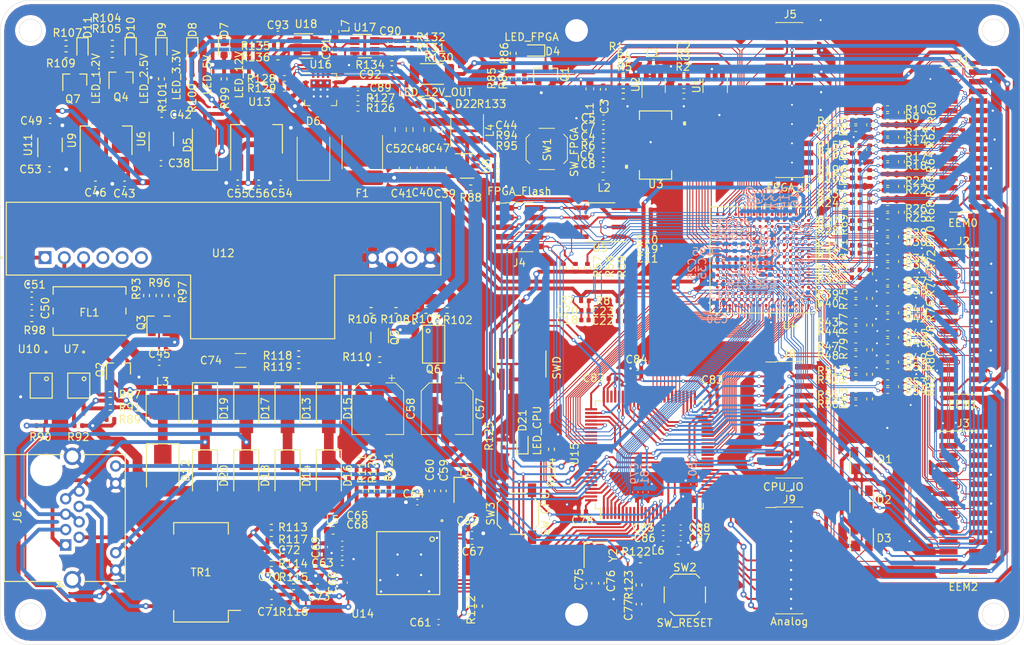
<source format=kicad_pcb>
(kicad_pcb (version 20171130) (host pcbnew 5.1.10-88a1d61d58~88~ubuntu20.04.1)

  (general
    (thickness 1.6)
    (drawings 26)
    (tracks 4298)
    (zones 0)
    (modules 303)
    (nets 308)
  )

  (page A4)
  (layers
    (0 F.Cu signal)
    (1 In1.Cu power)
    (2 In2.Cu power)
    (31 B.Cu signal)
    (32 B.Adhes user)
    (33 F.Adhes user)
    (34 B.Paste user)
    (35 F.Paste user)
    (36 B.SilkS user)
    (37 F.SilkS user)
    (38 B.Mask user)
    (39 F.Mask user)
    (40 Dwgs.User user)
    (41 Cmts.User user)
    (42 Eco1.User user)
    (43 Eco2.User user)
    (44 Edge.Cuts user)
    (45 Margin user)
    (46 B.CrtYd user)
    (47 F.CrtYd user)
    (48 B.Fab user)
    (49 F.Fab user)
  )

  (setup
    (last_trace_width 0.127)
    (user_trace_width 0.127)
    (user_trace_width 0.254)
    (user_trace_width 0.381)
    (user_trace_width 0.508)
    (user_trace_width 0.762)
    (user_trace_width 1.016)
    (user_trace_width 1.27)
    (trace_clearance 0.0889)
    (zone_clearance 0.508)
    (zone_45_only no)
    (trace_min 0.1143)
    (via_size 0.45)
    (via_drill 0.25)
    (via_min_size 0.45)
    (via_min_drill 0.2)
    (user_via 0.45 0.25)
    (user_via 0.5 0.3)
    (user_via 0.8 0.5)
    (user_via 4.199999 4)
    (uvia_size 0.3)
    (uvia_drill 0.1)
    (uvias_allowed no)
    (uvia_min_size 0.25)
    (uvia_min_drill 0.1)
    (edge_width 0.05)
    (segment_width 0.127)
    (pcb_text_width 0.3)
    (pcb_text_size 1.5 1.5)
    (mod_edge_width 0.1524)
    (mod_text_size 1.016 1.016)
    (mod_text_width 0.1524)
    (pad_size 1.524 1.524)
    (pad_drill 0.762)
    (pad_to_mask_clearance 0)
    (solder_mask_min_width 0.00254)
    (aux_axis_origin 0 0)
    (grid_origin 210 57)
    (visible_elements FFFFFF7F)
    (pcbplotparams
      (layerselection 0x010fc_ffffffff)
      (usegerberextensions false)
      (usegerberattributes true)
      (usegerberadvancedattributes true)
      (creategerberjobfile true)
      (excludeedgelayer true)
      (linewidth 0.100000)
      (plotframeref false)
      (viasonmask false)
      (mode 1)
      (useauxorigin false)
      (hpglpennumber 1)
      (hpglpenspeed 20)
      (hpglpendiameter 15.000000)
      (psnegative false)
      (psa4output false)
      (plotreference true)
      (plotvalue true)
      (plotinvisibletext false)
      (padsonsilk false)
      (subtractmaskfromsilk false)
      (outputformat 1)
      (mirror false)
      (drillshape 1)
      (scaleselection 1)
      (outputdirectory ""))
  )

  (net 0 "")
  (net 1 GND)
  (net 2 "Net-(C2-Pad1)")
  (net 3 /HighSpeedADC/+5VA)
  (net 4 /FPGA/GNDPLL0)
  (net 5 /FPGA/VCCPLL0)
  (net 6 /FPGA/GNDPLL1)
  (net 7 /FPGA/VCCPLL1)
  (net 8 +12V_OUT)
  (net 9 /CurrentSenser/12V_CURRENT)
  (net 10 +12V)
  (net 11 +3V3)
  (net 12 +2V5)
  (net 13 +1V2)
  (net 14 +5V)
  (net 15 /Ethernet/+3V3A)
  (net 16 "Net-(C44-Pad2)")
  (net 17 /MCU/+3V3A)
  (net 18 +3V3MP)
  (net 19 "Net-(D4-Pad2)")
  (net 20 "Net-(D4-Pad1)")
  (net 21 "Net-(D9-Pad2)")
  (net 22 "Net-(D10-Pad2)")
  (net 23 "Net-(D11-Pad2)")
  (net 24 "Net-(D13-Pad2)")
  (net 25 /Ethernet/POE_VC-)
  (net 26 /Ethernet/POE_VC+)
  (net 27 "Net-(D15-Pad2)")
  (net 28 "Net-(D17-Pad2)")
  (net 29 "Net-(D19-Pad2)")
  (net 30 "Net-(D21-Pad2)")
  (net 31 /FPGA_IO1)
  (net 32 /FPGA_IO3)
  (net 33 /FPGA_IO5)
  (net 34 /FPGA_IO7)
  (net 35 /FPGA_IO9)
  (net 36 /FPGA_IO11)
  (net 37 /FPGA_IO13)
  (net 38 /FPGA_IO15)
  (net 39 /FPGA_IO14)
  (net 40 /FPGA_IO12)
  (net 41 /FPGA_IO10)
  (net 42 /FPGA_IO8)
  (net 43 /FPGA_IO6)
  (net 44 /FPGA_IO4)
  (net 45 /FPGA_IO2)
  (net 46 /FPGA_IO0)
  (net 47 /MCU/CPU_SWCLK)
  (net 48 /MCU/CPU_SWDIO)
  (net 49 /MCU/CPU_UART4_TX)
  (net 50 /MCU/CPU_UART4_RX)
  (net 51 /MCU/CPU_PWM_CH1)
  (net 52 /MCU/CPU_PWM_CH2)
  (net 53 /MCU/CPU_PWM_CH3)
  (net 54 /MCU/CPU_PWM_CH4)
  (net 55 /MCU/CPU_IIC2_SDA)
  (net 56 /MCU/CPU_IIC2_SCL)
  (net 57 /MCU/CPU_UART1_RX)
  (net 58 /MCU/CPU_UART1_TX)
  (net 59 /MCU/CPU_SPI2_MOSI)
  (net 60 /MCU/CPU_SPI2_MISO)
  (net 61 /MCU/CPU_SPI2_SCK)
  (net 62 /MCU/CPU_SPI2_CS)
  (net 63 /MCU/CPU_DAC1)
  (net 64 /MCU/CPU_DAC0)
  (net 65 /MCU/CPU_ADC5)
  (net 66 /MCU/CPU_ADC4)
  (net 67 /MCU/CPU_ADC3)
  (net 68 /MCU/CPU_ADC2)
  (net 69 /MCU/CPU_ADC1)
  (net 70 /MCU/CPU_ADC0)
  (net 71 /CurrentSenser/12V_SW)
  (net 72 "Net-(Q1-Pad1)")
  (net 73 "Net-(Q2-Pad3)")
  (net 74 /MCU/CPU_RESET)
  (net 75 "Net-(Q7-Pad1)")
  (net 76 /MCU/CPU_POE_AT_EVENT)
  (net 77 /MCU/CPU_POE_SRC_STATUS)
  (net 78 /Ethernet/RJ45_LED_G)
  (net 79 /Ethernet/RJ45_LED_Y)
  (net 80 /CurrentSenser/+3V3A)
  (net 81 /EEM0_IIC_SCL)
  (net 82 /EEM0_IIC_SDA)
  (net 83 /EEM1_IIC_SCL)
  (net 84 /EEM1_IIC_SDA)
  (net 85 /EEM2_IIC_SCL)
  (net 86 /EEM2_IIC_SDA)
  (net 87 /EEM0_7_N)
  (net 88 /EEM0_6_P)
  (net 89 /EEM0_5_N)
  (net 90 /EEM0_4_P)
  (net 91 /EEM0_3_N)
  (net 92 /EEM0_2_P)
  (net 93 /EEM0_1_N)
  (net 94 /EEM0_0_P)
  (net 95 /EEM0_7_P)
  (net 96 /EEM0_6_N)
  (net 97 /EEM0_5_P)
  (net 98 /EEM0_4_N)
  (net 99 /EEM0_3_P)
  (net 100 /EEM0_2_N)
  (net 101 /EEM0_1_P)
  (net 102 /EEM0_0_N)
  (net 103 /EEM1_7_N)
  (net 104 /EEM1_6_P)
  (net 105 /EEM1_5_N)
  (net 106 /EEM1_4_P)
  (net 107 /EEM1_3_N)
  (net 108 /EEM1_2_P)
  (net 109 /EEM1_1_N)
  (net 110 /EEM1_0_P)
  (net 111 /EEM1_7_P)
  (net 112 /EEM1_6_N)
  (net 113 /EEM1_5_P)
  (net 114 /EEM1_4_N)
  (net 115 /EEM1_3_P)
  (net 116 /EEM1_2_N)
  (net 117 /EEM1_1_P)
  (net 118 /EEM1_0_N)
  (net 119 /EEM2_7_N)
  (net 120 /EEM2_6_P)
  (net 121 /EEM2_5_N)
  (net 122 /EEM2_4_P)
  (net 123 /EEM2_3_N)
  (net 124 /EEM2_2_P)
  (net 125 /EEM2_1_N)
  (net 126 /EEM2_0_P)
  (net 127 /EEM2_7_P)
  (net 128 /EEM2_6_N)
  (net 129 /EEM2_5_P)
  (net 130 /EEM2_4_N)
  (net 131 /EEM2_3_P)
  (net 132 /EEM2_2_N)
  (net 133 /EEM2_1_P)
  (net 134 /EEM2_0_N)
  (net 135 /CDONE)
  (net 136 /CRESET)
  (net 137 /SPI_CS)
  (net 138 /ENC_INT)
  (net 139 /ADC_D0)
  (net 140 /ADC_D1)
  (net 141 /ADC_D2)
  (net 142 /ADC_D3)
  (net 143 /ADC_D4)
  (net 144 /ADC_D5)
  (net 145 /ADC_D6)
  (net 146 /ADC_D7)
  (net 147 /ADC_CLK)
  (net 148 /FSMC_CLK)
  (net 149 /FSMC_D15)
  (net 150 /FSMC_D9)
  (net 151 /FSMC_D10)
  (net 152 /FSMC_D0)
  (net 153 /FSMC_A7)
  (net 154 /FSMC_NL)
  (net 155 /FSMC_NBL0)
  (net 156 /FSMC_D6)
  (net 157 /FSMC_D7)
  (net 158 /FSMC_D5)
  (net 159 /FSMC_D1)
  (net 160 /FSMC_A3)
  (net 161 /FSMC_A1)
  (net 162 /FSMC_NWAIT)
  (net 163 /FSMC_NOE)
  (net 164 /FSMC_D12)
  (net 165 /FSMC_D8)
  (net 166 /FSMC_D3)
  (net 167 /FSMC_A4)
  (net 168 /FSMC_A6)
  (net 169 /FSMC_A0)
  (net 170 /FSMC_NBL1)
  (net 171 /FSMC_D14)
  (net 172 /FSMC_D11)
  (net 173 /FSMC_D4)
  (net 174 /FSMC_A2)
  (net 175 /FSMC_D13)
  (net 176 /FSMC_D2)
  (net 177 /FSMC_A5)
  (net 178 /FSMC_NE1)
  (net 179 /FSMC_NWE)
  (net 180 /CSBSEL0)
  (net 181 /SPI_MOSI)
  (net 182 /SPI_MISO)
  (net 183 /CSBSEL1)
  (net 184 /SPI_SCK)
  (net 185 /SPI_ENC_CS)
  (net 186 "Net-(C7-Pad2)")
  (net 187 "Net-(D8-Pad2)")
  (net 188 "Net-(D10-Pad1)")
  (net 189 "Net-(D11-Pad1)")
  (net 190 "Net-(D21-Pad1)")
  (net 191 "Net-(D22-Pad1)")
  (net 192 "Net-(Q3-Pad1)")
  (net 193 "Net-(Q4-Pad1)")
  (net 194 "Net-(Q5-Pad6)")
  (net 195 "Net-(Q5-Pad2)")
  (net 196 "Net-(Q5-Pad3)")
  (net 197 "Net-(D22-Pad2)")
  (net 198 HSADC_IN)
  (net 199 "Net-(J6-Pad12)")
  (net 200 "Net-(J6-Pad10)")
  (net 201 "Net-(J6-Pad6)")
  (net 202 "Net-(J6-Pad2)")
  (net 203 "Net-(J6-Pad3)")
  (net 204 "Net-(J6-Pad1)")
  (net 205 "Net-(R88-Pad1)")
  (net 206 "Net-(SW3-Pad2)")
  (net 207 /FPGA/LVDS0_0_P)
  (net 208 /FPGA/LVDS0_0_N)
  (net 209 /FPGA/LVDS0_1_P)
  (net 210 /FPGA/LVDS0_1_N)
  (net 211 /FPGA/LVDS0_2_P)
  (net 212 /FPGA/LVDS0_2_N)
  (net 213 /FPGA/LVDS0_3_P)
  (net 214 /FPGA/LVDS0_3_N)
  (net 215 /FPGA/LVDS0_4_P)
  (net 216 /FPGA/LVDS0_4_N)
  (net 217 /FPGA/LVDS0_5_P)
  (net 218 /FPGA/LVDS0_5_N)
  (net 219 /FPGA/LVDS0_6_P)
  (net 220 /FPGA/LVDS0_6_N)
  (net 221 /FPGA/LVDS0_7_P)
  (net 222 /FPGA/LVDS0_7_N)
  (net 223 /FPGA/LVDS1_0_P)
  (net 224 /FPGA/LVDS1_0_N)
  (net 225 /FPGA/LVDS1_1_P)
  (net 226 /FPGA/LVDS1_1_N)
  (net 227 /FPGA/LVDS1_2_P)
  (net 228 /FPGA/LVDS1_2_N)
  (net 229 /FPGA/LVDS1_3_P)
  (net 230 /FPGA/LVDS1_3_N)
  (net 231 /FPGA/LVDS1_4_P)
  (net 232 /FPGA/LVDS1_4_N)
  (net 233 /FPGA/LVDS1_5_P)
  (net 234 /FPGA/LVDS1_5_N)
  (net 235 /FPGA/LVDS1_6_P)
  (net 236 /FPGA/LVDS1_6_N)
  (net 237 /FPGA/LVDS1_7_P)
  (net 238 /FPGA/LVDS1_7_N)
  (net 239 /FPGA/LVDS2_0_P)
  (net 240 /FPGA/LVDS2_0_N)
  (net 241 /FPGA/LVDS2_1_P)
  (net 242 /FPGA/LVDS2_1_N)
  (net 243 /FPGA/LVDS2_2_P)
  (net 244 /FPGA/LVDS2_2_N)
  (net 245 /FPGA/LVDS2_3_P)
  (net 246 /FPGA/LVDS2_3_N)
  (net 247 /FPGA/LVDS2_4_P)
  (net 248 /FPGA/LVDS2_4_N)
  (net 249 /FPGA/LVDS2_5_P)
  (net 250 /FPGA/LVDS2_5_N)
  (net 251 /FPGA/LVDS2_6_P)
  (net 252 /FPGA/LVDS2_6_N)
  (net 253 /FPGA/LVDS2_7_P)
  (net 254 /FPGA/LVDS2_7_N)
  (net 255 /FPGA/FPGA_LED)
  (net 256 /FPGA/FPGA_KEY)
  (net 257 /IIC_SCL)
  (net 258 /IIC_SDA)
  (net 259 "Net-(R135-Pad2)")
  (net 260 +6V)
  (net 261 "Net-(R126-Pad1)")
  (net 262 /CurrentSenser/12V_OUT_FAULT)
  (net 263 "Net-(C4-Pad1)")
  (net 264 "Net-(C5-Pad1)")
  (net 265 "Net-(C8-Pad2)")
  (net 266 "Net-(C44-Pad1)")
  (net 267 "Net-(C45-Pad2)")
  (net 268 "Net-(C45-Pad1)")
  (net 269 "Net-(C47-Pad1)")
  (net 270 "Net-(C50-Pad2)")
  (net 271 "Net-(C51-Pad1)")
  (net 272 "Net-(C57-Pad1)")
  (net 273 "Net-(C59-Pad1)")
  (net 274 "Net-(C60-Pad1)")
  (net 275 "Net-(C67-Pad2)")
  (net 276 "Net-(C70-Pad2)")
  (net 277 "Net-(C70-Pad1)")
  (net 278 "Net-(C71-Pad2)")
  (net 279 "Net-(C71-Pad1)")
  (net 280 "Net-(C72-Pad1)")
  (net 281 "Net-(C73-Pad1)")
  (net 282 "Net-(C74-Pad1)")
  (net 283 "Net-(C75-Pad1)")
  (net 284 "Net-(C76-Pad1)")
  (net 285 "Net-(C77-Pad2)")
  (net 286 "Net-(C89-Pad1)")
  (net 287 "Net-(C90-Pad2)")
  (net 288 "Net-(C90-Pad1)")
  (net 289 "Net-(D7-Pad2)")
  (net 290 "Net-(R2-Pad1)")
  (net 291 "Net-(R3-Pad1)")
  (net 292 "Net-(R4-Pad2)")
  (net 293 "Net-(R5-Pad2)")
  (net 294 "Net-(R87-Pad2)")
  (net 295 "Net-(R89-Pad1)")
  (net 296 "Net-(R94-Pad1)")
  (net 297 "Net-(R98-Pad2)")
  (net 298 "Net-(R111-Pad1)")
  (net 299 "Net-(R113-Pad1)")
  (net 300 "Net-(R114-Pad2)")
  (net 301 "Net-(R124-Pad1)")
  (net 302 "Net-(R127-Pad1)")
  (net 303 "Net-(R134-Pad2)")
  (net 304 "Net-(U10-Pad2)")
  (net 305 "Net-(U17-Pad3)")
  (net 306 /MCU/CPU_ADC7)
  (net 307 /MCU/CPU_ADC6)

  (net_class Default "This is the default net class."
    (clearance 0.0889)
    (trace_width 0.254)
    (via_dia 0.45)
    (via_drill 0.25)
    (uvia_dia 0.3)
    (uvia_drill 0.1)
    (diff_pair_width 0.127)
    (diff_pair_gap 0.1016)
    (add_net +12V)
    (add_net +12V_OUT)
    (add_net +1V2)
    (add_net +2V5)
    (add_net +3V3)
    (add_net +3V3MP)
    (add_net +5V)
    (add_net +6V)
    (add_net /ADC_CLK)
    (add_net /ADC_D0)
    (add_net /ADC_D1)
    (add_net /ADC_D2)
    (add_net /ADC_D3)
    (add_net /ADC_D4)
    (add_net /ADC_D5)
    (add_net /ADC_D6)
    (add_net /ADC_D7)
    (add_net /CDONE)
    (add_net /CRESET)
    (add_net /CSBSEL0)
    (add_net /CSBSEL1)
    (add_net /CurrentSenser/+3V3A)
    (add_net /CurrentSenser/12V_CURRENT)
    (add_net /CurrentSenser/12V_OUT_FAULT)
    (add_net /CurrentSenser/12V_SW)
    (add_net /ENC_INT)
    (add_net /Ethernet/+3V3A)
    (add_net /Ethernet/POE_VC+)
    (add_net /Ethernet/POE_VC-)
    (add_net /Ethernet/RJ45_LED_G)
    (add_net /Ethernet/RJ45_LED_Y)
    (add_net /FPGA/FPGA_KEY)
    (add_net /FPGA/FPGA_LED)
    (add_net /FPGA/GNDPLL0)
    (add_net /FPGA/GNDPLL1)
    (add_net /FPGA/VCCPLL0)
    (add_net /FPGA/VCCPLL1)
    (add_net /FPGA_IO0)
    (add_net /FPGA_IO1)
    (add_net /FPGA_IO10)
    (add_net /FPGA_IO11)
    (add_net /FPGA_IO12)
    (add_net /FPGA_IO13)
    (add_net /FPGA_IO14)
    (add_net /FPGA_IO15)
    (add_net /FPGA_IO2)
    (add_net /FPGA_IO3)
    (add_net /FPGA_IO4)
    (add_net /FPGA_IO5)
    (add_net /FPGA_IO6)
    (add_net /FPGA_IO7)
    (add_net /FPGA_IO8)
    (add_net /FPGA_IO9)
    (add_net /FSMC_A0)
    (add_net /FSMC_A1)
    (add_net /FSMC_A2)
    (add_net /FSMC_A3)
    (add_net /FSMC_A4)
    (add_net /FSMC_A5)
    (add_net /FSMC_A6)
    (add_net /FSMC_A7)
    (add_net /FSMC_CLK)
    (add_net /FSMC_D0)
    (add_net /FSMC_D1)
    (add_net /FSMC_D10)
    (add_net /FSMC_D11)
    (add_net /FSMC_D12)
    (add_net /FSMC_D13)
    (add_net /FSMC_D14)
    (add_net /FSMC_D15)
    (add_net /FSMC_D2)
    (add_net /FSMC_D3)
    (add_net /FSMC_D4)
    (add_net /FSMC_D5)
    (add_net /FSMC_D6)
    (add_net /FSMC_D7)
    (add_net /FSMC_D8)
    (add_net /FSMC_D9)
    (add_net /FSMC_NBL0)
    (add_net /FSMC_NBL1)
    (add_net /FSMC_NE1)
    (add_net /FSMC_NL)
    (add_net /FSMC_NOE)
    (add_net /FSMC_NWAIT)
    (add_net /FSMC_NWE)
    (add_net /HighSpeedADC/+5VA)
    (add_net /IIC_SCL)
    (add_net /IIC_SDA)
    (add_net /MCU/+3V3A)
    (add_net /MCU/CPU_ADC0)
    (add_net /MCU/CPU_ADC1)
    (add_net /MCU/CPU_ADC2)
    (add_net /MCU/CPU_ADC3)
    (add_net /MCU/CPU_ADC4)
    (add_net /MCU/CPU_ADC5)
    (add_net /MCU/CPU_ADC6)
    (add_net /MCU/CPU_ADC7)
    (add_net /MCU/CPU_DAC0)
    (add_net /MCU/CPU_DAC1)
    (add_net /MCU/CPU_IIC2_SCL)
    (add_net /MCU/CPU_IIC2_SDA)
    (add_net /MCU/CPU_POE_AT_EVENT)
    (add_net /MCU/CPU_POE_SRC_STATUS)
    (add_net /MCU/CPU_PWM_CH1)
    (add_net /MCU/CPU_PWM_CH2)
    (add_net /MCU/CPU_PWM_CH3)
    (add_net /MCU/CPU_PWM_CH4)
    (add_net /MCU/CPU_RESET)
    (add_net /MCU/CPU_SPI2_CS)
    (add_net /MCU/CPU_SPI2_MISO)
    (add_net /MCU/CPU_SPI2_MOSI)
    (add_net /MCU/CPU_SPI2_SCK)
    (add_net /MCU/CPU_SWCLK)
    (add_net /MCU/CPU_SWDIO)
    (add_net /MCU/CPU_UART1_RX)
    (add_net /MCU/CPU_UART1_TX)
    (add_net /MCU/CPU_UART4_RX)
    (add_net /MCU/CPU_UART4_TX)
    (add_net /SPI_CS)
    (add_net /SPI_ENC_CS)
    (add_net /SPI_MISO)
    (add_net /SPI_MOSI)
    (add_net /SPI_SCK)
    (add_net GND)
    (add_net HSADC_IN)
    (add_net "Net-(C2-Pad1)")
    (add_net "Net-(C4-Pad1)")
    (add_net "Net-(C44-Pad1)")
    (add_net "Net-(C44-Pad2)")
    (add_net "Net-(C45-Pad1)")
    (add_net "Net-(C45-Pad2)")
    (add_net "Net-(C47-Pad1)")
    (add_net "Net-(C5-Pad1)")
    (add_net "Net-(C50-Pad2)")
    (add_net "Net-(C51-Pad1)")
    (add_net "Net-(C57-Pad1)")
    (add_net "Net-(C59-Pad1)")
    (add_net "Net-(C60-Pad1)")
    (add_net "Net-(C67-Pad2)")
    (add_net "Net-(C7-Pad2)")
    (add_net "Net-(C70-Pad1)")
    (add_net "Net-(C70-Pad2)")
    (add_net "Net-(C71-Pad1)")
    (add_net "Net-(C71-Pad2)")
    (add_net "Net-(C72-Pad1)")
    (add_net "Net-(C73-Pad1)")
    (add_net "Net-(C74-Pad1)")
    (add_net "Net-(C75-Pad1)")
    (add_net "Net-(C76-Pad1)")
    (add_net "Net-(C77-Pad2)")
    (add_net "Net-(C8-Pad2)")
    (add_net "Net-(C89-Pad1)")
    (add_net "Net-(C90-Pad1)")
    (add_net "Net-(C90-Pad2)")
    (add_net "Net-(D10-Pad1)")
    (add_net "Net-(D10-Pad2)")
    (add_net "Net-(D11-Pad1)")
    (add_net "Net-(D11-Pad2)")
    (add_net "Net-(D13-Pad2)")
    (add_net "Net-(D15-Pad2)")
    (add_net "Net-(D17-Pad2)")
    (add_net "Net-(D19-Pad2)")
    (add_net "Net-(D21-Pad1)")
    (add_net "Net-(D21-Pad2)")
    (add_net "Net-(D22-Pad1)")
    (add_net "Net-(D22-Pad2)")
    (add_net "Net-(D4-Pad1)")
    (add_net "Net-(D4-Pad2)")
    (add_net "Net-(D7-Pad2)")
    (add_net "Net-(D8-Pad2)")
    (add_net "Net-(D9-Pad2)")
    (add_net "Net-(J6-Pad1)")
    (add_net "Net-(J6-Pad10)")
    (add_net "Net-(J6-Pad12)")
    (add_net "Net-(J6-Pad2)")
    (add_net "Net-(J6-Pad3)")
    (add_net "Net-(J6-Pad6)")
    (add_net "Net-(Q1-Pad1)")
    (add_net "Net-(Q2-Pad3)")
    (add_net "Net-(Q3-Pad1)")
    (add_net "Net-(Q4-Pad1)")
    (add_net "Net-(Q5-Pad2)")
    (add_net "Net-(Q5-Pad3)")
    (add_net "Net-(Q5-Pad6)")
    (add_net "Net-(Q7-Pad1)")
    (add_net "Net-(R111-Pad1)")
    (add_net "Net-(R113-Pad1)")
    (add_net "Net-(R114-Pad2)")
    (add_net "Net-(R124-Pad1)")
    (add_net "Net-(R126-Pad1)")
    (add_net "Net-(R127-Pad1)")
    (add_net "Net-(R134-Pad2)")
    (add_net "Net-(R135-Pad2)")
    (add_net "Net-(R2-Pad1)")
    (add_net "Net-(R3-Pad1)")
    (add_net "Net-(R4-Pad2)")
    (add_net "Net-(R5-Pad2)")
    (add_net "Net-(R87-Pad2)")
    (add_net "Net-(R88-Pad1)")
    (add_net "Net-(R89-Pad1)")
    (add_net "Net-(R94-Pad1)")
    (add_net "Net-(R98-Pad2)")
    (add_net "Net-(SW3-Pad2)")
    (add_net "Net-(U10-Pad2)")
    (add_net "Net-(U17-Pad3)")
  )

  (net_class Diff_In ""
    (clearance 0.0889)
    (trace_width 0.1524)
    (via_dia 0.8)
    (via_drill 0.4)
    (uvia_dia 0.3)
    (uvia_drill 0.1)
    (diff_pair_width 0.1143)
    (diff_pair_gap 0.1524)
  )

  (net_class Diff_Out ""
    (clearance 0.0889)
    (trace_width 0.127)
    (via_dia 0.8)
    (via_drill 0.4)
    (uvia_dia 0.3)
    (uvia_drill 0.1)
    (diff_pair_width 0.127)
    (diff_pair_gap 0.127)
    (add_net /EEM0_0_N)
    (add_net /EEM0_0_P)
    (add_net /EEM0_1_N)
    (add_net /EEM0_1_P)
    (add_net /EEM0_2_N)
    (add_net /EEM0_2_P)
    (add_net /EEM0_3_N)
    (add_net /EEM0_3_P)
    (add_net /EEM0_4_N)
    (add_net /EEM0_4_P)
    (add_net /EEM0_5_N)
    (add_net /EEM0_5_P)
    (add_net /EEM0_6_N)
    (add_net /EEM0_6_P)
    (add_net /EEM0_7_N)
    (add_net /EEM0_7_P)
    (add_net /EEM0_IIC_SCL)
    (add_net /EEM0_IIC_SDA)
    (add_net /EEM1_0_N)
    (add_net /EEM1_0_P)
    (add_net /EEM1_1_N)
    (add_net /EEM1_1_P)
    (add_net /EEM1_2_N)
    (add_net /EEM1_2_P)
    (add_net /EEM1_3_N)
    (add_net /EEM1_3_P)
    (add_net /EEM1_4_N)
    (add_net /EEM1_4_P)
    (add_net /EEM1_5_N)
    (add_net /EEM1_5_P)
    (add_net /EEM1_6_N)
    (add_net /EEM1_6_P)
    (add_net /EEM1_7_N)
    (add_net /EEM1_7_P)
    (add_net /EEM1_IIC_SCL)
    (add_net /EEM1_IIC_SDA)
    (add_net /EEM2_0_N)
    (add_net /EEM2_0_P)
    (add_net /EEM2_1_N)
    (add_net /EEM2_1_P)
    (add_net /EEM2_2_N)
    (add_net /EEM2_2_P)
    (add_net /EEM2_3_N)
    (add_net /EEM2_3_P)
    (add_net /EEM2_4_N)
    (add_net /EEM2_4_P)
    (add_net /EEM2_5_N)
    (add_net /EEM2_5_P)
    (add_net /EEM2_6_N)
    (add_net /EEM2_6_P)
    (add_net /EEM2_7_N)
    (add_net /EEM2_7_P)
    (add_net /EEM2_IIC_SCL)
    (add_net /EEM2_IIC_SDA)
    (add_net /FPGA/LVDS0_0_N)
    (add_net /FPGA/LVDS0_0_P)
    (add_net /FPGA/LVDS0_1_N)
    (add_net /FPGA/LVDS0_1_P)
    (add_net /FPGA/LVDS0_2_N)
    (add_net /FPGA/LVDS0_2_P)
    (add_net /FPGA/LVDS0_3_N)
    (add_net /FPGA/LVDS0_3_P)
    (add_net /FPGA/LVDS0_4_N)
    (add_net /FPGA/LVDS0_4_P)
    (add_net /FPGA/LVDS0_5_N)
    (add_net /FPGA/LVDS0_5_P)
    (add_net /FPGA/LVDS0_6_N)
    (add_net /FPGA/LVDS0_6_P)
    (add_net /FPGA/LVDS0_7_N)
    (add_net /FPGA/LVDS0_7_P)
    (add_net /FPGA/LVDS1_0_N)
    (add_net /FPGA/LVDS1_0_P)
    (add_net /FPGA/LVDS1_1_N)
    (add_net /FPGA/LVDS1_1_P)
    (add_net /FPGA/LVDS1_2_N)
    (add_net /FPGA/LVDS1_2_P)
    (add_net /FPGA/LVDS1_3_N)
    (add_net /FPGA/LVDS1_3_P)
    (add_net /FPGA/LVDS1_4_N)
    (add_net /FPGA/LVDS1_4_P)
    (add_net /FPGA/LVDS1_5_N)
    (add_net /FPGA/LVDS1_5_P)
    (add_net /FPGA/LVDS1_6_N)
    (add_net /FPGA/LVDS1_6_P)
    (add_net /FPGA/LVDS1_7_N)
    (add_net /FPGA/LVDS1_7_P)
    (add_net /FPGA/LVDS2_0_N)
    (add_net /FPGA/LVDS2_0_P)
    (add_net /FPGA/LVDS2_1_N)
    (add_net /FPGA/LVDS2_1_P)
    (add_net /FPGA/LVDS2_2_N)
    (add_net /FPGA/LVDS2_2_P)
    (add_net /FPGA/LVDS2_3_N)
    (add_net /FPGA/LVDS2_3_P)
    (add_net /FPGA/LVDS2_4_N)
    (add_net /FPGA/LVDS2_4_P)
    (add_net /FPGA/LVDS2_5_N)
    (add_net /FPGA/LVDS2_5_P)
    (add_net /FPGA/LVDS2_6_N)
    (add_net /FPGA/LVDS2_6_P)
    (add_net /FPGA/LVDS2_7_N)
    (add_net /FPGA/LVDS2_7_P)
  )

  (module Capacitor_SMD:C_0402_1005Metric (layer B.Cu) (tedit 5F68FEEE) (tstamp 610CD898)
    (at 177.84 81.32 270)
    (descr "Capacitor SMD 0402 (1005 Metric), square (rectangular) end terminal, IPC_7351 nominal, (Body size source: IPC-SM-782 page 76, https://www.pcb-3d.com/wordpress/wp-content/uploads/ipc-sm-782a_amendment_1_and_2.pdf), generated with kicad-footprint-generator")
    (tags capacitor)
    (path /60C0E996/6310DFAE)
    (attr smd)
    (fp_text reference C96 (at -2.39 -0.02 90) (layer B.SilkS)
      (effects (font (size 1 1) (thickness 0.15)) (justify mirror))
    )
    (fp_text value 0.1nF (at 0 -1.16 90) (layer B.Fab) hide
      (effects (font (size 1 1) (thickness 0.15)) (justify mirror))
    )
    (fp_text user %R (at 0 0 90) (layer B.Fab) hide
      (effects (font (size 0.25 0.25) (thickness 0.04)) (justify mirror))
    )
    (fp_line (start -0.5 -0.25) (end -0.5 0.25) (layer B.Fab) (width 0.1))
    (fp_line (start -0.5 0.25) (end 0.5 0.25) (layer B.Fab) (width 0.1))
    (fp_line (start 0.5 0.25) (end 0.5 -0.25) (layer B.Fab) (width 0.1))
    (fp_line (start 0.5 -0.25) (end -0.5 -0.25) (layer B.Fab) (width 0.1))
    (fp_line (start -0.107836 0.36) (end 0.107836 0.36) (layer B.SilkS) (width 0.12))
    (fp_line (start -0.107836 -0.36) (end 0.107836 -0.36) (layer B.SilkS) (width 0.12))
    (fp_line (start -0.91 -0.46) (end -0.91 0.46) (layer B.CrtYd) (width 0.05))
    (fp_line (start -0.91 0.46) (end 0.91 0.46) (layer B.CrtYd) (width 0.05))
    (fp_line (start 0.91 0.46) (end 0.91 -0.46) (layer B.CrtYd) (width 0.05))
    (fp_line (start 0.91 -0.46) (end -0.91 -0.46) (layer B.CrtYd) (width 0.05))
    (pad 2 smd roundrect (at 0.48 0 270) (size 0.56 0.62) (layers B.Cu B.Paste B.Mask) (roundrect_rratio 0.25)
      (net 11 +3V3))
    (pad 1 smd roundrect (at -0.48 0 270) (size 0.56 0.62) (layers B.Cu B.Paste B.Mask) (roundrect_rratio 0.25)
      (net 1 GND))
    (model ${KISYS3DMOD}/Capacitor_SMD.3dshapes/C_0402_1005Metric.wrl
      (at (xyz 0 0 0))
      (scale (xyz 1 1 1))
      (rotate (xyz 0 0 0))
    )
  )

  (module Capacitor_SMD:C_0402_1005Metric (layer B.Cu) (tedit 5F68FEEE) (tstamp 610CD887)
    (at 173.09 87.25)
    (descr "Capacitor SMD 0402 (1005 Metric), square (rectangular) end terminal, IPC_7351 nominal, (Body size source: IPC-SM-782 page 76, https://www.pcb-3d.com/wordpress/wp-content/uploads/ipc-sm-782a_amendment_1_and_2.pdf), generated with kicad-footprint-generator")
    (tags capacitor)
    (path /60C0E996/630C2435)
    (attr smd)
    (fp_text reference C95 (at -1.45 -1.08) (layer B.SilkS)
      (effects (font (size 1 1) (thickness 0.15)) (justify mirror))
    )
    (fp_text value 0.1nF (at 0 -1.16) (layer B.Fab) hide
      (effects (font (size 1 1) (thickness 0.15)) (justify mirror))
    )
    (fp_text user %R (at 0 0) (layer B.Fab) hide
      (effects (font (size 0.25 0.25) (thickness 0.04)) (justify mirror))
    )
    (fp_line (start -0.5 -0.25) (end -0.5 0.25) (layer B.Fab) (width 0.1))
    (fp_line (start -0.5 0.25) (end 0.5 0.25) (layer B.Fab) (width 0.1))
    (fp_line (start 0.5 0.25) (end 0.5 -0.25) (layer B.Fab) (width 0.1))
    (fp_line (start 0.5 -0.25) (end -0.5 -0.25) (layer B.Fab) (width 0.1))
    (fp_line (start -0.107836 0.36) (end 0.107836 0.36) (layer B.SilkS) (width 0.12))
    (fp_line (start -0.107836 -0.36) (end 0.107836 -0.36) (layer B.SilkS) (width 0.12))
    (fp_line (start -0.91 -0.46) (end -0.91 0.46) (layer B.CrtYd) (width 0.05))
    (fp_line (start -0.91 0.46) (end 0.91 0.46) (layer B.CrtYd) (width 0.05))
    (fp_line (start 0.91 0.46) (end 0.91 -0.46) (layer B.CrtYd) (width 0.05))
    (fp_line (start 0.91 -0.46) (end -0.91 -0.46) (layer B.CrtYd) (width 0.05))
    (pad 2 smd roundrect (at 0.48 0) (size 0.56 0.62) (layers B.Cu B.Paste B.Mask) (roundrect_rratio 0.25)
      (net 11 +3V3))
    (pad 1 smd roundrect (at -0.48 0) (size 0.56 0.62) (layers B.Cu B.Paste B.Mask) (roundrect_rratio 0.25)
      (net 1 GND))
    (model ${KISYS3DMOD}/Capacitor_SMD.3dshapes/C_0402_1005Metric.wrl
      (at (xyz 0 0 0))
      (scale (xyz 1 1 1))
      (rotate (xyz 0 0 0))
    )
  )

  (module Capacitor_SMD:C_0402_1005Metric (layer B.Cu) (tedit 5F68FEEE) (tstamp 610CD876)
    (at 178.78 85.33 270)
    (descr "Capacitor SMD 0402 (1005 Metric), square (rectangular) end terminal, IPC_7351 nominal, (Body size source: IPC-SM-782 page 76, https://www.pcb-3d.com/wordpress/wp-content/uploads/ipc-sm-782a_amendment_1_and_2.pdf), generated with kicad-footprint-generator")
    (tags capacitor)
    (path /60C0E996/630C242B)
    (attr smd)
    (fp_text reference C94 (at 0.99 -1.59 180) (layer B.SilkS)
      (effects (font (size 1 1) (thickness 0.15)) (justify mirror))
    )
    (fp_text value 0.1uF (at 0 -1.16 90) (layer B.Fab) hide
      (effects (font (size 1 1) (thickness 0.15)) (justify mirror))
    )
    (fp_text user %R (at 0 0 90) (layer B.Fab) hide
      (effects (font (size 0.25 0.25) (thickness 0.04)) (justify mirror))
    )
    (fp_line (start -0.5 -0.25) (end -0.5 0.25) (layer B.Fab) (width 0.1))
    (fp_line (start -0.5 0.25) (end 0.5 0.25) (layer B.Fab) (width 0.1))
    (fp_line (start 0.5 0.25) (end 0.5 -0.25) (layer B.Fab) (width 0.1))
    (fp_line (start 0.5 -0.25) (end -0.5 -0.25) (layer B.Fab) (width 0.1))
    (fp_line (start -0.107836 0.36) (end 0.107836 0.36) (layer B.SilkS) (width 0.12))
    (fp_line (start -0.107836 -0.36) (end 0.107836 -0.36) (layer B.SilkS) (width 0.12))
    (fp_line (start -0.91 -0.46) (end -0.91 0.46) (layer B.CrtYd) (width 0.05))
    (fp_line (start -0.91 0.46) (end 0.91 0.46) (layer B.CrtYd) (width 0.05))
    (fp_line (start 0.91 0.46) (end 0.91 -0.46) (layer B.CrtYd) (width 0.05))
    (fp_line (start 0.91 -0.46) (end -0.91 -0.46) (layer B.CrtYd) (width 0.05))
    (pad 2 smd roundrect (at 0.48 0 270) (size 0.56 0.62) (layers B.Cu B.Paste B.Mask) (roundrect_rratio 0.25)
      (net 11 +3V3))
    (pad 1 smd roundrect (at -0.48 0 270) (size 0.56 0.62) (layers B.Cu B.Paste B.Mask) (roundrect_rratio 0.25)
      (net 1 GND))
    (model ${KISYS3DMOD}/Capacitor_SMD.3dshapes/C_0402_1005Metric.wrl
      (at (xyz 0 0 0))
      (scale (xyz 1 1 1))
      (rotate (xyz 0 0 0))
    )
  )

  (module Package_TO_SOT_SMD:TSOT-23-6 (layer F.Cu) (tedit 5A02FF57) (tstamp 61079B51)
    (at 165.14 64.31 90)
    (descr "6-pin TSOT23 package, http://cds.linear.com/docs/en/packaging/SOT_6_05-08-1636.pdf")
    (tags "TSOT-23-6 MK06A TSOT-6")
    (path /60FB17F2/6286F181)
    (attr smd)
    (fp_text reference U2 (at 0.19 -2.35 90) (layer F.SilkS)
      (effects (font (size 1 1) (thickness 0.15)))
    )
    (fp_text value LMH6611 (at 0 2.5 90) (layer F.Fab) hide
      (effects (font (size 1 1) (thickness 0.15)))
    )
    (fp_text user %R (at 0 0) (layer F.Fab) hide
      (effects (font (size 0.5 0.5) (thickness 0.075)))
    )
    (fp_line (start -0.88 1.56) (end 0.88 1.56) (layer F.SilkS) (width 0.12))
    (fp_line (start 0.88 -1.51) (end -1.55 -1.51) (layer F.SilkS) (width 0.12))
    (fp_line (start -0.88 -1) (end -0.43 -1.45) (layer F.Fab) (width 0.1))
    (fp_line (start 0.88 -1.45) (end -0.43 -1.45) (layer F.Fab) (width 0.1))
    (fp_line (start -0.88 -1) (end -0.88 1.45) (layer F.Fab) (width 0.1))
    (fp_line (start 0.88 1.45) (end -0.88 1.45) (layer F.Fab) (width 0.1))
    (fp_line (start 0.88 -1.45) (end 0.88 1.45) (layer F.Fab) (width 0.1))
    (fp_line (start -2.17 -1.7) (end 2.17 -1.7) (layer F.CrtYd) (width 0.05))
    (fp_line (start -2.17 -1.7) (end -2.17 1.7) (layer F.CrtYd) (width 0.05))
    (fp_line (start 2.17 1.7) (end 2.17 -1.7) (layer F.CrtYd) (width 0.05))
    (fp_line (start 2.17 1.7) (end -2.17 1.7) (layer F.CrtYd) (width 0.05))
    (pad 6 smd rect (at 1.31 -0.95 90) (size 1.22 0.65) (layers F.Cu F.Paste F.Mask)
      (net 3 /HighSpeedADC/+5VA))
    (pad 5 smd rect (at 1.31 0 90) (size 1.22 0.65) (layers F.Cu F.Paste F.Mask)
      (net 3 /HighSpeedADC/+5VA))
    (pad 4 smd rect (at 1.31 0.95 90) (size 1.22 0.65) (layers F.Cu F.Paste F.Mask)
      (net 292 "Net-(R4-Pad2)"))
    (pad 3 smd rect (at -1.31 0.95 90) (size 1.22 0.65) (layers F.Cu F.Paste F.Mask)
      (net 290 "Net-(R2-Pad1)"))
    (pad 2 smd rect (at -1.31 0 90) (size 1.22 0.65) (layers F.Cu F.Paste F.Mask)
      (net 1 GND))
    (pad 1 smd rect (at -1.31 -0.95 90) (size 1.22 0.65) (layers F.Cu F.Paste F.Mask)
      (net 293 "Net-(R5-Pad2)"))
    (model ${KISYS3DMOD}/Package_TO_SOT_SMD.3dshapes/TSOT-23-6.wrl
      (at (xyz 0 0 0))
      (scale (xyz 1 1 1))
      (rotate (xyz 0 0 0))
    )
  )

  (module Package_TO_SOT_SMD:SOT-23-5 (layer F.Cu) (tedit 5A02FF57) (tstamp 610793F9)
    (at 173.28 64.28 270)
    (descr "5-pin SOT23 package")
    (tags SOT-23-5)
    (path /60FB17F2/628C361F)
    (attr smd)
    (fp_text reference U1 (at 0 2.46 90) (layer F.SilkS)
      (effects (font (size 1 1) (thickness 0.15)))
    )
    (fp_text value LMV321 (at 0 2.9 90) (layer F.Fab) hide
      (effects (font (size 1 1) (thickness 0.15)))
    )
    (fp_text user %R (at 0 0) (layer F.Fab) hide
      (effects (font (size 0.5 0.5) (thickness 0.075)))
    )
    (fp_line (start -0.9 1.61) (end 0.9 1.61) (layer F.SilkS) (width 0.12))
    (fp_line (start 0.9 -1.61) (end -1.55 -1.61) (layer F.SilkS) (width 0.12))
    (fp_line (start -1.9 -1.8) (end 1.9 -1.8) (layer F.CrtYd) (width 0.05))
    (fp_line (start 1.9 -1.8) (end 1.9 1.8) (layer F.CrtYd) (width 0.05))
    (fp_line (start 1.9 1.8) (end -1.9 1.8) (layer F.CrtYd) (width 0.05))
    (fp_line (start -1.9 1.8) (end -1.9 -1.8) (layer F.CrtYd) (width 0.05))
    (fp_line (start -0.9 -0.9) (end -0.25 -1.55) (layer F.Fab) (width 0.1))
    (fp_line (start 0.9 -1.55) (end -0.25 -1.55) (layer F.Fab) (width 0.1))
    (fp_line (start -0.9 -0.9) (end -0.9 1.55) (layer F.Fab) (width 0.1))
    (fp_line (start 0.9 1.55) (end -0.9 1.55) (layer F.Fab) (width 0.1))
    (fp_line (start 0.9 -1.55) (end 0.9 1.55) (layer F.Fab) (width 0.1))
    (pad 5 smd rect (at 1.1 -0.95 270) (size 1.06 0.65) (layers F.Cu F.Paste F.Mask)
      (net 3 /HighSpeedADC/+5VA))
    (pad 4 smd rect (at 1.1 0.95 270) (size 1.06 0.65) (layers F.Cu F.Paste F.Mask)
      (net 291 "Net-(R3-Pad1)"))
    (pad 3 smd rect (at -1.1 0.95 270) (size 1.06 0.65) (layers F.Cu F.Paste F.Mask)
      (net 291 "Net-(R3-Pad1)"))
    (pad 2 smd rect (at -1.1 0 270) (size 1.06 0.65) (layers F.Cu F.Paste F.Mask)
      (net 1 GND))
    (pad 1 smd rect (at -1.1 -0.95 270) (size 1.06 0.65) (layers F.Cu F.Paste F.Mask)
      (net 2 "Net-(C2-Pad1)"))
    (model ${KISYS3DMOD}/Package_TO_SOT_SMD.3dshapes/SOT-23-5.wrl
      (at (xyz 0 0 0))
      (scale (xyz 1 1 1))
      (rotate (xyz 0 0 0))
    )
  )

  (module Capacitor_SMD:C_0402_1005Metric (layer F.Cu) (tedit 5F68FEEE) (tstamp 61077474)
    (at 165.14 61.16)
    (descr "Capacitor SMD 0402 (1005 Metric), square (rectangular) end terminal, IPC_7351 nominal, (Body size source: IPC-SM-782 page 76, https://www.pcb-3d.com/wordpress/wp-content/uploads/ipc-sm-782a_amendment_1_and_2.pdf), generated with kicad-footprint-generator")
    (tags capacitor)
    (path /60FB17F2/628EF120)
    (attr smd)
    (fp_text reference C1 (at -0.05 -1.19) (layer F.SilkS)
      (effects (font (size 1 1) (thickness 0.15)))
    )
    (fp_text value 0.1uF (at 0 1.16) (layer F.Fab) hide
      (effects (font (size 1 1) (thickness 0.15)))
    )
    (fp_text user %R (at 0 0) (layer F.Fab) hide
      (effects (font (size 0.25 0.25) (thickness 0.04)))
    )
    (fp_line (start -0.5 0.25) (end -0.5 -0.25) (layer F.Fab) (width 0.1))
    (fp_line (start -0.5 -0.25) (end 0.5 -0.25) (layer F.Fab) (width 0.1))
    (fp_line (start 0.5 -0.25) (end 0.5 0.25) (layer F.Fab) (width 0.1))
    (fp_line (start 0.5 0.25) (end -0.5 0.25) (layer F.Fab) (width 0.1))
    (fp_line (start -0.107836 -0.36) (end 0.107836 -0.36) (layer F.SilkS) (width 0.12))
    (fp_line (start -0.107836 0.36) (end 0.107836 0.36) (layer F.SilkS) (width 0.12))
    (fp_line (start -0.91 0.46) (end -0.91 -0.46) (layer F.CrtYd) (width 0.05))
    (fp_line (start -0.91 -0.46) (end 0.91 -0.46) (layer F.CrtYd) (width 0.05))
    (fp_line (start 0.91 -0.46) (end 0.91 0.46) (layer F.CrtYd) (width 0.05))
    (fp_line (start 0.91 0.46) (end -0.91 0.46) (layer F.CrtYd) (width 0.05))
    (pad 2 smd roundrect (at 0.48 0) (size 0.56 0.62) (layers F.Cu F.Paste F.Mask) (roundrect_rratio 0.25)
      (net 1 GND))
    (pad 1 smd roundrect (at -0.48 0) (size 0.56 0.62) (layers F.Cu F.Paste F.Mask) (roundrect_rratio 0.25)
      (net 3 /HighSpeedADC/+5VA))
    (model ${KISYS3DMOD}/Capacitor_SMD.3dshapes/C_0402_1005Metric.wrl
      (at (xyz 0 0 0))
      (scale (xyz 1 1 1))
      (rotate (xyz 0 0 0))
    )
  )

  (module Resistor_SMD:R_0402_1005Metric (layer F.Cu) (tedit 5F68FEEE) (tstamp 610526EC)
    (at 116.48 64.61 180)
    (descr "Resistor SMD 0402 (1005 Metric), square (rectangular) end terminal, IPC_7351 nominal, (Body size source: IPC-SM-782 page 72, https://www.pcb-3d.com/wordpress/wp-content/uploads/ipc-sm-782a_amendment_1_and_2.pdf), generated with kicad-footprint-generator")
    (tags resistor)
    (path /60E3407A/6282003A)
    (attr smd)
    (fp_text reference R129 (at 3.01 -0.01) (layer F.SilkS)
      (effects (font (size 1 1) (thickness 0.15)))
    )
    (fp_text value 10k (at 0 1.17) (layer F.Fab) hide
      (effects (font (size 1 1) (thickness 0.15)))
    )
    (fp_text user %R (at 0 0) (layer F.Fab) hide
      (effects (font (size 0.26 0.26) (thickness 0.04)))
    )
    (fp_line (start -0.525 0.27) (end -0.525 -0.27) (layer F.Fab) (width 0.1))
    (fp_line (start -0.525 -0.27) (end 0.525 -0.27) (layer F.Fab) (width 0.1))
    (fp_line (start 0.525 -0.27) (end 0.525 0.27) (layer F.Fab) (width 0.1))
    (fp_line (start 0.525 0.27) (end -0.525 0.27) (layer F.Fab) (width 0.1))
    (fp_line (start -0.153641 -0.38) (end 0.153641 -0.38) (layer F.SilkS) (width 0.12))
    (fp_line (start -0.153641 0.38) (end 0.153641 0.38) (layer F.SilkS) (width 0.12))
    (fp_line (start -0.93 0.47) (end -0.93 -0.47) (layer F.CrtYd) (width 0.05))
    (fp_line (start -0.93 -0.47) (end 0.93 -0.47) (layer F.CrtYd) (width 0.05))
    (fp_line (start 0.93 -0.47) (end 0.93 0.47) (layer F.CrtYd) (width 0.05))
    (fp_line (start 0.93 0.47) (end -0.93 0.47) (layer F.CrtYd) (width 0.05))
    (pad 2 smd roundrect (at 0.51 0 180) (size 0.54 0.64) (layers F.Cu F.Paste F.Mask) (roundrect_rratio 0.25)
      (net 11 +3V3))
    (pad 1 smd roundrect (at -0.51 0 180) (size 0.54 0.64) (layers F.Cu F.Paste F.Mask) (roundrect_rratio 0.25)
      (net 71 /CurrentSenser/12V_SW))
    (model ${KISYS3DMOD}/Resistor_SMD.3dshapes/R_0402_1005Metric.wrl
      (at (xyz 0 0 0))
      (scale (xyz 1 1 1))
      (rotate (xyz 0 0 0))
    )
  )

  (module Resistor_SMD:R_0402_1005Metric (layer F.Cu) (tedit 5F68FEEE) (tstamp 6105259B)
    (at 116.48 63.32)
    (descr "Resistor SMD 0402 (1005 Metric), square (rectangular) end terminal, IPC_7351 nominal, (Body size source: IPC-SM-782 page 72, https://www.pcb-3d.com/wordpress/wp-content/uploads/ipc-sm-782a_amendment_1_and_2.pdf), generated with kicad-footprint-generator")
    (tags resistor)
    (path /60E3407A/628126CC)
    (attr smd)
    (fp_text reference R128 (at -3.05 0.03) (layer F.SilkS)
      (effects (font (size 1 1) (thickness 0.15)))
    )
    (fp_text value 10k (at 0 1.17) (layer F.Fab) hide
      (effects (font (size 1 1) (thickness 0.15)))
    )
    (fp_text user %R (at 0 0) (layer F.Fab) hide
      (effects (font (size 0.26 0.26) (thickness 0.04)))
    )
    (fp_line (start -0.525 0.27) (end -0.525 -0.27) (layer F.Fab) (width 0.1))
    (fp_line (start -0.525 -0.27) (end 0.525 -0.27) (layer F.Fab) (width 0.1))
    (fp_line (start 0.525 -0.27) (end 0.525 0.27) (layer F.Fab) (width 0.1))
    (fp_line (start 0.525 0.27) (end -0.525 0.27) (layer F.Fab) (width 0.1))
    (fp_line (start -0.153641 -0.38) (end 0.153641 -0.38) (layer F.SilkS) (width 0.12))
    (fp_line (start -0.153641 0.38) (end 0.153641 0.38) (layer F.SilkS) (width 0.12))
    (fp_line (start -0.93 0.47) (end -0.93 -0.47) (layer F.CrtYd) (width 0.05))
    (fp_line (start -0.93 -0.47) (end 0.93 -0.47) (layer F.CrtYd) (width 0.05))
    (fp_line (start 0.93 -0.47) (end 0.93 0.47) (layer F.CrtYd) (width 0.05))
    (fp_line (start 0.93 0.47) (end -0.93 0.47) (layer F.CrtYd) (width 0.05))
    (pad 2 smd roundrect (at 0.51 0) (size 0.54 0.64) (layers F.Cu F.Paste F.Mask) (roundrect_rratio 0.25)
      (net 262 /CurrentSenser/12V_OUT_FAULT))
    (pad 1 smd roundrect (at -0.51 0) (size 0.54 0.64) (layers F.Cu F.Paste F.Mask) (roundrect_rratio 0.25)
      (net 11 +3V3))
    (model ${KISYS3DMOD}/Resistor_SMD.3dshapes/R_0402_1005Metric.wrl
      (at (xyz 0 0 0))
      (scale (xyz 1 1 1))
      (rotate (xyz 0 0 0))
    )
  )

  (module Package_DFN_QFN:QFN-16-1EP_4x4mm_P0.65mm_EP2.7x2.7mm (layer F.Cu) (tedit 5DC5F6A3) (tstamp 6102DBB6)
    (at 121.255 64.7925)
    (descr "QFN, 16 Pin (https://www.allegromicro.com/~/media/Files/Datasheets/A4403-Datasheet.ashx), generated with kicad-footprint-generator ipc_noLead_generator.py")
    (tags "QFN NoLead")
    (path /60E3407A/62740A70)
    (attr smd)
    (fp_text reference U16 (at 0 -3.32) (layer F.SilkS)
      (effects (font (size 1 1) (thickness 0.15)))
    )
    (fp_text value TPS2590 (at 0 3.32) (layer F.Fab) hide
      (effects (font (size 1 1) (thickness 0.15)))
    )
    (fp_text user %R (at 0 0) (layer F.Fab) hide
      (effects (font (size 1 1) (thickness 0.15)))
    )
    (fp_line (start 1.385 -2.11) (end 2.11 -2.11) (layer F.SilkS) (width 0.12))
    (fp_line (start 2.11 -2.11) (end 2.11 -1.385) (layer F.SilkS) (width 0.12))
    (fp_line (start -1.385 2.11) (end -2.11 2.11) (layer F.SilkS) (width 0.12))
    (fp_line (start -2.11 2.11) (end -2.11 1.385) (layer F.SilkS) (width 0.12))
    (fp_line (start 1.385 2.11) (end 2.11 2.11) (layer F.SilkS) (width 0.12))
    (fp_line (start 2.11 2.11) (end 2.11 1.385) (layer F.SilkS) (width 0.12))
    (fp_line (start -1.385 -2.11) (end -2.11 -2.11) (layer F.SilkS) (width 0.12))
    (fp_line (start -1 -2) (end 2 -2) (layer F.Fab) (width 0.1))
    (fp_line (start 2 -2) (end 2 2) (layer F.Fab) (width 0.1))
    (fp_line (start 2 2) (end -2 2) (layer F.Fab) (width 0.1))
    (fp_line (start -2 2) (end -2 -1) (layer F.Fab) (width 0.1))
    (fp_line (start -2 -1) (end -1 -2) (layer F.Fab) (width 0.1))
    (fp_line (start -2.62 -2.62) (end -2.62 2.62) (layer F.CrtYd) (width 0.05))
    (fp_line (start -2.62 2.62) (end 2.62 2.62) (layer F.CrtYd) (width 0.05))
    (fp_line (start 2.62 2.62) (end 2.62 -2.62) (layer F.CrtYd) (width 0.05))
    (fp_line (start 2.62 -2.62) (end -2.62 -2.62) (layer F.CrtYd) (width 0.05))
    (pad "" smd roundrect (at 0.675 0.675) (size 1.09 1.09) (layers F.Paste) (roundrect_rratio 0.229358))
    (pad "" smd roundrect (at 0.675 -0.675) (size 1.09 1.09) (layers F.Paste) (roundrect_rratio 0.229358))
    (pad "" smd roundrect (at -0.675 0.675) (size 1.09 1.09) (layers F.Paste) (roundrect_rratio 0.229358))
    (pad "" smd roundrect (at -0.675 -0.675) (size 1.09 1.09) (layers F.Paste) (roundrect_rratio 0.229358))
    (pad 17 smd rect (at 0 0) (size 2.7 2.7) (layers F.Cu F.Mask)
      (net 1 GND))
    (pad 16 smd roundrect (at -0.975 -1.9625) (size 0.3 0.825) (layers F.Cu F.Paste F.Mask) (roundrect_rratio 0.25)
      (net 71 /CurrentSenser/12V_SW))
    (pad 15 smd roundrect (at -0.325 -1.9625) (size 0.3 0.825) (layers F.Cu F.Paste F.Mask) (roundrect_rratio 0.25)
      (net 262 /CurrentSenser/12V_OUT_FAULT))
    (pad 14 smd roundrect (at 0.325 -1.9625) (size 0.3 0.825) (layers F.Cu F.Paste F.Mask) (roundrect_rratio 0.25)
      (net 1 GND))
    (pad 13 smd roundrect (at 0.975 -1.9625) (size 0.3 0.825) (layers F.Cu F.Paste F.Mask) (roundrect_rratio 0.25)
      (net 1 GND))
    (pad 12 smd roundrect (at 1.9625 -0.975) (size 0.825 0.3) (layers F.Cu F.Paste F.Mask) (roundrect_rratio 0.25)
      (net 197 "Net-(D22-Pad2)"))
    (pad 11 smd roundrect (at 1.9625 -0.325) (size 0.825 0.3) (layers F.Cu F.Paste F.Mask) (roundrect_rratio 0.25)
      (net 197 "Net-(D22-Pad2)"))
    (pad 10 smd roundrect (at 1.9625 0.325) (size 0.825 0.3) (layers F.Cu F.Paste F.Mask) (roundrect_rratio 0.25)
      (net 197 "Net-(D22-Pad2)"))
    (pad 9 smd roundrect (at 1.9625 0.975) (size 0.825 0.3) (layers F.Cu F.Paste F.Mask) (roundrect_rratio 0.25)
      (net 286 "Net-(C89-Pad1)"))
    (pad 8 smd roundrect (at 0.975 1.9625) (size 0.3 0.825) (layers F.Cu F.Paste F.Mask) (roundrect_rratio 0.25)
      (net 302 "Net-(R127-Pad1)"))
    (pad 7 smd roundrect (at 0.325 1.9625) (size 0.3 0.825) (layers F.Cu F.Paste F.Mask) (roundrect_rratio 0.25)
      (net 261 "Net-(R126-Pad1)"))
    (pad 6 smd roundrect (at -0.325 1.9625) (size 0.3 0.825) (layers F.Cu F.Paste F.Mask) (roundrect_rratio 0.25))
    (pad 5 smd roundrect (at -0.975 1.9625) (size 0.3 0.825) (layers F.Cu F.Paste F.Mask) (roundrect_rratio 0.25)
      (net 1 GND))
    (pad 4 smd roundrect (at -1.9625 0.975) (size 0.825 0.3) (layers F.Cu F.Paste F.Mask) (roundrect_rratio 0.25)
      (net 10 +12V))
    (pad 3 smd roundrect (at -1.9625 0.325) (size 0.825 0.3) (layers F.Cu F.Paste F.Mask) (roundrect_rratio 0.25)
      (net 10 +12V))
    (pad 2 smd roundrect (at -1.9625 -0.325) (size 0.825 0.3) (layers F.Cu F.Paste F.Mask) (roundrect_rratio 0.25)
      (net 10 +12V))
    (pad 1 smd roundrect (at -1.9625 -0.975) (size 0.825 0.3) (layers F.Cu F.Paste F.Mask) (roundrect_rratio 0.25)
      (net 10 +12V))
    (model ${KISYS3DMOD}/Package_DFN_QFN.3dshapes/QFN-16-1EP_4x4mm_P0.65mm_EP2.7x2.7mm.wrl
      (at (xyz 0 0 0))
      (scale (xyz 1 1 1))
      (rotate (xyz 0 0 0))
    )
  )

  (module Resistor_SMD:R_0402_1005Metric (layer F.Cu) (tedit 5F68FEEE) (tstamp 6102D1A0)
    (at 126.18 65.95)
    (descr "Resistor SMD 0402 (1005 Metric), square (rectangular) end terminal, IPC_7351 nominal, (Body size source: IPC-SM-782 page 72, https://www.pcb-3d.com/wordpress/wp-content/uploads/ipc-sm-782a_amendment_1_and_2.pdf), generated with kicad-footprint-generator")
    (tags resistor)
    (path /60E3407A/6278110F)
    (attr smd)
    (fp_text reference R127 (at 2.97 -0.05) (layer F.SilkS)
      (effects (font (size 1 1) (thickness 0.15)))
    )
    (fp_text value R (at 0 1.17) (layer F.Fab) hide
      (effects (font (size 1 1) (thickness 0.15)))
    )
    (fp_text user %R (at 0 0) (layer F.Fab) hide
      (effects (font (size 0.26 0.26) (thickness 0.04)))
    )
    (fp_line (start -0.525 0.27) (end -0.525 -0.27) (layer F.Fab) (width 0.1))
    (fp_line (start -0.525 -0.27) (end 0.525 -0.27) (layer F.Fab) (width 0.1))
    (fp_line (start 0.525 -0.27) (end 0.525 0.27) (layer F.Fab) (width 0.1))
    (fp_line (start 0.525 0.27) (end -0.525 0.27) (layer F.Fab) (width 0.1))
    (fp_line (start -0.153641 -0.38) (end 0.153641 -0.38) (layer F.SilkS) (width 0.12))
    (fp_line (start -0.153641 0.38) (end 0.153641 0.38) (layer F.SilkS) (width 0.12))
    (fp_line (start -0.93 0.47) (end -0.93 -0.47) (layer F.CrtYd) (width 0.05))
    (fp_line (start -0.93 -0.47) (end 0.93 -0.47) (layer F.CrtYd) (width 0.05))
    (fp_line (start 0.93 -0.47) (end 0.93 0.47) (layer F.CrtYd) (width 0.05))
    (fp_line (start 0.93 0.47) (end -0.93 0.47) (layer F.CrtYd) (width 0.05))
    (pad 2 smd roundrect (at 0.51 0) (size 0.54 0.64) (layers F.Cu F.Paste F.Mask) (roundrect_rratio 0.25)
      (net 1 GND))
    (pad 1 smd roundrect (at -0.51 0) (size 0.54 0.64) (layers F.Cu F.Paste F.Mask) (roundrect_rratio 0.25)
      (net 302 "Net-(R127-Pad1)"))
    (model ${KISYS3DMOD}/Resistor_SMD.3dshapes/R_0402_1005Metric.wrl
      (at (xyz 0 0 0))
      (scale (xyz 1 1 1))
      (rotate (xyz 0 0 0))
    )
  )

  (module Resistor_SMD:R_0402_1005Metric (layer F.Cu) (tedit 5F68FEEE) (tstamp 6102D18F)
    (at 126.18 67.26)
    (descr "Resistor SMD 0402 (1005 Metric), square (rectangular) end terminal, IPC_7351 nominal, (Body size source: IPC-SM-782 page 72, https://www.pcb-3d.com/wordpress/wp-content/uploads/ipc-sm-782a_amendment_1_and_2.pdf), generated with kicad-footprint-generator")
    (tags resistor)
    (path /60E3407A/6277EC72)
    (attr smd)
    (fp_text reference R126 (at 2.97 -0.05) (layer F.SilkS)
      (effects (font (size 1 1) (thickness 0.15)))
    )
    (fp_text value R (at 0 1.17) (layer F.Fab) hide
      (effects (font (size 1 1) (thickness 0.15)))
    )
    (fp_text user %R (at 0 0) (layer F.Fab) hide
      (effects (font (size 0.26 0.26) (thickness 0.04)))
    )
    (fp_line (start -0.525 0.27) (end -0.525 -0.27) (layer F.Fab) (width 0.1))
    (fp_line (start -0.525 -0.27) (end 0.525 -0.27) (layer F.Fab) (width 0.1))
    (fp_line (start 0.525 -0.27) (end 0.525 0.27) (layer F.Fab) (width 0.1))
    (fp_line (start 0.525 0.27) (end -0.525 0.27) (layer F.Fab) (width 0.1))
    (fp_line (start -0.153641 -0.38) (end 0.153641 -0.38) (layer F.SilkS) (width 0.12))
    (fp_line (start -0.153641 0.38) (end 0.153641 0.38) (layer F.SilkS) (width 0.12))
    (fp_line (start -0.93 0.47) (end -0.93 -0.47) (layer F.CrtYd) (width 0.05))
    (fp_line (start -0.93 -0.47) (end 0.93 -0.47) (layer F.CrtYd) (width 0.05))
    (fp_line (start 0.93 -0.47) (end 0.93 0.47) (layer F.CrtYd) (width 0.05))
    (fp_line (start 0.93 0.47) (end -0.93 0.47) (layer F.CrtYd) (width 0.05))
    (pad 2 smd roundrect (at 0.51 0) (size 0.54 0.64) (layers F.Cu F.Paste F.Mask) (roundrect_rratio 0.25)
      (net 1 GND))
    (pad 1 smd roundrect (at -0.51 0) (size 0.54 0.64) (layers F.Cu F.Paste F.Mask) (roundrect_rratio 0.25)
      (net 261 "Net-(R126-Pad1)"))
    (model ${KISYS3DMOD}/Resistor_SMD.3dshapes/R_0402_1005Metric.wrl
      (at (xyz 0 0 0))
      (scale (xyz 1 1 1))
      (rotate (xyz 0 0 0))
    )
  )

  (module Capacitor_SMD:C_0402_1005Metric (layer F.Cu) (tedit 5F68FEEE) (tstamp 6102B4F8)
    (at 126.18 64.58)
    (descr "Capacitor SMD 0402 (1005 Metric), square (rectangular) end terminal, IPC_7351 nominal, (Body size source: IPC-SM-782 page 76, https://www.pcb-3d.com/wordpress/wp-content/uploads/ipc-sm-782a_amendment_1_and_2.pdf), generated with kicad-footprint-generator")
    (tags capacitor)
    (path /60E3407A/6278162C)
    (attr smd)
    (fp_text reference C89 (at 2.97 -0.04) (layer F.SilkS)
      (effects (font (size 1 1) (thickness 0.15)))
    )
    (fp_text value C (at 0 1.16) (layer F.Fab) hide
      (effects (font (size 1 1) (thickness 0.15)))
    )
    (fp_text user %R (at 0 0) (layer F.Fab) hide
      (effects (font (size 0.25 0.25) (thickness 0.04)))
    )
    (fp_line (start -0.5 0.25) (end -0.5 -0.25) (layer F.Fab) (width 0.1))
    (fp_line (start -0.5 -0.25) (end 0.5 -0.25) (layer F.Fab) (width 0.1))
    (fp_line (start 0.5 -0.25) (end 0.5 0.25) (layer F.Fab) (width 0.1))
    (fp_line (start 0.5 0.25) (end -0.5 0.25) (layer F.Fab) (width 0.1))
    (fp_line (start -0.107836 -0.36) (end 0.107836 -0.36) (layer F.SilkS) (width 0.12))
    (fp_line (start -0.107836 0.36) (end 0.107836 0.36) (layer F.SilkS) (width 0.12))
    (fp_line (start -0.91 0.46) (end -0.91 -0.46) (layer F.CrtYd) (width 0.05))
    (fp_line (start -0.91 -0.46) (end 0.91 -0.46) (layer F.CrtYd) (width 0.05))
    (fp_line (start 0.91 -0.46) (end 0.91 0.46) (layer F.CrtYd) (width 0.05))
    (fp_line (start 0.91 0.46) (end -0.91 0.46) (layer F.CrtYd) (width 0.05))
    (pad 2 smd roundrect (at 0.48 0) (size 0.56 0.62) (layers F.Cu F.Paste F.Mask) (roundrect_rratio 0.25)
      (net 1 GND))
    (pad 1 smd roundrect (at -0.48 0) (size 0.56 0.62) (layers F.Cu F.Paste F.Mask) (roundrect_rratio 0.25)
      (net 286 "Net-(C89-Pad1)"))
    (model ${KISYS3DMOD}/Capacitor_SMD.3dshapes/C_0402_1005Metric.wrl
      (at (xyz 0 0 0))
      (scale (xyz 1 1 1))
      (rotate (xyz 0 0 0))
    )
  )

  (module Capacitor_SMD:C_0402_1005Metric (layer F.Cu) (tedit 5F68FEEE) (tstamp 60FBC7FD)
    (at 136.8 135 180)
    (descr "Capacitor SMD 0402 (1005 Metric), square (rectangular) end terminal, IPC_7351 nominal, (Body size source: IPC-SM-782 page 76, https://www.pcb-3d.com/wordpress/wp-content/uploads/ipc-sm-782a_amendment_1_and_2.pdf), generated with kicad-footprint-generator")
    (tags capacitor)
    (path /60E4702B/61EDEC5D)
    (attr smd)
    (fp_text reference C61 (at 2.38 -0.06) (layer F.SilkS)
      (effects (font (size 1 1) (thickness 0.15)))
    )
    (fp_text value 100nF (at 0 1.16) (layer F.Fab) hide
      (effects (font (size 1 1) (thickness 0.15)))
    )
    (fp_line (start 0.91 0.46) (end -0.91 0.46) (layer F.CrtYd) (width 0.05))
    (fp_line (start 0.91 -0.46) (end 0.91 0.46) (layer F.CrtYd) (width 0.05))
    (fp_line (start -0.91 -0.46) (end 0.91 -0.46) (layer F.CrtYd) (width 0.05))
    (fp_line (start -0.91 0.46) (end -0.91 -0.46) (layer F.CrtYd) (width 0.05))
    (fp_line (start -0.107836 0.36) (end 0.107836 0.36) (layer F.SilkS) (width 0.12))
    (fp_line (start -0.107836 -0.36) (end 0.107836 -0.36) (layer F.SilkS) (width 0.12))
    (fp_line (start 0.5 0.25) (end -0.5 0.25) (layer F.Fab) (width 0.1))
    (fp_line (start 0.5 -0.25) (end 0.5 0.25) (layer F.Fab) (width 0.1))
    (fp_line (start -0.5 -0.25) (end 0.5 -0.25) (layer F.Fab) (width 0.1))
    (fp_line (start -0.5 0.25) (end -0.5 -0.25) (layer F.Fab) (width 0.1))
    (fp_text user %R (at 0 0) (layer F.Fab) hide
      (effects (font (size 0.25 0.25) (thickness 0.04)))
    )
    (pad 2 smd roundrect (at 0.48 0 180) (size 0.56 0.62) (layers F.Cu F.Paste F.Mask) (roundrect_rratio 0.25)
      (net 1 GND))
    (pad 1 smd roundrect (at -0.48 0 180) (size 0.56 0.62) (layers F.Cu F.Paste F.Mask) (roundrect_rratio 0.25)
      (net 11 +3V3))
    (model ${KISYS3DMOD}/Capacitor_SMD.3dshapes/C_0402_1005Metric.wrl
      (at (xyz 0 0 0))
      (scale (xyz 1 1 1))
      (rotate (xyz 0 0 0))
    )
  )

  (module Capacitor_SMD:C_0402_1005Metric (layer F.Cu) (tedit 5F68FEEE) (tstamp 60F954AE)
    (at 121.8 125.1 270)
    (descr "Capacitor SMD 0402 (1005 Metric), square (rectangular) end terminal, IPC_7351 nominal, (Body size source: IPC-SM-782 page 76, https://www.pcb-3d.com/wordpress/wp-content/uploads/ipc-sm-782a_amendment_1_and_2.pdf), generated with kicad-footprint-generator")
    (tags capacitor)
    (path /60E4702B/61EB716F)
    (attr smd)
    (fp_text reference C69 (at 0.05 1.17 90) (layer F.SilkS)
      (effects (font (size 1 1) (thickness 0.15)))
    )
    (fp_text value 6.8nF (at 0 1.16 90) (layer F.Fab) hide
      (effects (font (size 1 1) (thickness 0.15)))
    )
    (fp_line (start 0.91 0.46) (end -0.91 0.46) (layer F.CrtYd) (width 0.05))
    (fp_line (start 0.91 -0.46) (end 0.91 0.46) (layer F.CrtYd) (width 0.05))
    (fp_line (start -0.91 -0.46) (end 0.91 -0.46) (layer F.CrtYd) (width 0.05))
    (fp_line (start -0.91 0.46) (end -0.91 -0.46) (layer F.CrtYd) (width 0.05))
    (fp_line (start -0.107836 0.36) (end 0.107836 0.36) (layer F.SilkS) (width 0.12))
    (fp_line (start -0.107836 -0.36) (end 0.107836 -0.36) (layer F.SilkS) (width 0.12))
    (fp_line (start 0.5 0.25) (end -0.5 0.25) (layer F.Fab) (width 0.1))
    (fp_line (start 0.5 -0.25) (end 0.5 0.25) (layer F.Fab) (width 0.1))
    (fp_line (start -0.5 -0.25) (end 0.5 -0.25) (layer F.Fab) (width 0.1))
    (fp_line (start -0.5 0.25) (end -0.5 -0.25) (layer F.Fab) (width 0.1))
    (fp_text user %R (at 0 0 90) (layer F.Fab) hide
      (effects (font (size 0.25 0.25) (thickness 0.04)))
    )
    (pad 2 smd roundrect (at 0.48 0 270) (size 0.56 0.62) (layers F.Cu F.Paste F.Mask) (roundrect_rratio 0.25)
      (net 1 GND))
    (pad 1 smd roundrect (at -0.48 0 270) (size 0.56 0.62) (layers F.Cu F.Paste F.Mask) (roundrect_rratio 0.25)
      (net 15 /Ethernet/+3V3A))
    (model ${KISYS3DMOD}/Capacitor_SMD.3dshapes/C_0402_1005Metric.wrl
      (at (xyz 0 0 0))
      (scale (xyz 1 1 1))
      (rotate (xyz 0 0 0))
    )
  )

  (module Capacitor_SMD:C_0402_1005Metric (layer F.Cu) (tedit 5F68FEEE) (tstamp 60F9549D)
    (at 124.1 125.9 180)
    (descr "Capacitor SMD 0402 (1005 Metric), square (rectangular) end terminal, IPC_7351 nominal, (Body size source: IPC-SM-782 page 76, https://www.pcb-3d.com/wordpress/wp-content/uploads/ipc-sm-782a_amendment_1_and_2.pdf), generated with kicad-footprint-generator")
    (tags capacitor)
    (path /60E4702B/61E8DDE9)
    (attr smd)
    (fp_text reference C68 (at -2 3.74) (layer F.SilkS)
      (effects (font (size 1 1) (thickness 0.15)))
    )
    (fp_text value 100nF (at 0 1.16) (layer F.Fab) hide
      (effects (font (size 1 1) (thickness 0.15)))
    )
    (fp_line (start 0.91 0.46) (end -0.91 0.46) (layer F.CrtYd) (width 0.05))
    (fp_line (start 0.91 -0.46) (end 0.91 0.46) (layer F.CrtYd) (width 0.05))
    (fp_line (start -0.91 -0.46) (end 0.91 -0.46) (layer F.CrtYd) (width 0.05))
    (fp_line (start -0.91 0.46) (end -0.91 -0.46) (layer F.CrtYd) (width 0.05))
    (fp_line (start -0.107836 0.36) (end 0.107836 0.36) (layer F.SilkS) (width 0.12))
    (fp_line (start -0.107836 -0.36) (end 0.107836 -0.36) (layer F.SilkS) (width 0.12))
    (fp_line (start 0.5 0.25) (end -0.5 0.25) (layer F.Fab) (width 0.1))
    (fp_line (start 0.5 -0.25) (end 0.5 0.25) (layer F.Fab) (width 0.1))
    (fp_line (start -0.5 -0.25) (end 0.5 -0.25) (layer F.Fab) (width 0.1))
    (fp_line (start -0.5 0.25) (end -0.5 -0.25) (layer F.Fab) (width 0.1))
    (fp_text user %R (at 0 0) (layer F.Fab) hide
      (effects (font (size 0.25 0.25) (thickness 0.04)))
    )
    (pad 2 smd roundrect (at 0.48 0 180) (size 0.56 0.62) (layers F.Cu F.Paste F.Mask) (roundrect_rratio 0.25)
      (net 1 GND))
    (pad 1 smd roundrect (at -0.48 0 180) (size 0.56 0.62) (layers F.Cu F.Paste F.Mask) (roundrect_rratio 0.25)
      (net 15 /Ethernet/+3V3A))
    (model ${KISYS3DMOD}/Capacitor_SMD.3dshapes/C_0402_1005Metric.wrl
      (at (xyz 0 0 0))
      (scale (xyz 1 1 1))
      (rotate (xyz 0 0 0))
    )
  )

  (module Capacitor_SMD:C_0402_1005Metric (layer F.Cu) (tedit 5F68FEEE) (tstamp 60F9536C)
    (at 124.4 129.8 270)
    (descr "Capacitor SMD 0402 (1005 Metric), square (rectangular) end terminal, IPC_7351 nominal, (Body size source: IPC-SM-782 page 76, https://www.pcb-3d.com/wordpress/wp-content/uploads/ipc-sm-782a_amendment_1_and_2.pdf), generated with kicad-footprint-generator")
    (tags capacitor)
    (path /60E4702B/61E81711)
    (attr smd)
    (fp_text reference C66 (at -0.01 1.58 90) (layer F.SilkS)
      (effects (font (size 1 1) (thickness 0.15)))
    )
    (fp_text value 100nF (at 0 1.16 90) (layer F.Fab) hide
      (effects (font (size 1 1) (thickness 0.15)))
    )
    (fp_line (start 0.91 0.46) (end -0.91 0.46) (layer F.CrtYd) (width 0.05))
    (fp_line (start 0.91 -0.46) (end 0.91 0.46) (layer F.CrtYd) (width 0.05))
    (fp_line (start -0.91 -0.46) (end 0.91 -0.46) (layer F.CrtYd) (width 0.05))
    (fp_line (start -0.91 0.46) (end -0.91 -0.46) (layer F.CrtYd) (width 0.05))
    (fp_line (start -0.107836 0.36) (end 0.107836 0.36) (layer F.SilkS) (width 0.12))
    (fp_line (start -0.107836 -0.36) (end 0.107836 -0.36) (layer F.SilkS) (width 0.12))
    (fp_line (start 0.5 0.25) (end -0.5 0.25) (layer F.Fab) (width 0.1))
    (fp_line (start 0.5 -0.25) (end 0.5 0.25) (layer F.Fab) (width 0.1))
    (fp_line (start -0.5 -0.25) (end 0.5 -0.25) (layer F.Fab) (width 0.1))
    (fp_line (start -0.5 0.25) (end -0.5 -0.25) (layer F.Fab) (width 0.1))
    (fp_text user %R (at 0 0 90) (layer F.Fab) hide
      (effects (font (size 0.25 0.25) (thickness 0.04)))
    )
    (pad 2 smd roundrect (at 0.48 0 270) (size 0.56 0.62) (layers F.Cu F.Paste F.Mask) (roundrect_rratio 0.25)
      (net 1 GND))
    (pad 1 smd roundrect (at -0.48 0 270) (size 0.56 0.62) (layers F.Cu F.Paste F.Mask) (roundrect_rratio 0.25)
      (net 15 /Ethernet/+3V3A))
    (model ${KISYS3DMOD}/Capacitor_SMD.3dshapes/C_0402_1005Metric.wrl
      (at (xyz 0 0 0))
      (scale (xyz 1 1 1))
      (rotate (xyz 0 0 0))
    )
  )

  (module Capacitor_SMD:C_0402_1005Metric (layer F.Cu) (tedit 5F68FEEE) (tstamp 60F9535B)
    (at 124.1 124.7 180)
    (descr "Capacitor SMD 0402 (1005 Metric), square (rectangular) end terminal, IPC_7351 nominal, (Body size source: IPC-SM-782 page 76, https://www.pcb-3d.com/wordpress/wp-content/uploads/ipc-sm-782a_amendment_1_and_2.pdf), generated with kicad-footprint-generator")
    (tags capacitor)
    (path /60E4702B/61E7524B)
    (attr smd)
    (fp_text reference C65 (at -2 3.74) (layer F.SilkS)
      (effects (font (size 1 1) (thickness 0.15)))
    )
    (fp_text value 100nF (at 0 1.16) (layer F.Fab) hide
      (effects (font (size 1 1) (thickness 0.15)))
    )
    (fp_line (start 0.91 0.46) (end -0.91 0.46) (layer F.CrtYd) (width 0.05))
    (fp_line (start 0.91 -0.46) (end 0.91 0.46) (layer F.CrtYd) (width 0.05))
    (fp_line (start -0.91 -0.46) (end 0.91 -0.46) (layer F.CrtYd) (width 0.05))
    (fp_line (start -0.91 0.46) (end -0.91 -0.46) (layer F.CrtYd) (width 0.05))
    (fp_line (start -0.107836 0.36) (end 0.107836 0.36) (layer F.SilkS) (width 0.12))
    (fp_line (start -0.107836 -0.36) (end 0.107836 -0.36) (layer F.SilkS) (width 0.12))
    (fp_line (start 0.5 0.25) (end -0.5 0.25) (layer F.Fab) (width 0.1))
    (fp_line (start 0.5 -0.25) (end 0.5 0.25) (layer F.Fab) (width 0.1))
    (fp_line (start -0.5 -0.25) (end 0.5 -0.25) (layer F.Fab) (width 0.1))
    (fp_line (start -0.5 0.25) (end -0.5 -0.25) (layer F.Fab) (width 0.1))
    (fp_text user %R (at 0 0) (layer F.Fab) hide
      (effects (font (size 0.25 0.25) (thickness 0.04)))
    )
    (pad 2 smd roundrect (at 0.48 0 180) (size 0.56 0.62) (layers F.Cu F.Paste F.Mask) (roundrect_rratio 0.25)
      (net 1 GND))
    (pad 1 smd roundrect (at -0.48 0 180) (size 0.56 0.62) (layers F.Cu F.Paste F.Mask) (roundrect_rratio 0.25)
      (net 15 /Ethernet/+3V3A))
    (model ${KISYS3DMOD}/Capacitor_SMD.3dshapes/C_0402_1005Metric.wrl
      (at (xyz 0 0 0))
      (scale (xyz 1 1 1))
      (rotate (xyz 0 0 0))
    )
  )

  (module Capacitor_SMD:C_0402_1005Metric (layer F.Cu) (tedit 5F68FEEE) (tstamp 60F9532A)
    (at 134 119.2 180)
    (descr "Capacitor SMD 0402 (1005 Metric), square (rectangular) end terminal, IPC_7351 nominal, (Body size source: IPC-SM-782 page 76, https://www.pcb-3d.com/wordpress/wp-content/uploads/ipc-sm-782a_amendment_1_and_2.pdf), generated with kicad-footprint-generator")
    (tags capacitor)
    (path /60E4702B/61E69389)
    (attr smd)
    (fp_text reference C64 (at 0.5 1.11) (layer F.SilkS)
      (effects (font (size 1 1) (thickness 0.15)))
    )
    (fp_text value 100nF (at 0 1.16) (layer F.Fab) hide
      (effects (font (size 1 1) (thickness 0.15)))
    )
    (fp_line (start 0.91 0.46) (end -0.91 0.46) (layer F.CrtYd) (width 0.05))
    (fp_line (start 0.91 -0.46) (end 0.91 0.46) (layer F.CrtYd) (width 0.05))
    (fp_line (start -0.91 -0.46) (end 0.91 -0.46) (layer F.CrtYd) (width 0.05))
    (fp_line (start -0.91 0.46) (end -0.91 -0.46) (layer F.CrtYd) (width 0.05))
    (fp_line (start -0.107836 0.36) (end 0.107836 0.36) (layer F.SilkS) (width 0.12))
    (fp_line (start -0.107836 -0.36) (end 0.107836 -0.36) (layer F.SilkS) (width 0.12))
    (fp_line (start 0.5 0.25) (end -0.5 0.25) (layer F.Fab) (width 0.1))
    (fp_line (start 0.5 -0.25) (end 0.5 0.25) (layer F.Fab) (width 0.1))
    (fp_line (start -0.5 -0.25) (end 0.5 -0.25) (layer F.Fab) (width 0.1))
    (fp_line (start -0.5 0.25) (end -0.5 -0.25) (layer F.Fab) (width 0.1))
    (fp_text user %R (at 0 0) (layer F.Fab) hide
      (effects (font (size 0.25 0.25) (thickness 0.04)))
    )
    (pad 2 smd roundrect (at 0.48 0 180) (size 0.56 0.62) (layers F.Cu F.Paste F.Mask) (roundrect_rratio 0.25)
      (net 1 GND))
    (pad 1 smd roundrect (at -0.48 0 180) (size 0.56 0.62) (layers F.Cu F.Paste F.Mask) (roundrect_rratio 0.25)
      (net 15 /Ethernet/+3V3A))
    (model ${KISYS3DMOD}/Capacitor_SMD.3dshapes/C_0402_1005Metric.wrl
      (at (xyz 0 0 0))
      (scale (xyz 1 1 1))
      (rotate (xyz 0 0 0))
    )
  )

  (module Capacitor_SMD:C_0402_1005Metric (layer F.Cu) (tedit 5F68FEEE) (tstamp 60F95319)
    (at 141.22 122.7)
    (descr "Capacitor SMD 0402 (1005 Metric), square (rectangular) end terminal, IPC_7351 nominal, (Body size source: IPC-SM-782 page 76, https://www.pcb-3d.com/wordpress/wp-content/uploads/ipc-sm-782a_amendment_1_and_2.pdf), generated with kicad-footprint-generator")
    (tags capacitor)
    (path /60E4702B/61E4F9F7)
    (attr smd)
    (fp_text reference C62 (at -0.63 -1.06) (layer F.SilkS)
      (effects (font (size 1 1) (thickness 0.15)))
    )
    (fp_text value 100nF (at 0 1.16) (layer F.Fab) hide
      (effects (font (size 1 1) (thickness 0.15)))
    )
    (fp_line (start 0.91 0.46) (end -0.91 0.46) (layer F.CrtYd) (width 0.05))
    (fp_line (start 0.91 -0.46) (end 0.91 0.46) (layer F.CrtYd) (width 0.05))
    (fp_line (start -0.91 -0.46) (end 0.91 -0.46) (layer F.CrtYd) (width 0.05))
    (fp_line (start -0.91 0.46) (end -0.91 -0.46) (layer F.CrtYd) (width 0.05))
    (fp_line (start -0.107836 0.36) (end 0.107836 0.36) (layer F.SilkS) (width 0.12))
    (fp_line (start -0.107836 -0.36) (end 0.107836 -0.36) (layer F.SilkS) (width 0.12))
    (fp_line (start 0.5 0.25) (end -0.5 0.25) (layer F.Fab) (width 0.1))
    (fp_line (start 0.5 -0.25) (end 0.5 0.25) (layer F.Fab) (width 0.1))
    (fp_line (start -0.5 -0.25) (end 0.5 -0.25) (layer F.Fab) (width 0.1))
    (fp_line (start -0.5 0.25) (end -0.5 -0.25) (layer F.Fab) (width 0.1))
    (fp_text user %R (at 0 0) (layer F.Fab) hide
      (effects (font (size 0.25 0.25) (thickness 0.04)))
    )
    (pad 2 smd roundrect (at 0.48 0) (size 0.56 0.62) (layers F.Cu F.Paste F.Mask) (roundrect_rratio 0.25)
      (net 1 GND))
    (pad 1 smd roundrect (at -0.48 0) (size 0.56 0.62) (layers F.Cu F.Paste F.Mask) (roundrect_rratio 0.25)
      (net 11 +3V3))
    (model ${KISYS3DMOD}/Capacitor_SMD.3dshapes/C_0402_1005Metric.wrl
      (at (xyz 0 0 0))
      (scale (xyz 1 1 1))
      (rotate (xyz 0 0 0))
    )
  )

  (module Package_TO_SOT_SMD:SOT-23-5 (layer F.Cu) (tedit 5A02FF57) (tstamp 60D14FE3)
    (at 100.246 71.304 90)
    (descr "5-pin SOT23 package")
    (tags SOT-23-5)
    (path /60C2FE2A/60D16596)
    (attr smd)
    (fp_text reference U6 (at 0.004 -2.646 90) (layer F.SilkS)
      (effects (font (size 1.016 1.016) (thickness 0.1524)))
    )
    (fp_text value TLV75733PDBV_3.3V (at 0 2.9 90) (layer F.SilkS) hide
      (effects (font (size 1 1) (thickness 0.15)))
    )
    (fp_line (start -0.9 1.61) (end 0.9 1.61) (layer F.SilkS) (width 0.1524))
    (fp_line (start 0.9 -1.61) (end -1.55 -1.61) (layer F.SilkS) (width 0.1524))
    (fp_line (start -1.9 -1.8) (end 1.9 -1.8) (layer F.CrtYd) (width 0.05))
    (fp_line (start 1.9 -1.8) (end 1.9 1.8) (layer F.CrtYd) (width 0.05))
    (fp_line (start 1.9 1.8) (end -1.9 1.8) (layer F.CrtYd) (width 0.05))
    (fp_line (start -1.9 1.8) (end -1.9 -1.8) (layer F.CrtYd) (width 0.05))
    (fp_line (start -0.9 -0.9) (end -0.25 -1.55) (layer F.Fab) (width 0.15))
    (fp_line (start 0.9 -1.55) (end -0.25 -1.55) (layer F.Fab) (width 0.15))
    (fp_line (start -0.9 -0.9) (end -0.9 1.55) (layer F.Fab) (width 0.15))
    (fp_line (start 0.9 1.55) (end -0.9 1.55) (layer F.Fab) (width 0.15))
    (fp_line (start 0.9 -1.55) (end 0.9 1.55) (layer F.Fab) (width 0.15))
    (fp_text user %R (at 0 0) (layer F.Fab) hide
      (effects (font (size 1 1) (thickness 0.15)))
    )
    (pad 1 smd rect (at -1.1 -0.95 90) (size 1.06 0.65) (layers F.Cu F.Paste F.Mask)
      (net 260 +6V))
    (pad 2 smd rect (at -1.1 0 90) (size 1.06 0.65) (layers F.Cu F.Paste F.Mask)
      (net 1 GND))
    (pad 3 smd rect (at -1.1 0.95 90) (size 1.06 0.65) (layers F.Cu F.Paste F.Mask)
      (net 260 +6V))
    (pad 4 smd rect (at 1.1 0.95 90) (size 1.06 0.65) (layers F.Cu F.Paste F.Mask))
    (pad 5 smd rect (at 1.1 -0.95 90) (size 1.06 0.65) (layers F.Cu F.Paste F.Mask)
      (net 11 +3V3))
    (model ${KISYS3DMOD}/Package_TO_SOT_SMD.3dshapes/SOT-23-5.wrl
      (at (xyz 0 0 0))
      (scale (xyz 1 1 1))
      (rotate (xyz 0 0 0))
    )
  )

  (module TestAutomation:Silvertel-AG5300-0-0-MFG (layer F.Cu) (tedit 60D1480E) (tstamp 60D285A3)
    (at 108.458 88.646)
    (path /60C2FE2A/625A214B)
    (fp_text reference U12 (at -1.651 -2.286) (layer F.SilkS)
      (effects (font (size 1.016 1.016) (thickness 0.1524)) (justify left))
    )
    (fp_text value AG5300 (at 4.826 6.35) (layer F.SilkS) hide
      (effects (font (size 1.016 1.016) (thickness 0.1524)))
    )
    (fp_line (start -28.65 -9) (end 28.65 -9) (layer F.CrtYd) (width 0.05))
    (fp_line (start 28.65 0.6) (end 28.65 -9) (layer F.SilkS) (width 0.1524))
    (fp_line (start -28.65 0.6) (end -4.35 0.6) (layer F.SilkS) (width 0.1524))
    (fp_line (start -28.65 0.6) (end -28.65 -9) (layer F.SilkS) (width 0.1524))
    (fp_circle (center -29.25 -1.7) (end -29.125 -1.7) (layer F.SilkS) (width 0.1524))
    (fp_line (start 28.65 0.6) (end 14.65 0.6) (layer F.SilkS) (width 0.1524))
    (fp_line (start -4.35 9) (end 14.65 9) (layer F.SilkS) (width 0.1524))
    (fp_line (start 14.65 0.6) (end 14.65 9) (layer F.SilkS) (width 0.1524))
    (fp_line (start -4.35 0.6) (end -4.35 9) (layer F.SilkS) (width 0.1524))
    (fp_line (start 28.65 0.6) (end 28.65 -9) (layer F.CrtYd) (width 0.05))
    (fp_line (start -28.65 0.6) (end -4.35 0.6) (layer F.CrtYd) (width 0.05))
    (fp_line (start -4.35 9) (end 14.65 9) (layer F.CrtYd) (width 0.05))
    (fp_line (start -28.65 0.6) (end -28.65 -9) (layer F.CrtYd) (width 0.05))
    (fp_line (start 14.65 0.6) (end 14.65 9) (layer F.CrtYd) (width 0.05))
    (fp_line (start 28.65 0.6) (end 14.65 0.6) (layer F.CrtYd) (width 0.05))
    (fp_line (start -4.35 0.6) (end -4.35 9) (layer F.CrtYd) (width 0.05))
    (fp_line (start 28.65 0.6) (end 28.65 -9) (layer F.Fab) (width 0.15))
    (fp_line (start -4.35 0.6) (end -4.35 9) (layer F.Fab) (width 0.15))
    (fp_line (start 28.65 0.6) (end 14.65 0.6) (layer F.Fab) (width 0.15))
    (fp_line (start -28.65 0.6) (end -28.65 -9) (layer F.Fab) (width 0.15))
    (fp_line (start -4.35 9) (end 14.65 9) (layer F.Fab) (width 0.15))
    (fp_line (start -28.65 0.6) (end -4.35 0.6) (layer F.Fab) (width 0.15))
    (fp_line (start 14.65 0.6) (end 14.65 9) (layer F.Fab) (width 0.15))
    (fp_line (start -28.65 -9) (end 28.65 -9) (layer F.SilkS) (width 0.1524))
    (pad 1 thru_hole rect (at -23.54 -1.7) (size 1.7 1.7) (drill 1.1) (layers *.Cu)
      (net 297 "Net-(R98-Pad2)"))
    (pad 2 thru_hole circle (at -21 -1.7) (size 1.7 1.7) (drill 1.1) (layers *.Cu)
      (net 271 "Net-(C51-Pad1)"))
    (pad 3 thru_hole circle (at -18.46 -1.7) (size 1.7 1.7) (drill 1.1) (layers *.Cu)
      (net 304 "Net-(U10-Pad2)"))
    (pad 4 thru_hole circle (at -15.92 -1.7) (size 1.7 1.7) (drill 1.1) (layers *.Cu))
    (pad 5 thru_hole circle (at -13.38 -1.7) (size 1.7 1.7) (drill 1.1) (layers *.Cu))
    (pad 7 thru_hole circle (at 19.64 -1.7) (size 1.7 1.7) (drill 1.1) (layers *.Cu)
      (net 1 GND))
    (pad 8 thru_hole circle (at 22.18 -1.7) (size 1.7 1.7) (drill 1.1) (layers *.Cu)
      (net 272 "Net-(C57-Pad1)"))
    (pad 9 thru_hole circle (at 24.72 -1.7) (size 1.7 1.7) (drill 1.1) (layers *.Cu))
    (pad 10 thru_hole circle (at 27.26 -1.7) (size 1.7 1.7) (drill 1.1) (layers *.Cu)
      (net 1 GND))
    (pad 6 thru_hole circle (at -10.84 -1.7) (size 1.7 1.7) (drill 1.1) (layers *.Cu))
    (model eec.models/Silvertel_-_AG5300.step
      (at (xyz 0 0 0))
      (scale (xyz 1 1 1))
      (rotate (xyz 0 0 0))
    )
  )

  (module Capacitor_SMD:C_0402_1005Metric (layer F.Cu) (tedit 5F68FEEE) (tstamp 60F41989)
    (at 155.76 120.43 180)
    (descr "Capacitor SMD 0402 (1005 Metric), square (rectangular) end terminal, IPC_7351 nominal, (Body size source: IPC-SM-782 page 76, https://www.pcb-3d.com/wordpress/wp-content/uploads/ipc-sm-782a_amendment_1_and_2.pdf), generated with kicad-footprint-generator")
    (tags capacitor)
    (path /60C2FDBB/61D669EE)
    (attr smd)
    (fp_text reference C78 (at 0 -1.16) (layer F.SilkS)
      (effects (font (size 1 1) (thickness 0.15)))
    )
    (fp_text value 0.1uF (at 0 1.16) (layer F.Fab) hide
      (effects (font (size 1 1) (thickness 0.15)))
    )
    (fp_line (start 0.91 0.46) (end -0.91 0.46) (layer F.CrtYd) (width 0.05))
    (fp_line (start 0.91 -0.46) (end 0.91 0.46) (layer F.CrtYd) (width 0.05))
    (fp_line (start -0.91 -0.46) (end 0.91 -0.46) (layer F.CrtYd) (width 0.05))
    (fp_line (start -0.91 0.46) (end -0.91 -0.46) (layer F.CrtYd) (width 0.05))
    (fp_line (start -0.107836 0.36) (end 0.107836 0.36) (layer F.SilkS) (width 0.12))
    (fp_line (start -0.107836 -0.36) (end 0.107836 -0.36) (layer F.SilkS) (width 0.12))
    (fp_line (start 0.5 0.25) (end -0.5 0.25) (layer F.Fab) (width 0.1))
    (fp_line (start 0.5 -0.25) (end 0.5 0.25) (layer F.Fab) (width 0.1))
    (fp_line (start -0.5 -0.25) (end 0.5 -0.25) (layer F.Fab) (width 0.1))
    (fp_line (start -0.5 0.25) (end -0.5 -0.25) (layer F.Fab) (width 0.1))
    (fp_text user %R (at 0 0) (layer F.Fab) hide
      (effects (font (size 0.25 0.25) (thickness 0.04)))
    )
    (pad 2 smd roundrect (at 0.48 0 180) (size 0.56 0.62) (layers F.Cu F.Paste F.Mask) (roundrect_rratio 0.25)
      (net 1 GND))
    (pad 1 smd roundrect (at -0.48 0 180) (size 0.56 0.62) (layers F.Cu F.Paste F.Mask) (roundrect_rratio 0.25)
      (net 11 +3V3))
    (model ${KISYS3DMOD}/Capacitor_SMD.3dshapes/C_0402_1005Metric.wrl
      (at (xyz 0 0 0))
      (scale (xyz 1 1 1))
      (rotate (xyz 0 0 0))
    )
  )

  (module Package_QFP:LQFP-100_14x14mm_P0.5mm (layer F.Cu) (tedit 5D9F72B0) (tstamp 60D15168)
    (at 164.598 112.944 90)
    (descr "LQFP, 100 Pin (https://www.nxp.com/docs/en/package-information/SOT407-1.pdf), generated with kicad-footprint-generator ipc_gullwing_generator.py")
    (tags "LQFP QFP")
    (path /60C2FDBB/60C30090)
    (attr smd)
    (fp_text reference U15 (at 0.124 -9.858 90) (layer F.SilkS)
      (effects (font (size 1.016 1.016) (thickness 0.1524)))
    )
    (fp_text value STM32F103VCTx (at 0 9.42 90) (layer F.SilkS) hide
      (effects (font (size 1 1) (thickness 0.15)))
    )
    (fp_line (start 6.41 7.11) (end 7.11 7.11) (layer F.SilkS) (width 0.1524))
    (fp_line (start 7.11 7.11) (end 7.11 6.41) (layer F.SilkS) (width 0.1524))
    (fp_line (start -6.41 7.11) (end -7.11 7.11) (layer F.SilkS) (width 0.1524))
    (fp_line (start -7.11 7.11) (end -7.11 6.41) (layer F.SilkS) (width 0.1524))
    (fp_line (start 6.41 -7.11) (end 7.11 -7.11) (layer F.SilkS) (width 0.1524))
    (fp_line (start 7.11 -7.11) (end 7.11 -6.41) (layer F.SilkS) (width 0.1524))
    (fp_line (start -6.41 -7.11) (end -7.11 -7.11) (layer F.SilkS) (width 0.1524))
    (fp_line (start -7.11 -7.11) (end -7.11 -6.41) (layer F.SilkS) (width 0.1524))
    (fp_line (start -7.11 -6.41) (end -8.475 -6.41) (layer F.SilkS) (width 0.1524))
    (fp_line (start -6 -7) (end 7 -7) (layer F.Fab) (width 0.15))
    (fp_line (start 7 -7) (end 7 7) (layer F.Fab) (width 0.15))
    (fp_line (start 7 7) (end -7 7) (layer F.Fab) (width 0.15))
    (fp_line (start -7 7) (end -7 -6) (layer F.Fab) (width 0.15))
    (fp_line (start -7 -6) (end -6 -7) (layer F.Fab) (width 0.15))
    (fp_line (start 0 -8.72) (end -6.4 -8.72) (layer F.CrtYd) (width 0.05))
    (fp_line (start -6.4 -8.72) (end -6.4 -7.25) (layer F.CrtYd) (width 0.05))
    (fp_line (start -6.4 -7.25) (end -7.25 -7.25) (layer F.CrtYd) (width 0.05))
    (fp_line (start -7.25 -7.25) (end -7.25 -6.4) (layer F.CrtYd) (width 0.05))
    (fp_line (start -7.25 -6.4) (end -8.72 -6.4) (layer F.CrtYd) (width 0.05))
    (fp_line (start -8.72 -6.4) (end -8.72 0) (layer F.CrtYd) (width 0.05))
    (fp_line (start 0 -8.72) (end 6.4 -8.72) (layer F.CrtYd) (width 0.05))
    (fp_line (start 6.4 -8.72) (end 6.4 -7.25) (layer F.CrtYd) (width 0.05))
    (fp_line (start 6.4 -7.25) (end 7.25 -7.25) (layer F.CrtYd) (width 0.05))
    (fp_line (start 7.25 -7.25) (end 7.25 -6.4) (layer F.CrtYd) (width 0.05))
    (fp_line (start 7.25 -6.4) (end 8.72 -6.4) (layer F.CrtYd) (width 0.05))
    (fp_line (start 8.72 -6.4) (end 8.72 0) (layer F.CrtYd) (width 0.05))
    (fp_line (start 0 8.72) (end -6.4 8.72) (layer F.CrtYd) (width 0.05))
    (fp_line (start -6.4 8.72) (end -6.4 7.25) (layer F.CrtYd) (width 0.05))
    (fp_line (start -6.4 7.25) (end -7.25 7.25) (layer F.CrtYd) (width 0.05))
    (fp_line (start -7.25 7.25) (end -7.25 6.4) (layer F.CrtYd) (width 0.05))
    (fp_line (start -7.25 6.4) (end -8.72 6.4) (layer F.CrtYd) (width 0.05))
    (fp_line (start -8.72 6.4) (end -8.72 0) (layer F.CrtYd) (width 0.05))
    (fp_line (start 0 8.72) (end 6.4 8.72) (layer F.CrtYd) (width 0.05))
    (fp_line (start 6.4 8.72) (end 6.4 7.25) (layer F.CrtYd) (width 0.05))
    (fp_line (start 6.4 7.25) (end 7.25 7.25) (layer F.CrtYd) (width 0.05))
    (fp_line (start 7.25 7.25) (end 7.25 6.4) (layer F.CrtYd) (width 0.05))
    (fp_line (start 7.25 6.4) (end 8.72 6.4) (layer F.CrtYd) (width 0.05))
    (fp_line (start 8.72 6.4) (end 8.72 0) (layer F.CrtYd) (width 0.05))
    (fp_text user %R (at 0 0 90) (layer F.Fab) hide
      (effects (font (size 1 1) (thickness 0.15)))
    )
    (pad 1 smd roundrect (at -7.675 -6 90) (size 1.6 0.3) (layers F.Cu F.Paste F.Mask) (roundrect_rratio 0.25)
      (net 153 /FSMC_A7))
    (pad 2 smd roundrect (at -7.675 -5.5 90) (size 1.6 0.3) (layers F.Cu F.Paste F.Mask) (roundrect_rratio 0.25)
      (net 160 /FSMC_A3))
    (pad 3 smd roundrect (at -7.675 -5 90) (size 1.6 0.3) (layers F.Cu F.Paste F.Mask) (roundrect_rratio 0.25)
      (net 167 /FSMC_A4))
    (pad 4 smd roundrect (at -7.675 -4.5 90) (size 1.6 0.3) (layers F.Cu F.Paste F.Mask) (roundrect_rratio 0.25)
      (net 177 /FSMC_A5))
    (pad 5 smd roundrect (at -7.675 -4 90) (size 1.6 0.3) (layers F.Cu F.Paste F.Mask) (roundrect_rratio 0.25)
      (net 168 /FSMC_A6))
    (pad 6 smd roundrect (at -7.675 -3.5 90) (size 1.6 0.3) (layers F.Cu F.Paste F.Mask) (roundrect_rratio 0.25)
      (net 11 +3V3))
    (pad 7 smd roundrect (at -7.675 -3 90) (size 1.6 0.3) (layers F.Cu F.Paste F.Mask) (roundrect_rratio 0.25)
      (net 185 /SPI_ENC_CS))
    (pad 8 smd roundrect (at -7.675 -2.5 90) (size 1.6 0.3) (layers F.Cu F.Paste F.Mask) (roundrect_rratio 0.25)
      (net 138 /ENC_INT))
    (pad 9 smd roundrect (at -7.675 -2 90) (size 1.6 0.3) (layers F.Cu F.Paste F.Mask) (roundrect_rratio 0.25)
      (net 76 /MCU/CPU_POE_AT_EVENT))
    (pad 10 smd roundrect (at -7.675 -1.5 90) (size 1.6 0.3) (layers F.Cu F.Paste F.Mask) (roundrect_rratio 0.25)
      (net 1 GND))
    (pad 11 smd roundrect (at -7.675 -1 90) (size 1.6 0.3) (layers F.Cu F.Paste F.Mask) (roundrect_rratio 0.25)
      (net 11 +3V3))
    (pad 12 smd roundrect (at -7.675 -0.5 90) (size 1.6 0.3) (layers F.Cu F.Paste F.Mask) (roundrect_rratio 0.25)
      (net 283 "Net-(C75-Pad1)"))
    (pad 13 smd roundrect (at -7.675 0 90) (size 1.6 0.3) (layers F.Cu F.Paste F.Mask) (roundrect_rratio 0.25)
      (net 284 "Net-(C76-Pad1)"))
    (pad 14 smd roundrect (at -7.675 0.5 90) (size 1.6 0.3) (layers F.Cu F.Paste F.Mask) (roundrect_rratio 0.25)
      (net 285 "Net-(C77-Pad2)"))
    (pad 15 smd roundrect (at -7.675 1 90) (size 1.6 0.3) (layers F.Cu F.Paste F.Mask) (roundrect_rratio 0.25)
      (net 30 "Net-(D21-Pad2)"))
    (pad 16 smd roundrect (at -7.675 1.5 90) (size 1.6 0.3) (layers F.Cu F.Paste F.Mask) (roundrect_rratio 0.25)
      (net 206 "Net-(SW3-Pad2)"))
    (pad 17 smd roundrect (at -7.675 2 90) (size 1.6 0.3) (layers F.Cu F.Paste F.Mask) (roundrect_rratio 0.25))
    (pad 18 smd roundrect (at -7.675 2.5 90) (size 1.6 0.3) (layers F.Cu F.Paste F.Mask) (roundrect_rratio 0.25)
      (net 262 /CurrentSenser/12V_OUT_FAULT))
    (pad 19 smd roundrect (at -7.675 3 90) (size 1.6 0.3) (layers F.Cu F.Paste F.Mask) (roundrect_rratio 0.25)
      (net 1 GND))
    (pad 20 smd roundrect (at -7.675 3.5 90) (size 1.6 0.3) (layers F.Cu F.Paste F.Mask) (roundrect_rratio 0.25)
      (net 1 GND))
    (pad 21 smd roundrect (at -7.675 4 90) (size 1.6 0.3) (layers F.Cu F.Paste F.Mask) (roundrect_rratio 0.25)
      (net 17 /MCU/+3V3A))
    (pad 22 smd roundrect (at -7.675 4.5 90) (size 1.6 0.3) (layers F.Cu F.Paste F.Mask) (roundrect_rratio 0.25)
      (net 17 /MCU/+3V3A))
    (pad 23 smd roundrect (at -7.675 5 90) (size 1.6 0.3) (layers F.Cu F.Paste F.Mask) (roundrect_rratio 0.25)
      (net 70 /MCU/CPU_ADC0))
    (pad 24 smd roundrect (at -7.675 5.5 90) (size 1.6 0.3) (layers F.Cu F.Paste F.Mask) (roundrect_rratio 0.25)
      (net 69 /MCU/CPU_ADC1))
    (pad 25 smd roundrect (at -7.675 6 90) (size 1.6 0.3) (layers F.Cu F.Paste F.Mask) (roundrect_rratio 0.25)
      (net 68 /MCU/CPU_ADC2))
    (pad 26 smd roundrect (at -6 7.675 90) (size 0.3 1.6) (layers F.Cu F.Paste F.Mask) (roundrect_rratio 0.25)
      (net 67 /MCU/CPU_ADC3))
    (pad 27 smd roundrect (at -5.5 7.675 90) (size 0.3 1.6) (layers F.Cu F.Paste F.Mask) (roundrect_rratio 0.25)
      (net 1 GND))
    (pad 28 smd roundrect (at -5 7.675 90) (size 0.3 1.6) (layers F.Cu F.Paste F.Mask) (roundrect_rratio 0.25)
      (net 11 +3V3))
    (pad 29 smd roundrect (at -4.5 7.675 90) (size 0.3 1.6) (layers F.Cu F.Paste F.Mask) (roundrect_rratio 0.25)
      (net 64 /MCU/CPU_DAC0))
    (pad 30 smd roundrect (at -4 7.675 90) (size 0.3 1.6) (layers F.Cu F.Paste F.Mask) (roundrect_rratio 0.25)
      (net 63 /MCU/CPU_DAC1))
    (pad 31 smd roundrect (at -3.5 7.675 90) (size 0.3 1.6) (layers F.Cu F.Paste F.Mask) (roundrect_rratio 0.25)
      (net 66 /MCU/CPU_ADC4))
    (pad 32 smd roundrect (at -3 7.675 90) (size 0.3 1.6) (layers F.Cu F.Paste F.Mask) (roundrect_rratio 0.25)
      (net 65 /MCU/CPU_ADC5))
    (pad 33 smd roundrect (at -2.5 7.675 90) (size 0.3 1.6) (layers F.Cu F.Paste F.Mask) (roundrect_rratio 0.25)
      (net 306 /MCU/CPU_ADC7))
    (pad 34 smd roundrect (at -2 7.675 90) (size 0.3 1.6) (layers F.Cu F.Paste F.Mask) (roundrect_rratio 0.25)
      (net 307 /MCU/CPU_ADC6))
    (pad 35 smd roundrect (at -1.5 7.675 90) (size 0.3 1.6) (layers F.Cu F.Paste F.Mask) (roundrect_rratio 0.25)
      (net 77 /MCU/CPU_POE_SRC_STATUS))
    (pad 36 smd roundrect (at -1 7.675 90) (size 0.3 1.6) (layers F.Cu F.Paste F.Mask) (roundrect_rratio 0.25)
      (net 9 /CurrentSenser/12V_CURRENT))
    (pad 37 smd roundrect (at -0.5 7.675 90) (size 0.3 1.6) (layers F.Cu F.Paste F.Mask) (roundrect_rratio 0.25))
    (pad 38 smd roundrect (at 0 7.675 90) (size 0.3 1.6) (layers F.Cu F.Paste F.Mask) (roundrect_rratio 0.25)
      (net 173 /FSMC_D4))
    (pad 39 smd roundrect (at 0.5 7.675 90) (size 0.3 1.6) (layers F.Cu F.Paste F.Mask) (roundrect_rratio 0.25)
      (net 158 /FSMC_D5))
    (pad 40 smd roundrect (at 1 7.675 90) (size 0.3 1.6) (layers F.Cu F.Paste F.Mask) (roundrect_rratio 0.25)
      (net 156 /FSMC_D6))
    (pad 41 smd roundrect (at 1.5 7.675 90) (size 0.3 1.6) (layers F.Cu F.Paste F.Mask) (roundrect_rratio 0.25)
      (net 157 /FSMC_D7))
    (pad 42 smd roundrect (at 2 7.675 90) (size 0.3 1.6) (layers F.Cu F.Paste F.Mask) (roundrect_rratio 0.25)
      (net 165 /FSMC_D8))
    (pad 43 smd roundrect (at 2.5 7.675 90) (size 0.3 1.6) (layers F.Cu F.Paste F.Mask) (roundrect_rratio 0.25)
      (net 150 /FSMC_D9))
    (pad 44 smd roundrect (at 3 7.675 90) (size 0.3 1.6) (layers F.Cu F.Paste F.Mask) (roundrect_rratio 0.25)
      (net 151 /FSMC_D10))
    (pad 45 smd roundrect (at 3.5 7.675 90) (size 0.3 1.6) (layers F.Cu F.Paste F.Mask) (roundrect_rratio 0.25)
      (net 172 /FSMC_D11))
    (pad 46 smd roundrect (at 4 7.675 90) (size 0.3 1.6) (layers F.Cu F.Paste F.Mask) (roundrect_rratio 0.25)
      (net 164 /FSMC_D12))
    (pad 47 smd roundrect (at 4.5 7.675 90) (size 0.3 1.6) (layers F.Cu F.Paste F.Mask) (roundrect_rratio 0.25)
      (net 56 /MCU/CPU_IIC2_SCL))
    (pad 48 smd roundrect (at 5 7.675 90) (size 0.3 1.6) (layers F.Cu F.Paste F.Mask) (roundrect_rratio 0.25)
      (net 55 /MCU/CPU_IIC2_SDA))
    (pad 49 smd roundrect (at 5.5 7.675 90) (size 0.3 1.6) (layers F.Cu F.Paste F.Mask) (roundrect_rratio 0.25)
      (net 1 GND))
    (pad 50 smd roundrect (at 6 7.675 90) (size 0.3 1.6) (layers F.Cu F.Paste F.Mask) (roundrect_rratio 0.25)
      (net 11 +3V3))
    (pad 51 smd roundrect (at 7.675 6 90) (size 1.6 0.3) (layers F.Cu F.Paste F.Mask) (roundrect_rratio 0.25)
      (net 62 /MCU/CPU_SPI2_CS))
    (pad 52 smd roundrect (at 7.675 5.5 90) (size 1.6 0.3) (layers F.Cu F.Paste F.Mask) (roundrect_rratio 0.25)
      (net 61 /MCU/CPU_SPI2_SCK))
    (pad 53 smd roundrect (at 7.675 5 90) (size 1.6 0.3) (layers F.Cu F.Paste F.Mask) (roundrect_rratio 0.25)
      (net 60 /MCU/CPU_SPI2_MISO))
    (pad 54 smd roundrect (at 7.675 4.5 90) (size 1.6 0.3) (layers F.Cu F.Paste F.Mask) (roundrect_rratio 0.25)
      (net 59 /MCU/CPU_SPI2_MOSI))
    (pad 55 smd roundrect (at 7.675 4 90) (size 1.6 0.3) (layers F.Cu F.Paste F.Mask) (roundrect_rratio 0.25)
      (net 175 /FSMC_D13))
    (pad 56 smd roundrect (at 7.675 3.5 90) (size 1.6 0.3) (layers F.Cu F.Paste F.Mask) (roundrect_rratio 0.25)
      (net 171 /FSMC_D14))
    (pad 57 smd roundrect (at 7.675 3 90) (size 1.6 0.3) (layers F.Cu F.Paste F.Mask) (roundrect_rratio 0.25)
      (net 149 /FSMC_D15))
    (pad 58 smd roundrect (at 7.675 2.5 90) (size 1.6 0.3) (layers F.Cu F.Paste F.Mask) (roundrect_rratio 0.25)
      (net 169 /FSMC_A0))
    (pad 59 smd roundrect (at 7.675 2 90) (size 1.6 0.3) (layers F.Cu F.Paste F.Mask) (roundrect_rratio 0.25)
      (net 161 /FSMC_A1))
    (pad 60 smd roundrect (at 7.675 1.5 90) (size 1.6 0.3) (layers F.Cu F.Paste F.Mask) (roundrect_rratio 0.25)
      (net 174 /FSMC_A2))
    (pad 61 smd roundrect (at 7.675 1 90) (size 1.6 0.3) (layers F.Cu F.Paste F.Mask) (roundrect_rratio 0.25)
      (net 152 /FSMC_D0))
    (pad 62 smd roundrect (at 7.675 0.5 90) (size 1.6 0.3) (layers F.Cu F.Paste F.Mask) (roundrect_rratio 0.25)
      (net 159 /FSMC_D1))
    (pad 63 smd roundrect (at 7.675 0 90) (size 1.6 0.3) (layers F.Cu F.Paste F.Mask) (roundrect_rratio 0.25)
      (net 51 /MCU/CPU_PWM_CH1))
    (pad 64 smd roundrect (at 7.675 -0.5 90) (size 1.6 0.3) (layers F.Cu F.Paste F.Mask) (roundrect_rratio 0.25)
      (net 52 /MCU/CPU_PWM_CH2))
    (pad 65 smd roundrect (at 7.675 -1 90) (size 1.6 0.3) (layers F.Cu F.Paste F.Mask) (roundrect_rratio 0.25)
      (net 53 /MCU/CPU_PWM_CH3))
    (pad 66 smd roundrect (at 7.675 -1.5 90) (size 1.6 0.3) (layers F.Cu F.Paste F.Mask) (roundrect_rratio 0.25)
      (net 54 /MCU/CPU_PWM_CH4))
    (pad 67 smd roundrect (at 7.675 -2 90) (size 1.6 0.3) (layers F.Cu F.Paste F.Mask) (roundrect_rratio 0.25)
      (net 183 /CSBSEL1))
    (pad 68 smd roundrect (at 7.675 -2.5 90) (size 1.6 0.3) (layers F.Cu F.Paste F.Mask) (roundrect_rratio 0.25)
      (net 58 /MCU/CPU_UART1_TX))
    (pad 69 smd roundrect (at 7.675 -3 90) (size 1.6 0.3) (layers F.Cu F.Paste F.Mask) (roundrect_rratio 0.25)
      (net 57 /MCU/CPU_UART1_RX))
    (pad 70 smd roundrect (at 7.675 -3.5 90) (size 1.6 0.3) (layers F.Cu F.Paste F.Mask) (roundrect_rratio 0.25)
      (net 135 /CDONE))
    (pad 71 smd roundrect (at 7.675 -4 90) (size 1.6 0.3) (layers F.Cu F.Paste F.Mask) (roundrect_rratio 0.25)
      (net 136 /CRESET))
    (pad 72 smd roundrect (at 7.675 -4.5 90) (size 1.6 0.3) (layers F.Cu F.Paste F.Mask) (roundrect_rratio 0.25)
      (net 48 /MCU/CPU_SWDIO))
    (pad 73 smd roundrect (at 7.675 -5 90) (size 1.6 0.3) (layers F.Cu F.Paste F.Mask) (roundrect_rratio 0.25))
    (pad 74 smd roundrect (at 7.675 -5.5 90) (size 1.6 0.3) (layers F.Cu F.Paste F.Mask) (roundrect_rratio 0.25)
      (net 1 GND))
    (pad 75 smd roundrect (at 7.675 -6 90) (size 1.6 0.3) (layers F.Cu F.Paste F.Mask) (roundrect_rratio 0.25)
      (net 11 +3V3))
    (pad 76 smd roundrect (at 6 -7.675 90) (size 0.3 1.6) (layers F.Cu F.Paste F.Mask) (roundrect_rratio 0.25)
      (net 47 /MCU/CPU_SWCLK))
    (pad 77 smd roundrect (at 5.5 -7.675 90) (size 0.3 1.6) (layers F.Cu F.Paste F.Mask) (roundrect_rratio 0.25)
      (net 137 /SPI_CS))
    (pad 78 smd roundrect (at 5 -7.675 90) (size 0.3 1.6) (layers F.Cu F.Paste F.Mask) (roundrect_rratio 0.25)
      (net 49 /MCU/CPU_UART4_TX))
    (pad 79 smd roundrect (at 4.5 -7.675 90) (size 0.3 1.6) (layers F.Cu F.Paste F.Mask) (roundrect_rratio 0.25)
      (net 50 /MCU/CPU_UART4_RX))
    (pad 80 smd roundrect (at 4 -7.675 90) (size 0.3 1.6) (layers F.Cu F.Paste F.Mask) (roundrect_rratio 0.25)
      (net 180 /CSBSEL0))
    (pad 81 smd roundrect (at 3.5 -7.675 90) (size 0.3 1.6) (layers F.Cu F.Paste F.Mask) (roundrect_rratio 0.25)
      (net 176 /FSMC_D2))
    (pad 82 smd roundrect (at 3 -7.675 90) (size 0.3 1.6) (layers F.Cu F.Paste F.Mask) (roundrect_rratio 0.25)
      (net 166 /FSMC_D3))
    (pad 83 smd roundrect (at 2.5 -7.675 90) (size 0.3 1.6) (layers F.Cu F.Paste F.Mask) (roundrect_rratio 0.25))
    (pad 84 smd roundrect (at 2 -7.675 90) (size 0.3 1.6) (layers F.Cu F.Paste F.Mask) (roundrect_rratio 0.25)
      (net 148 /FSMC_CLK))
    (pad 85 smd roundrect (at 1.5 -7.675 90) (size 0.3 1.6) (layers F.Cu F.Paste F.Mask) (roundrect_rratio 0.25)
      (net 163 /FSMC_NOE))
    (pad 86 smd roundrect (at 1 -7.675 90) (size 0.3 1.6) (layers F.Cu F.Paste F.Mask) (roundrect_rratio 0.25)
      (net 179 /FSMC_NWE))
    (pad 87 smd roundrect (at 0.5 -7.675 90) (size 0.3 1.6) (layers F.Cu F.Paste F.Mask) (roundrect_rratio 0.25)
      (net 162 /FSMC_NWAIT))
    (pad 88 smd roundrect (at 0 -7.675 90) (size 0.3 1.6) (layers F.Cu F.Paste F.Mask) (roundrect_rratio 0.25)
      (net 178 /FSMC_NE1))
    (pad 89 smd roundrect (at -0.5 -7.675 90) (size 0.3 1.6) (layers F.Cu F.Paste F.Mask) (roundrect_rratio 0.25)
      (net 184 /SPI_SCK))
    (pad 90 smd roundrect (at -1 -7.675 90) (size 0.3 1.6) (layers F.Cu F.Paste F.Mask) (roundrect_rratio 0.25)
      (net 182 /SPI_MISO))
    (pad 91 smd roundrect (at -1.5 -7.675 90) (size 0.3 1.6) (layers F.Cu F.Paste F.Mask) (roundrect_rratio 0.25)
      (net 181 /SPI_MOSI))
    (pad 92 smd roundrect (at -2 -7.675 90) (size 0.3 1.6) (layers F.Cu F.Paste F.Mask) (roundrect_rratio 0.25)
      (net 71 /CurrentSenser/12V_SW))
    (pad 93 smd roundrect (at -2.5 -7.675 90) (size 0.3 1.6) (layers F.Cu F.Paste F.Mask) (roundrect_rratio 0.25)
      (net 154 /FSMC_NL))
    (pad 94 smd roundrect (at -3 -7.675 90) (size 0.3 1.6) (layers F.Cu F.Paste F.Mask) (roundrect_rratio 0.25)
      (net 301 "Net-(R124-Pad1)"))
    (pad 95 smd roundrect (at -3.5 -7.675 90) (size 0.3 1.6) (layers F.Cu F.Paste F.Mask) (roundrect_rratio 0.25)
      (net 258 /IIC_SDA))
    (pad 96 smd roundrect (at -4 -7.675 90) (size 0.3 1.6) (layers F.Cu F.Paste F.Mask) (roundrect_rratio 0.25)
      (net 257 /IIC_SCL))
    (pad 97 smd roundrect (at -4.5 -7.675 90) (size 0.3 1.6) (layers F.Cu F.Paste F.Mask) (roundrect_rratio 0.25)
      (net 155 /FSMC_NBL0))
    (pad 98 smd roundrect (at -5 -7.675 90) (size 0.3 1.6) (layers F.Cu F.Paste F.Mask) (roundrect_rratio 0.25)
      (net 170 /FSMC_NBL1))
    (pad 99 smd roundrect (at -5.5 -7.675 90) (size 0.3 1.6) (layers F.Cu F.Paste F.Mask) (roundrect_rratio 0.25)
      (net 1 GND))
    (pad 100 smd roundrect (at -6 -7.675 90) (size 0.3 1.6) (layers F.Cu F.Paste F.Mask) (roundrect_rratio 0.25)
      (net 11 +3V3))
    (model ${KISYS3DMOD}/Package_QFP.3dshapes/LQFP-100_14x14mm_P0.5mm.wrl
      (at (xyz 0 0 0))
      (scale (xyz 1 1 1))
      (rotate (xyz 0 0 0))
    )
  )

  (module Capacitor_SMD:C_0402_1005Metric (layer B.Cu) (tedit 5F68FEEE) (tstamp 60EEAFF4)
    (at 181.367664 81.32 270)
    (descr "Capacitor SMD 0402 (1005 Metric), square (rectangular) end terminal, IPC_7351 nominal, (Body size source: IPC-SM-782 page 76, https://www.pcb-3d.com/wordpress/wp-content/uploads/ipc-sm-782a_amendment_1_and_2.pdf), generated with kicad-footprint-generator")
    (tags capacitor)
    (path /60C0E996/61437B1E)
    (attr smd)
    (fp_text reference C24 (at -2.17 -0.022336 270) (layer B.SilkS)
      (effects (font (size 1 1) (thickness 0.15)) (justify mirror))
    )
    (fp_text value 0.1nF (at 0 -1.16 270) (layer B.Fab) hide
      (effects (font (size 1 1) (thickness 0.15)) (justify mirror))
    )
    (fp_line (start 0.91 -0.46) (end -0.91 -0.46) (layer B.CrtYd) (width 0.05))
    (fp_line (start 0.91 0.46) (end 0.91 -0.46) (layer B.CrtYd) (width 0.05))
    (fp_line (start -0.91 0.46) (end 0.91 0.46) (layer B.CrtYd) (width 0.05))
    (fp_line (start -0.91 -0.46) (end -0.91 0.46) (layer B.CrtYd) (width 0.05))
    (fp_line (start -0.107836 -0.36) (end 0.107836 -0.36) (layer B.SilkS) (width 0.12))
    (fp_line (start -0.107836 0.36) (end 0.107836 0.36) (layer B.SilkS) (width 0.12))
    (fp_line (start 0.5 -0.25) (end -0.5 -0.25) (layer B.Fab) (width 0.1))
    (fp_line (start 0.5 0.25) (end 0.5 -0.25) (layer B.Fab) (width 0.1))
    (fp_line (start -0.5 0.25) (end 0.5 0.25) (layer B.Fab) (width 0.1))
    (fp_line (start -0.5 -0.25) (end -0.5 0.25) (layer B.Fab) (width 0.1))
    (fp_text user %R (at 0 0 270) (layer B.Fab) hide
      (effects (font (size 0.25 0.25) (thickness 0.04)) (justify mirror))
    )
    (pad 2 smd roundrect (at 0.48 0 270) (size 0.56 0.62) (layers B.Cu B.Paste B.Mask) (roundrect_rratio 0.25)
      (net 11 +3V3))
    (pad 1 smd roundrect (at -0.48 0 270) (size 0.56 0.62) (layers B.Cu B.Paste B.Mask) (roundrect_rratio 0.25)
      (net 1 GND))
    (model ${KISYS3DMOD}/Capacitor_SMD.3dshapes/C_0402_1005Metric.wrl
      (at (xyz 0 0 0))
      (scale (xyz 1 1 1))
      (rotate (xyz 0 0 0))
    )
  )

  (module Capacitor_SMD:C_0402_1005Metric (layer B.Cu) (tedit 5F68FEEE) (tstamp 60EEAFA3)
    (at 180.223832 81.32 270)
    (descr "Capacitor SMD 0402 (1005 Metric), square (rectangular) end terminal, IPC_7351 nominal, (Body size source: IPC-SM-782 page 76, https://www.pcb-3d.com/wordpress/wp-content/uploads/ipc-sm-782a_amendment_1_and_2.pdf), generated with kicad-footprint-generator")
    (tags capacitor)
    (path /60C0E996/61437B16)
    (attr smd)
    (fp_text reference C21 (at -2.31 0.0225 270) (layer B.SilkS)
      (effects (font (size 1 1) (thickness 0.15)) (justify mirror))
    )
    (fp_text value 0.1nF (at 0 -1.16 270) (layer B.Fab) hide
      (effects (font (size 1 1) (thickness 0.15)) (justify mirror))
    )
    (fp_line (start 0.91 -0.46) (end -0.91 -0.46) (layer B.CrtYd) (width 0.05))
    (fp_line (start 0.91 0.46) (end 0.91 -0.46) (layer B.CrtYd) (width 0.05))
    (fp_line (start -0.91 0.46) (end 0.91 0.46) (layer B.CrtYd) (width 0.05))
    (fp_line (start -0.91 -0.46) (end -0.91 0.46) (layer B.CrtYd) (width 0.05))
    (fp_line (start -0.107836 -0.36) (end 0.107836 -0.36) (layer B.SilkS) (width 0.12))
    (fp_line (start -0.107836 0.36) (end 0.107836 0.36) (layer B.SilkS) (width 0.12))
    (fp_line (start 0.5 -0.25) (end -0.5 -0.25) (layer B.Fab) (width 0.1))
    (fp_line (start 0.5 0.25) (end 0.5 -0.25) (layer B.Fab) (width 0.1))
    (fp_line (start -0.5 0.25) (end 0.5 0.25) (layer B.Fab) (width 0.1))
    (fp_line (start -0.5 -0.25) (end -0.5 0.25) (layer B.Fab) (width 0.1))
    (fp_text user %R (at 0 0 270) (layer B.Fab) hide
      (effects (font (size 0.25 0.25) (thickness 0.04)) (justify mirror))
    )
    (pad 2 smd roundrect (at 0.48 0 270) (size 0.56 0.62) (layers B.Cu B.Paste B.Mask) (roundrect_rratio 0.25)
      (net 11 +3V3))
    (pad 1 smd roundrect (at -0.48 0 270) (size 0.56 0.62) (layers B.Cu B.Paste B.Mask) (roundrect_rratio 0.25)
      (net 1 GND))
    (model ${KISYS3DMOD}/Capacitor_SMD.3dshapes/C_0402_1005Metric.wrl
      (at (xyz 0 0 0))
      (scale (xyz 1 1 1))
      (rotate (xyz 0 0 0))
    )
  )

  (module Capacitor_SMD:C_0805_2012Metric (layer F.Cu) (tedit 5F68FEEE) (tstamp 60D13D2E)
    (at 131.817 70.054 270)
    (descr "Capacitor SMD 0805 (2012 Metric), square (rectangular) end terminal, IPC_7351 nominal, (Body size source: IPC-SM-782 page 76, https://www.pcb-3d.com/wordpress/wp-content/uploads/ipc-sm-782a_amendment_1_and_2.pdf, https://docs.google.com/spreadsheets/d/1BsfQQcO9C6DZCsRaXUlFlo91Tg2WpOkGARC1WS5S8t0/edit?usp=sharing), generated with kicad-footprint-generator")
    (tags capacitor)
    (path /60C2FE2A/60E3E156)
    (attr smd)
    (fp_text reference C52 (at 2.516 0.577 180) (layer F.SilkS)
      (effects (font (size 1 1) (thickness 0.15)))
    )
    (fp_text value 22uF (at 0 1.68 90) (layer F.Fab) hide
      (effects (font (size 1 1) (thickness 0.15)))
    )
    (fp_line (start 1.7 0.98) (end -1.7 0.98) (layer F.CrtYd) (width 0.05))
    (fp_line (start 1.7 -0.98) (end 1.7 0.98) (layer F.CrtYd) (width 0.05))
    (fp_line (start -1.7 -0.98) (end 1.7 -0.98) (layer F.CrtYd) (width 0.05))
    (fp_line (start -1.7 0.98) (end -1.7 -0.98) (layer F.CrtYd) (width 0.05))
    (fp_line (start -0.261252 0.735) (end 0.261252 0.735) (layer F.SilkS) (width 0.12))
    (fp_line (start -0.261252 -0.735) (end 0.261252 -0.735) (layer F.SilkS) (width 0.12))
    (fp_line (start 1 0.625) (end -1 0.625) (layer F.Fab) (width 0.1))
    (fp_line (start 1 -0.625) (end 1 0.625) (layer F.Fab) (width 0.1))
    (fp_line (start -1 -0.625) (end 1 -0.625) (layer F.Fab) (width 0.1))
    (fp_line (start -1 0.625) (end -1 -0.625) (layer F.Fab) (width 0.1))
    (fp_text user %R (at 0 0 90) (layer F.Fab) hide
      (effects (font (size 0.5 0.5) (thickness 0.08)))
    )
    (pad 2 smd roundrect (at 0.95 0 270) (size 1 1.45) (layers F.Cu F.Paste F.Mask) (roundrect_rratio 0.25)
      (net 1 GND))
    (pad 1 smd roundrect (at -0.95 0 270) (size 1 1.45) (layers F.Cu F.Paste F.Mask) (roundrect_rratio 0.25)
      (net 269 "Net-(C47-Pad1)"))
    (model ${KISYS3DMOD}/Capacitor_SMD.3dshapes/C_0805_2012Metric.wrl
      (at (xyz 0 0 0))
      (scale (xyz 1 1 1))
      (rotate (xyz 0 0 0))
    )
  )

  (module Capacitor_SMD:C_0805_2012Metric (layer F.Cu) (tedit 5F68FEEE) (tstamp 60D13D1D)
    (at 134.1685 70.054 270)
    (descr "Capacitor SMD 0805 (2012 Metric), square (rectangular) end terminal, IPC_7351 nominal, (Body size source: IPC-SM-782 page 76, https://www.pcb-3d.com/wordpress/wp-content/uploads/ipc-sm-782a_amendment_1_and_2.pdf, https://docs.google.com/spreadsheets/d/1BsfQQcO9C6DZCsRaXUlFlo91Tg2WpOkGARC1WS5S8t0/edit?usp=sharing), generated with kicad-footprint-generator")
    (tags capacitor)
    (path /60C2FE2A/60E37BA0)
    (attr smd)
    (fp_text reference C48 (at 2.516 0.0885 180) (layer F.SilkS)
      (effects (font (size 1 1) (thickness 0.15)))
    )
    (fp_text value 22uF (at 0 1.68 90) (layer F.Fab) hide
      (effects (font (size 1 1) (thickness 0.15)))
    )
    (fp_line (start 1.7 0.98) (end -1.7 0.98) (layer F.CrtYd) (width 0.05))
    (fp_line (start 1.7 -0.98) (end 1.7 0.98) (layer F.CrtYd) (width 0.05))
    (fp_line (start -1.7 -0.98) (end 1.7 -0.98) (layer F.CrtYd) (width 0.05))
    (fp_line (start -1.7 0.98) (end -1.7 -0.98) (layer F.CrtYd) (width 0.05))
    (fp_line (start -0.261252 0.735) (end 0.261252 0.735) (layer F.SilkS) (width 0.12))
    (fp_line (start -0.261252 -0.735) (end 0.261252 -0.735) (layer F.SilkS) (width 0.12))
    (fp_line (start 1 0.625) (end -1 0.625) (layer F.Fab) (width 0.1))
    (fp_line (start 1 -0.625) (end 1 0.625) (layer F.Fab) (width 0.1))
    (fp_line (start -1 -0.625) (end 1 -0.625) (layer F.Fab) (width 0.1))
    (fp_line (start -1 0.625) (end -1 -0.625) (layer F.Fab) (width 0.1))
    (fp_text user %R (at 0 0 90) (layer F.Fab) hide
      (effects (font (size 0.5 0.5) (thickness 0.08)))
    )
    (pad 2 smd roundrect (at 0.95 0 270) (size 1 1.45) (layers F.Cu F.Paste F.Mask) (roundrect_rratio 0.25)
      (net 1 GND))
    (pad 1 smd roundrect (at -0.95 0 270) (size 1 1.45) (layers F.Cu F.Paste F.Mask) (roundrect_rratio 0.25)
      (net 269 "Net-(C47-Pad1)"))
    (model ${KISYS3DMOD}/Capacitor_SMD.3dshapes/C_0805_2012Metric.wrl
      (at (xyz 0 0 0))
      (scale (xyz 1 1 1))
      (rotate (xyz 0 0 0))
    )
  )

  (module Capacitor_SMD:C_0805_2012Metric (layer F.Cu) (tedit 5F68FEEE) (tstamp 60D13CEA)
    (at 136.52 70.05 270)
    (descr "Capacitor SMD 0805 (2012 Metric), square (rectangular) end terminal, IPC_7351 nominal, (Body size source: IPC-SM-782 page 76, https://www.pcb-3d.com/wordpress/wp-content/uploads/ipc-sm-782a_amendment_1_and_2.pdf, https://docs.google.com/spreadsheets/d/1BsfQQcO9C6DZCsRaXUlFlo91Tg2WpOkGARC1WS5S8t0/edit?usp=sharing), generated with kicad-footprint-generator")
    (tags capacitor)
    (path /60C2FE2A/60E36C99)
    (attr smd)
    (fp_text reference C47 (at 2.47 -0.35 180) (layer F.SilkS)
      (effects (font (size 1 1) (thickness 0.15)))
    )
    (fp_text value 22uF (at 0 1.68 90) (layer F.Fab) hide
      (effects (font (size 1 1) (thickness 0.15)))
    )
    (fp_line (start 1.7 0.98) (end -1.7 0.98) (layer F.CrtYd) (width 0.05))
    (fp_line (start 1.7 -0.98) (end 1.7 0.98) (layer F.CrtYd) (width 0.05))
    (fp_line (start -1.7 -0.98) (end 1.7 -0.98) (layer F.CrtYd) (width 0.05))
    (fp_line (start -1.7 0.98) (end -1.7 -0.98) (layer F.CrtYd) (width 0.05))
    (fp_line (start -0.261252 0.735) (end 0.261252 0.735) (layer F.SilkS) (width 0.12))
    (fp_line (start -0.261252 -0.735) (end 0.261252 -0.735) (layer F.SilkS) (width 0.12))
    (fp_line (start 1 0.625) (end -1 0.625) (layer F.Fab) (width 0.1))
    (fp_line (start 1 -0.625) (end 1 0.625) (layer F.Fab) (width 0.1))
    (fp_line (start -1 -0.625) (end 1 -0.625) (layer F.Fab) (width 0.1))
    (fp_line (start -1 0.625) (end -1 -0.625) (layer F.Fab) (width 0.1))
    (fp_text user %R (at 0 0 90) (layer F.Fab) hide
      (effects (font (size 0.5 0.5) (thickness 0.08)))
    )
    (pad 2 smd roundrect (at 0.95 0 270) (size 1 1.45) (layers F.Cu F.Paste F.Mask) (roundrect_rratio 0.25)
      (net 1 GND))
    (pad 1 smd roundrect (at -0.95 0 270) (size 1 1.45) (layers F.Cu F.Paste F.Mask) (roundrect_rratio 0.25)
      (net 269 "Net-(C47-Pad1)"))
    (model ${KISYS3DMOD}/Capacitor_SMD.3dshapes/C_0805_2012Metric.wrl
      (at (xyz 0 0 0))
      (scale (xyz 1 1 1))
      (rotate (xyz 0 0 0))
    )
  )

  (module Capacitor_SMD:C_0805_2012Metric (layer F.Cu) (tedit 5F68FEEE) (tstamp 60D13C84)
    (at 132.36 75.247 90)
    (descr "Capacitor SMD 0805 (2012 Metric), square (rectangular) end terminal, IPC_7351 nominal, (Body size source: IPC-SM-782 page 76, https://www.pcb-3d.com/wordpress/wp-content/uploads/ipc-sm-782a_amendment_1_and_2.pdf, https://docs.google.com/spreadsheets/d/1BsfQQcO9C6DZCsRaXUlFlo91Tg2WpOkGARC1WS5S8t0/edit?usp=sharing), generated with kicad-footprint-generator")
    (tags capacitor)
    (path /60C2FE2A/60E322B0)
    (attr smd)
    (fp_text reference C41 (at -3.233 -0.43 180) (layer F.SilkS)
      (effects (font (size 1 1) (thickness 0.15)))
    )
    (fp_text value 0.1uF (at 0 1.68 90) (layer F.Fab) hide
      (effects (font (size 1 1) (thickness 0.15)))
    )
    (fp_line (start 1.7 0.98) (end -1.7 0.98) (layer F.CrtYd) (width 0.05))
    (fp_line (start 1.7 -0.98) (end 1.7 0.98) (layer F.CrtYd) (width 0.05))
    (fp_line (start -1.7 -0.98) (end 1.7 -0.98) (layer F.CrtYd) (width 0.05))
    (fp_line (start -1.7 0.98) (end -1.7 -0.98) (layer F.CrtYd) (width 0.05))
    (fp_line (start -0.261252 0.735) (end 0.261252 0.735) (layer F.SilkS) (width 0.12))
    (fp_line (start -0.261252 -0.735) (end 0.261252 -0.735) (layer F.SilkS) (width 0.12))
    (fp_line (start 1 0.625) (end -1 0.625) (layer F.Fab) (width 0.1))
    (fp_line (start 1 -0.625) (end 1 0.625) (layer F.Fab) (width 0.1))
    (fp_line (start -1 -0.625) (end 1 -0.625) (layer F.Fab) (width 0.1))
    (fp_line (start -1 0.625) (end -1 -0.625) (layer F.Fab) (width 0.1))
    (fp_text user %R (at 0 0 90) (layer F.Fab) hide
      (effects (font (size 0.5 0.5) (thickness 0.08)))
    )
    (pad 2 smd roundrect (at 0.95 0 90) (size 1 1.45) (layers F.Cu F.Paste F.Mask) (roundrect_rratio 0.25)
      (net 1 GND))
    (pad 1 smd roundrect (at -0.95 0 90) (size 1 1.45) (layers F.Cu F.Paste F.Mask) (roundrect_rratio 0.25)
      (net 10 +12V))
    (model ${KISYS3DMOD}/Capacitor_SMD.3dshapes/C_0805_2012Metric.wrl
      (at (xyz 0 0 0))
      (scale (xyz 1 1 1))
      (rotate (xyz 0 0 0))
    )
  )

  (module Capacitor_SMD:C_0805_2012Metric (layer F.Cu) (tedit 5F68FEEE) (tstamp 60D13C73)
    (at 134.723167 75.247 90)
    (descr "Capacitor SMD 0805 (2012 Metric), square (rectangular) end terminal, IPC_7351 nominal, (Body size source: IPC-SM-782 page 76, https://www.pcb-3d.com/wordpress/wp-content/uploads/ipc-sm-782a_amendment_1_and_2.pdf, https://docs.google.com/spreadsheets/d/1BsfQQcO9C6DZCsRaXUlFlo91Tg2WpOkGARC1WS5S8t0/edit?usp=sharing), generated with kicad-footprint-generator")
    (tags capacitor)
    (path /60C2FE2A/60E31215)
    (attr smd)
    (fp_text reference C40 (at -3.12 -0.05 180) (layer F.SilkS)
      (effects (font (size 1 1) (thickness 0.15)))
    )
    (fp_text value 10uF (at 0 1.68 90) (layer F.Fab) hide
      (effects (font (size 1 1) (thickness 0.15)))
    )
    (fp_line (start 1.7 0.98) (end -1.7 0.98) (layer F.CrtYd) (width 0.05))
    (fp_line (start 1.7 -0.98) (end 1.7 0.98) (layer F.CrtYd) (width 0.05))
    (fp_line (start -1.7 -0.98) (end 1.7 -0.98) (layer F.CrtYd) (width 0.05))
    (fp_line (start -1.7 0.98) (end -1.7 -0.98) (layer F.CrtYd) (width 0.05))
    (fp_line (start -0.261252 0.735) (end 0.261252 0.735) (layer F.SilkS) (width 0.12))
    (fp_line (start -0.261252 -0.735) (end 0.261252 -0.735) (layer F.SilkS) (width 0.12))
    (fp_line (start 1 0.625) (end -1 0.625) (layer F.Fab) (width 0.1))
    (fp_line (start 1 -0.625) (end 1 0.625) (layer F.Fab) (width 0.1))
    (fp_line (start -1 -0.625) (end 1 -0.625) (layer F.Fab) (width 0.1))
    (fp_line (start -1 0.625) (end -1 -0.625) (layer F.Fab) (width 0.1))
    (fp_text user %R (at 0 0 90) (layer F.Fab) hide
      (effects (font (size 0.5 0.5) (thickness 0.08)))
    )
    (pad 2 smd roundrect (at 0.95 0 90) (size 1 1.45) (layers F.Cu F.Paste F.Mask) (roundrect_rratio 0.25)
      (net 1 GND))
    (pad 1 smd roundrect (at -0.95 0 90) (size 1 1.45) (layers F.Cu F.Paste F.Mask) (roundrect_rratio 0.25)
      (net 10 +12V))
    (model ${KISYS3DMOD}/Capacitor_SMD.3dshapes/C_0805_2012Metric.wrl
      (at (xyz 0 0 0))
      (scale (xyz 1 1 1))
      (rotate (xyz 0 0 0))
    )
  )

  (module Capacitor_SMD:C_0805_2012Metric (layer F.Cu) (tedit 5F68FEEE) (tstamp 60D13C51)
    (at 137.086334 75.247 90)
    (descr "Capacitor SMD 0805 (2012 Metric), square (rectangular) end terminal, IPC_7351 nominal, (Body size source: IPC-SM-782 page 76, https://www.pcb-3d.com/wordpress/wp-content/uploads/ipc-sm-782a_amendment_1_and_2.pdf, https://docs.google.com/spreadsheets/d/1BsfQQcO9C6DZCsRaXUlFlo91Tg2WpOkGARC1WS5S8t0/edit?usp=sharing), generated with kicad-footprint-generator")
    (tags capacitor)
    (path /60C2FE2A/60E308D7)
    (attr smd)
    (fp_text reference C39 (at -3.283 0.543666 180) (layer F.SilkS)
      (effects (font (size 1 1) (thickness 0.15)))
    )
    (fp_text value 10uF (at 0 1.68 90) (layer F.Fab) hide
      (effects (font (size 1 1) (thickness 0.15)))
    )
    (fp_line (start 1.7 0.98) (end -1.7 0.98) (layer F.CrtYd) (width 0.05))
    (fp_line (start 1.7 -0.98) (end 1.7 0.98) (layer F.CrtYd) (width 0.05))
    (fp_line (start -1.7 -0.98) (end 1.7 -0.98) (layer F.CrtYd) (width 0.05))
    (fp_line (start -1.7 0.98) (end -1.7 -0.98) (layer F.CrtYd) (width 0.05))
    (fp_line (start -0.261252 0.735) (end 0.261252 0.735) (layer F.SilkS) (width 0.12))
    (fp_line (start -0.261252 -0.735) (end 0.261252 -0.735) (layer F.SilkS) (width 0.12))
    (fp_line (start 1 0.625) (end -1 0.625) (layer F.Fab) (width 0.1))
    (fp_line (start 1 -0.625) (end 1 0.625) (layer F.Fab) (width 0.1))
    (fp_line (start -1 -0.625) (end 1 -0.625) (layer F.Fab) (width 0.1))
    (fp_line (start -1 0.625) (end -1 -0.625) (layer F.Fab) (width 0.1))
    (fp_text user %R (at 0 0 90) (layer F.Fab) hide
      (effects (font (size 0.5 0.5) (thickness 0.08)))
    )
    (pad 2 smd roundrect (at 0.95 0 90) (size 1 1.45) (layers F.Cu F.Paste F.Mask) (roundrect_rratio 0.25)
      (net 1 GND))
    (pad 1 smd roundrect (at -0.95 0 90) (size 1 1.45) (layers F.Cu F.Paste F.Mask) (roundrect_rratio 0.25)
      (net 10 +12V))
    (model ${KISYS3DMOD}/Capacitor_SMD.3dshapes/C_0805_2012Metric.wrl
      (at (xyz 0 0 0))
      (scale (xyz 1 1 1))
      (rotate (xyz 0 0 0))
    )
  )

  (module Fuse:Fuse_2920_7451Metric (layer F.Cu) (tedit 5F68FEF1) (tstamp 60E49940)
    (at 126.75 73.03 90)
    (descr "Fuse SMD 2920 (7451 Metric), square (rectangular) end terminal, IPC_7351 nominal, (Body size from: http://www.megastar.com/products/fusetronic/polyswitch/PDF/smd2920.pdf), generated with kicad-footprint-generator")
    (tags fuse)
    (path /60C2FE2A/62AB653A)
    (attr smd)
    (fp_text reference F1 (at -5.43 0 180) (layer F.SilkS)
      (effects (font (size 1 1) (thickness 0.15)))
    )
    (fp_text value BSMD2920-300-16V (at 0 3.68 90) (layer F.Fab) hide
      (effects (font (size 1 1) (thickness 0.15)))
    )
    (fp_line (start 4.6 2.98) (end -4.6 2.98) (layer F.CrtYd) (width 0.05))
    (fp_line (start 4.6 -2.98) (end 4.6 2.98) (layer F.CrtYd) (width 0.05))
    (fp_line (start -4.6 -2.98) (end 4.6 -2.98) (layer F.CrtYd) (width 0.05))
    (fp_line (start -4.6 2.98) (end -4.6 -2.98) (layer F.CrtYd) (width 0.05))
    (fp_line (start -2.203752 2.67) (end 2.203752 2.67) (layer F.SilkS) (width 0.12))
    (fp_line (start -2.203752 -2.67) (end 2.203752 -2.67) (layer F.SilkS) (width 0.12))
    (fp_line (start 3.6775 2.56) (end -3.6775 2.56) (layer F.Fab) (width 0.1))
    (fp_line (start 3.6775 -2.56) (end 3.6775 2.56) (layer F.Fab) (width 0.1))
    (fp_line (start -3.6775 -2.56) (end 3.6775 -2.56) (layer F.Fab) (width 0.1))
    (fp_line (start -3.6775 2.56) (end -3.6775 -2.56) (layer F.Fab) (width 0.1))
    (fp_text user %R (at 0 0 90) (layer F.Fab) hide
      (effects (font (size 1 1) (thickness 0.15)))
    )
    (pad 2 smd roundrect (at 3.3875 0 90) (size 1.925 5.45) (layers F.Cu F.Paste F.Mask) (roundrect_rratio 0.12987)
      (net 269 "Net-(C47-Pad1)"))
    (pad 1 smd roundrect (at -3.3875 0 90) (size 1.925 5.45) (layers F.Cu F.Paste F.Mask) (roundrect_rratio 0.12987)
      (net 260 +6V))
    (model ${KISYS3DMOD}/Fuse.3dshapes/Fuse_2920_7451Metric.wrl
      (at (xyz 0 0 0))
      (scale (xyz 1 1 1))
      (rotate (xyz 0 0 0))
    )
  )

  (module Diode_SMD:D_SMB (layer F.Cu) (tedit 58645DF3) (tstamp 60E496B9)
    (at 120.31 73.21 90)
    (descr "Diode SMB (DO-214AA)")
    (tags "Diode SMB (DO-214AA)")
    (path /60C2FE2A/62A9F5F7)
    (attr smd)
    (fp_text reference D6 (at 4.26 -0.03 180) (layer F.SilkS)
      (effects (font (size 1 1) (thickness 0.15)))
    )
    (fp_text value SMBJ6.0A (at 0 3.1 90) (layer F.Fab) hide
      (effects (font (size 1 1) (thickness 0.15)))
    )
    (fp_line (start -3.55 -2.15) (end 2.15 -2.15) (layer F.SilkS) (width 0.12))
    (fp_line (start -3.55 2.15) (end 2.15 2.15) (layer F.SilkS) (width 0.12))
    (fp_line (start -0.64944 0.00102) (end 0.50118 -0.79908) (layer F.Fab) (width 0.1))
    (fp_line (start -0.64944 0.00102) (end 0.50118 0.75032) (layer F.Fab) (width 0.1))
    (fp_line (start 0.50118 0.75032) (end 0.50118 -0.79908) (layer F.Fab) (width 0.1))
    (fp_line (start -0.64944 -0.79908) (end -0.64944 0.80112) (layer F.Fab) (width 0.1))
    (fp_line (start 0.50118 0.00102) (end 1.4994 0.00102) (layer F.Fab) (width 0.1))
    (fp_line (start -0.64944 0.00102) (end -1.55114 0.00102) (layer F.Fab) (width 0.1))
    (fp_line (start -3.65 2.25) (end -3.65 -2.25) (layer F.CrtYd) (width 0.05))
    (fp_line (start 3.65 2.25) (end -3.65 2.25) (layer F.CrtYd) (width 0.05))
    (fp_line (start 3.65 -2.25) (end 3.65 2.25) (layer F.CrtYd) (width 0.05))
    (fp_line (start -3.65 -2.25) (end 3.65 -2.25) (layer F.CrtYd) (width 0.05))
    (fp_line (start 2.3 -2) (end -2.3 -2) (layer F.Fab) (width 0.1))
    (fp_line (start 2.3 -2) (end 2.3 2) (layer F.Fab) (width 0.1))
    (fp_line (start -2.3 2) (end -2.3 -2) (layer F.Fab) (width 0.1))
    (fp_line (start 2.3 2) (end -2.3 2) (layer F.Fab) (width 0.1))
    (fp_line (start -3.55 -2.15) (end -3.55 2.15) (layer F.SilkS) (width 0.12))
    (fp_text user %R (at 0 -3 90) (layer F.Fab) hide
      (effects (font (size 1 1) (thickness 0.15)))
    )
    (pad 2 smd rect (at 2.15 0 90) (size 2.5 2.3) (layers F.Cu F.Paste F.Mask)
      (net 1 GND))
    (pad 1 smd rect (at -2.15 0 90) (size 2.5 2.3) (layers F.Cu F.Paste F.Mask)
      (net 260 +6V))
    (model ${KISYS3DMOD}/Diode_SMD.3dshapes/D_SMB.wrl
      (at (xyz 0 0 0))
      (scale (xyz 1 1 1))
      (rotate (xyz 0 0 0))
    )
  )

  (module Resistor_SMD:R_0402_1005Metric (layer F.Cu) (tedit 5F68FEEE) (tstamp 60FC8F02)
    (at 161.16 62.94 180)
    (descr "Resistor SMD 0402 (1005 Metric), square (rectangular) end terminal, IPC_7351 nominal, (Body size source: IPC-SM-782 page 72, https://www.pcb-3d.com/wordpress/wp-content/uploads/ipc-sm-782a_amendment_1_and_2.pdf), generated with kicad-footprint-generator")
    (tags resistor)
    (path /60FB17F2/6296B398)
    (attr smd)
    (fp_text reference R1 (at 0.95 3.83) (layer F.SilkS)
      (effects (font (size 1 1) (thickness 0.15)))
    )
    (fp_text value 49.9/1% (at 0 1.17) (layer F.Fab) hide
      (effects (font (size 1 1) (thickness 0.15)))
    )
    (fp_line (start -0.525 0.27) (end -0.525 -0.27) (layer F.Fab) (width 0.1))
    (fp_line (start -0.525 -0.27) (end 0.525 -0.27) (layer F.Fab) (width 0.1))
    (fp_line (start 0.525 -0.27) (end 0.525 0.27) (layer F.Fab) (width 0.1))
    (fp_line (start 0.525 0.27) (end -0.525 0.27) (layer F.Fab) (width 0.1))
    (fp_line (start -0.153641 -0.38) (end 0.153641 -0.38) (layer F.SilkS) (width 0.12))
    (fp_line (start -0.153641 0.38) (end 0.153641 0.38) (layer F.SilkS) (width 0.12))
    (fp_line (start -0.93 0.47) (end -0.93 -0.47) (layer F.CrtYd) (width 0.05))
    (fp_line (start -0.93 -0.47) (end 0.93 -0.47) (layer F.CrtYd) (width 0.05))
    (fp_line (start 0.93 -0.47) (end 0.93 0.47) (layer F.CrtYd) (width 0.05))
    (fp_line (start 0.93 0.47) (end -0.93 0.47) (layer F.CrtYd) (width 0.05))
    (fp_text user %R (at 0 0) (layer F.Fab) hide
      (effects (font (size 0.26 0.26) (thickness 0.04)))
    )
    (pad 2 smd roundrect (at 0.51 0 180) (size 0.54 0.64) (layers F.Cu F.Paste F.Mask) (roundrect_rratio 0.25)
      (net 198 HSADC_IN))
    (pad 1 smd roundrect (at -0.51 0 180) (size 0.54 0.64) (layers F.Cu F.Paste F.Mask) (roundrect_rratio 0.25)
      (net 1 GND))
    (model ${KISYS3DMOD}/Resistor_SMD.3dshapes/R_0402_1005Metric.wrl
      (at (xyz 0 0 0))
      (scale (xyz 1 1 1))
      (rotate (xyz 0 0 0))
    )
  )

  (module Connector_PinHeader_1.27mm:PinHeader_2x15_P1.27mm_Vertical_SMD (layer F.Cu) (tedit 59FED6E3) (tstamp 60D1412C)
    (at 205.994 71.374)
    (descr "surface-mounted straight pin header, 2x15, 1.27mm pitch, double rows")
    (tags "Surface mounted pin header SMD 2x15 1.27mm double row")
    (path /60CB9D41/6182545F)
    (attr smd)
    (fp_text reference J1 (at 0 -10.585) (layer F.SilkS)
      (effects (font (size 1 1) (thickness 0.15)))
    )
    (fp_text value EEM0 (at -0.044 11.006) (layer F.SilkS)
      (effects (font (size 1 1) (thickness 0.15)))
    )
    (fp_line (start 4.3 -10.05) (end -4.3 -10.05) (layer F.CrtYd) (width 0.05))
    (fp_line (start 4.3 10.05) (end 4.3 -10.05) (layer F.CrtYd) (width 0.05))
    (fp_line (start -4.3 10.05) (end 4.3 10.05) (layer F.CrtYd) (width 0.05))
    (fp_line (start -4.3 -10.05) (end -4.3 10.05) (layer F.CrtYd) (width 0.05))
    (fp_line (start 1.765 9.52) (end 1.765 9.585) (layer F.SilkS) (width 0.12))
    (fp_line (start -1.765 9.52) (end -1.765 9.585) (layer F.SilkS) (width 0.12))
    (fp_line (start 1.765 -9.585) (end 1.765 -9.52) (layer F.SilkS) (width 0.12))
    (fp_line (start -1.765 -9.585) (end -1.765 -9.52) (layer F.SilkS) (width 0.12))
    (fp_line (start -3.09 -9.52) (end -1.765 -9.52) (layer F.SilkS) (width 0.12))
    (fp_line (start -1.765 9.585) (end 1.765 9.585) (layer F.SilkS) (width 0.12))
    (fp_line (start -1.765 -9.585) (end 1.765 -9.585) (layer F.SilkS) (width 0.12))
    (fp_line (start 2.75 9.09) (end 1.705 9.09) (layer F.Fab) (width 0.1))
    (fp_line (start 2.75 8.69) (end 2.75 9.09) (layer F.Fab) (width 0.1))
    (fp_line (start 1.705 8.69) (end 2.75 8.69) (layer F.Fab) (width 0.1))
    (fp_line (start -2.75 9.09) (end -1.705 9.09) (layer F.Fab) (width 0.1))
    (fp_line (start -2.75 8.69) (end -2.75 9.09) (layer F.Fab) (width 0.1))
    (fp_line (start -1.705 8.69) (end -2.75 8.69) (layer F.Fab) (width 0.1))
    (fp_line (start 2.75 7.82) (end 1.705 7.82) (layer F.Fab) (width 0.1))
    (fp_line (start 2.75 7.42) (end 2.75 7.82) (layer F.Fab) (width 0.1))
    (fp_line (start 1.705 7.42) (end 2.75 7.42) (layer F.Fab) (width 0.1))
    (fp_line (start -2.75 7.82) (end -1.705 7.82) (layer F.Fab) (width 0.1))
    (fp_line (start -2.75 7.42) (end -2.75 7.82) (layer F.Fab) (width 0.1))
    (fp_line (start -1.705 7.42) (end -2.75 7.42) (layer F.Fab) (width 0.1))
    (fp_line (start 2.75 6.55) (end 1.705 6.55) (layer F.Fab) (width 0.1))
    (fp_line (start 2.75 6.15) (end 2.75 6.55) (layer F.Fab) (width 0.1))
    (fp_line (start 1.705 6.15) (end 2.75 6.15) (layer F.Fab) (width 0.1))
    (fp_line (start -2.75 6.55) (end -1.705 6.55) (layer F.Fab) (width 0.1))
    (fp_line (start -2.75 6.15) (end -2.75 6.55) (layer F.Fab) (width 0.1))
    (fp_line (start -1.705 6.15) (end -2.75 6.15) (layer F.Fab) (width 0.1))
    (fp_line (start 2.75 5.28) (end 1.705 5.28) (layer F.Fab) (width 0.1))
    (fp_line (start 2.75 4.88) (end 2.75 5.28) (layer F.Fab) (width 0.1))
    (fp_line (start 1.705 4.88) (end 2.75 4.88) (layer F.Fab) (width 0.1))
    (fp_line (start -2.75 5.28) (end -1.705 5.28) (layer F.Fab) (width 0.1))
    (fp_line (start -2.75 4.88) (end -2.75 5.28) (layer F.Fab) (width 0.1))
    (fp_line (start -1.705 4.88) (end -2.75 4.88) (layer F.Fab) (width 0.1))
    (fp_line (start 2.75 4.01) (end 1.705 4.01) (layer F.Fab) (width 0.1))
    (fp_line (start 2.75 3.61) (end 2.75 4.01) (layer F.Fab) (width 0.1))
    (fp_line (start 1.705 3.61) (end 2.75 3.61) (layer F.Fab) (width 0.1))
    (fp_line (start -2.75 4.01) (end -1.705 4.01) (layer F.Fab) (width 0.1))
    (fp_line (start -2.75 3.61) (end -2.75 4.01) (layer F.Fab) (width 0.1))
    (fp_line (start -1.705 3.61) (end -2.75 3.61) (layer F.Fab) (width 0.1))
    (fp_line (start 2.75 2.74) (end 1.705 2.74) (layer F.Fab) (width 0.1))
    (fp_line (start 2.75 2.34) (end 2.75 2.74) (layer F.Fab) (width 0.1))
    (fp_line (start 1.705 2.34) (end 2.75 2.34) (layer F.Fab) (width 0.1))
    (fp_line (start -2.75 2.74) (end -1.705 2.74) (layer F.Fab) (width 0.1))
    (fp_line (start -2.75 2.34) (end -2.75 2.74) (layer F.Fab) (width 0.1))
    (fp_line (start -1.705 2.34) (end -2.75 2.34) (layer F.Fab) (width 0.1))
    (fp_line (start 2.75 1.47) (end 1.705 1.47) (layer F.Fab) (width 0.1))
    (fp_line (start 2.75 1.07) (end 2.75 1.47) (layer F.Fab) (width 0.1))
    (fp_line (start 1.705 1.07) (end 2.75 1.07) (layer F.Fab) (width 0.1))
    (fp_line (start -2.75 1.47) (end -1.705 1.47) (layer F.Fab) (width 0.1))
    (fp_line (start -2.75 1.07) (end -2.75 1.47) (layer F.Fab) (width 0.1))
    (fp_line (start -1.705 1.07) (end -2.75 1.07) (layer F.Fab) (width 0.1))
    (fp_line (start 2.75 0.2) (end 1.705 0.2) (layer F.Fab) (width 0.1))
    (fp_line (start 2.75 -0.2) (end 2.75 0.2) (layer F.Fab) (width 0.1))
    (fp_line (start 1.705 -0.2) (end 2.75 -0.2) (layer F.Fab) (width 0.1))
    (fp_line (start -2.75 0.2) (end -1.705 0.2) (layer F.Fab) (width 0.1))
    (fp_line (start -2.75 -0.2) (end -2.75 0.2) (layer F.Fab) (width 0.1))
    (fp_line (start -1.705 -0.2) (end -2.75 -0.2) (layer F.Fab) (width 0.1))
    (fp_line (start 2.75 -1.07) (end 1.705 -1.07) (layer F.Fab) (width 0.1))
    (fp_line (start 2.75 -1.47) (end 2.75 -1.07) (layer F.Fab) (width 0.1))
    (fp_line (start 1.705 -1.47) (end 2.75 -1.47) (layer F.Fab) (width 0.1))
    (fp_line (start -2.75 -1.07) (end -1.705 -1.07) (layer F.Fab) (width 0.1))
    (fp_line (start -2.75 -1.47) (end -2.75 -1.07) (layer F.Fab) (width 0.1))
    (fp_line (start -1.705 -1.47) (end -2.75 -1.47) (layer F.Fab) (width 0.1))
    (fp_line (start 2.75 -2.34) (end 1.705 -2.34) (layer F.Fab) (width 0.1))
    (fp_line (start 2.75 -2.74) (end 2.75 -2.34) (layer F.Fab) (width 0.1))
    (fp_line (start 1.705 -2.74) (end 2.75 -2.74) (layer F.Fab) (width 0.1))
    (fp_line (start -2.75 -2.34) (end -1.705 -2.34) (layer F.Fab) (width 0.1))
    (fp_line (start -2.75 -2.74) (end -2.75 -2.34) (layer F.Fab) (width 0.1))
    (fp_line (start -1.705 -2.74) (end -2.75 -2.74) (layer F.Fab) (width 0.1))
    (fp_line (start 2.75 -3.61) (end 1.705 -3.61) (layer F.Fab) (width 0.1))
    (fp_line (start 2.75 -4.01) (end 2.75 -3.61) (layer F.Fab) (width 0.1))
    (fp_line (start 1.705 -4.01) (end 2.75 -4.01) (layer F.Fab) (width 0.1))
    (fp_line (start -2.75 -3.61) (end -1.705 -3.61) (layer F.Fab) (width 0.1))
    (fp_line (start -2.75 -4.01) (end -2.75 -3.61) (layer F.Fab) (width 0.1))
    (fp_line (start -1.705 -4.01) (end -2.75 -4.01) (layer F.Fab) (width 0.1))
    (fp_line (start 2.75 -4.88) (end 1.705 -4.88) (layer F.Fab) (width 0.1))
    (fp_line (start 2.75 -5.28) (end 2.75 -4.88) (layer F.Fab) (width 0.1))
    (fp_line (start 1.705 -5.28) (end 2.75 -5.28) (layer F.Fab) (width 0.1))
    (fp_line (start -2.75 -4.88) (end -1.705 -4.88) (layer F.Fab) (width 0.1))
    (fp_line (start -2.75 -5.28) (end -2.75 -4.88) (layer F.Fab) (width 0.1))
    (fp_line (start -1.705 -5.28) (end -2.75 -5.28) (layer F.Fab) (width 0.1))
    (fp_line (start 2.75 -6.15) (end 1.705 -6.15) (layer F.Fab) (width 0.1))
    (fp_line (start 2.75 -6.55) (end 2.75 -6.15) (layer F.Fab) (width 0.1))
    (fp_line (start 1.705 -6.55) (end 2.75 -6.55) (layer F.Fab) (width 0.1))
    (fp_line (start -2.75 -6.15) (end -1.705 -6.15) (layer F.Fab) (width 0.1))
    (fp_line (start -2.75 -6.55) (end -2.75 -6.15) (layer F.Fab) (width 0.1))
    (fp_line (start -1.705 -6.55) (end -2.75 -6.55) (layer F.Fab) (width 0.1))
    (fp_line (start 2.75 -7.42) (end 1.705 -7.42) (layer F.Fab) (width 0.1))
    (fp_line (start 2.75 -7.82) (end 2.75 -7.42) (layer F.Fab) (width 0.1))
    (fp_line (start 1.705 -7.82) (end 2.75 -7.82) (layer F.Fab) (width 0.1))
    (fp_line (start -2.75 -7.42) (end -1.705 -7.42) (layer F.Fab) (width 0.1))
    (fp_line (start -2.75 -7.82) (end -2.75 -7.42) (layer F.Fab) (width 0.1))
    (fp_line (start -1.705 -7.82) (end -2.75 -7.82) (layer F.Fab) (width 0.1))
    (fp_line (start 2.75 -8.69) (end 1.705 -8.69) (layer F.Fab) (width 0.1))
    (fp_line (start 2.75 -9.09) (end 2.75 -8.69) (layer F.Fab) (width 0.1))
    (fp_line (start 1.705 -9.09) (end 2.75 -9.09) (layer F.Fab) (width 0.1))
    (fp_line (start -2.75 -8.69) (end -1.705 -8.69) (layer F.Fab) (width 0.1))
    (fp_line (start -2.75 -9.09) (end -2.75 -8.69) (layer F.Fab) (width 0.1))
    (fp_line (start -1.705 -9.09) (end -2.75 -9.09) (layer F.Fab) (width 0.1))
    (fp_line (start 1.705 -9.525) (end 1.705 9.525) (layer F.Fab) (width 0.1))
    (fp_line (start -1.705 -9.09) (end -1.27 -9.525) (layer F.Fab) (width 0.1))
    (fp_line (start -1.705 9.525) (end -1.705 -9.09) (layer F.Fab) (width 0.1))
    (fp_line (start -1.27 -9.525) (end 1.705 -9.525) (layer F.Fab) (width 0.1))
    (fp_line (start 1.705 9.525) (end -1.705 9.525) (layer F.Fab) (width 0.1))
    (fp_text user %R (at 0 0 90) (layer F.Fab) hide
      (effects (font (size 1 1) (thickness 0.15)))
    )
    (pad 30 smd rect (at 1.95 8.89) (size 2.4 0.74) (layers F.Cu F.Paste F.Mask)
      (net 18 +3V3MP))
    (pad 29 smd rect (at -1.95 8.89) (size 2.4 0.74) (layers F.Cu F.Paste F.Mask)
      (net 8 +12V_OUT))
    (pad 28 smd rect (at 1.95 7.62) (size 2.4 0.74) (layers F.Cu F.Paste F.Mask)
      (net 8 +12V_OUT))
    (pad 27 smd rect (at -1.95 7.62) (size 2.4 0.74) (layers F.Cu F.Paste F.Mask)
      (net 81 /EEM0_IIC_SCL))
    (pad 26 smd rect (at 1.95 6.35) (size 2.4 0.74) (layers F.Cu F.Paste F.Mask)
      (net 82 /EEM0_IIC_SDA))
    (pad 25 smd rect (at -1.95 6.35) (size 2.4 0.74) (layers F.Cu F.Paste F.Mask)
      (net 1 GND))
    (pad 24 smd rect (at 1.95 5.08) (size 2.4 0.74) (layers F.Cu F.Paste F.Mask)
      (net 87 /EEM0_7_N))
    (pad 23 smd rect (at -1.95 5.08) (size 2.4 0.74) (layers F.Cu F.Paste F.Mask)
      (net 95 /EEM0_7_P))
    (pad 22 smd rect (at 1.95 3.81) (size 2.4 0.74) (layers F.Cu F.Paste F.Mask)
      (net 1 GND))
    (pad 21 smd rect (at -1.95 3.81) (size 2.4 0.74) (layers F.Cu F.Paste F.Mask)
      (net 96 /EEM0_6_N))
    (pad 20 smd rect (at 1.95 2.54) (size 2.4 0.74) (layers F.Cu F.Paste F.Mask)
      (net 88 /EEM0_6_P))
    (pad 19 smd rect (at -1.95 2.54) (size 2.4 0.74) (layers F.Cu F.Paste F.Mask)
      (net 1 GND))
    (pad 18 smd rect (at 1.95 1.27) (size 2.4 0.74) (layers F.Cu F.Paste F.Mask)
      (net 89 /EEM0_5_N))
    (pad 17 smd rect (at -1.95 1.27) (size 2.4 0.74) (layers F.Cu F.Paste F.Mask)
      (net 97 /EEM0_5_P))
    (pad 16 smd rect (at 1.95 0) (size 2.4 0.74) (layers F.Cu F.Paste F.Mask)
      (net 1 GND))
    (pad 15 smd rect (at -1.95 0) (size 2.4 0.74) (layers F.Cu F.Paste F.Mask)
      (net 98 /EEM0_4_N))
    (pad 14 smd rect (at 1.95 -1.27) (size 2.4 0.74) (layers F.Cu F.Paste F.Mask)
      (net 90 /EEM0_4_P))
    (pad 13 smd rect (at -1.95 -1.27) (size 2.4 0.74) (layers F.Cu F.Paste F.Mask)
      (net 1 GND))
    (pad 12 smd rect (at 1.95 -2.54) (size 2.4 0.74) (layers F.Cu F.Paste F.Mask)
      (net 91 /EEM0_3_N))
    (pad 11 smd rect (at -1.95 -2.54) (size 2.4 0.74) (layers F.Cu F.Paste F.Mask)
      (net 99 /EEM0_3_P))
    (pad 10 smd rect (at 1.95 -3.81) (size 2.4 0.74) (layers F.Cu F.Paste F.Mask)
      (net 1 GND))
    (pad 9 smd rect (at -1.95 -3.81) (size 2.4 0.74) (layers F.Cu F.Paste F.Mask)
      (net 100 /EEM0_2_N))
    (pad 8 smd rect (at 1.95 -5.08) (size 2.4 0.74) (layers F.Cu F.Paste F.Mask)
      (net 92 /EEM0_2_P))
    (pad 7 smd rect (at -1.95 -5.08) (size 2.4 0.74) (layers F.Cu F.Paste F.Mask)
      (net 1 GND))
    (pad 6 smd rect (at 1.95 -6.35) (size 2.4 0.74) (layers F.Cu F.Paste F.Mask)
      (net 93 /EEM0_1_N))
    (pad 5 smd rect (at -1.95 -6.35) (size 2.4 0.74) (layers F.Cu F.Paste F.Mask)
      (net 101 /EEM0_1_P))
    (pad 4 smd rect (at 1.95 -7.62) (size 2.4 0.74) (layers F.Cu F.Paste F.Mask)
      (net 1 GND))
    (pad 3 smd rect (at -1.95 -7.62) (size 2.4 0.74) (layers F.Cu F.Paste F.Mask)
      (net 102 /EEM0_0_N))
    (pad 2 smd rect (at 1.95 -8.89) (size 2.4 0.74) (layers F.Cu F.Paste F.Mask)
      (net 94 /EEM0_0_P))
    (pad 1 smd rect (at -1.95 -8.89) (size 2.4 0.74) (layers F.Cu F.Paste F.Mask)
      (net 1 GND))
    (model ${KISYS3DMOD}/Connector_PinHeader_1.27mm.3dshapes/PinHeader_2x15_P1.27mm_Vertical_SMD.wrl
      (at (xyz 0 0 0))
      (scale (xyz 1 1 1))
      (rotate (xyz 0 0 0))
    )
  )

  (module Capacitor_SMD:C_0402_1005Metric (layer F.Cu) (tedit 5F68FEEE) (tstamp 60E5ADD7)
    (at 168.73 122.56)
    (descr "Capacitor SMD 0402 (1005 Metric), square (rectangular) end terminal, IPC_7351 nominal, (Body size source: IPC-SM-782 page 76, https://www.pcb-3d.com/wordpress/wp-content/uploads/ipc-sm-782a_amendment_1_and_2.pdf), generated with kicad-footprint-generator")
    (tags capacitor)
    (path /60C2FDBB/61BD053F)
    (attr smd)
    (fp_text reference C88 (at 2.47 0.01) (layer F.SilkS)
      (effects (font (size 1 1) (thickness 0.15)))
    )
    (fp_text value 10nF (at 0 1.16) (layer F.Fab) hide
      (effects (font (size 1 1) (thickness 0.15)))
    )
    (fp_line (start -0.5 0.25) (end -0.5 -0.25) (layer F.Fab) (width 0.1))
    (fp_line (start -0.5 -0.25) (end 0.5 -0.25) (layer F.Fab) (width 0.1))
    (fp_line (start 0.5 -0.25) (end 0.5 0.25) (layer F.Fab) (width 0.1))
    (fp_line (start 0.5 0.25) (end -0.5 0.25) (layer F.Fab) (width 0.1))
    (fp_line (start -0.107836 -0.36) (end 0.107836 -0.36) (layer F.SilkS) (width 0.12))
    (fp_line (start -0.107836 0.36) (end 0.107836 0.36) (layer F.SilkS) (width 0.12))
    (fp_line (start -0.91 0.46) (end -0.91 -0.46) (layer F.CrtYd) (width 0.05))
    (fp_line (start -0.91 -0.46) (end 0.91 -0.46) (layer F.CrtYd) (width 0.05))
    (fp_line (start 0.91 -0.46) (end 0.91 0.46) (layer F.CrtYd) (width 0.05))
    (fp_line (start 0.91 0.46) (end -0.91 0.46) (layer F.CrtYd) (width 0.05))
    (fp_text user %R (at 0 0) (layer F.Fab) hide
      (effects (font (size 0.25 0.25) (thickness 0.04)))
    )
    (pad 2 smd roundrect (at 0.48 0) (size 0.56 0.62) (layers F.Cu F.Paste F.Mask) (roundrect_rratio 0.25)
      (net 1 GND))
    (pad 1 smd roundrect (at -0.48 0) (size 0.56 0.62) (layers F.Cu F.Paste F.Mask) (roundrect_rratio 0.25)
      (net 17 /MCU/+3V3A))
    (model ${KISYS3DMOD}/Capacitor_SMD.3dshapes/C_0402_1005Metric.wrl
      (at (xyz 0 0 0))
      (scale (xyz 1 1 1))
      (rotate (xyz 0 0 0))
    )
  )

  (module Capacitor_SMD:C_0402_1005Metric (layer F.Cu) (tedit 5F68FEEE) (tstamp 60E5ADC6)
    (at 168.73 123.923334)
    (descr "Capacitor SMD 0402 (1005 Metric), square (rectangular) end terminal, IPC_7351 nominal, (Body size source: IPC-SM-782 page 76, https://www.pcb-3d.com/wordpress/wp-content/uploads/ipc-sm-782a_amendment_1_and_2.pdf), generated with kicad-footprint-generator")
    (tags capacitor)
    (path /60C2FDBB/61BD0538)
    (attr smd)
    (fp_text reference C87 (at 2.47 0.01) (layer F.SilkS)
      (effects (font (size 1 1) (thickness 0.15)))
    )
    (fp_text value 1uF (at 0 1.16) (layer F.Fab) hide
      (effects (font (size 1 1) (thickness 0.15)))
    )
    (fp_line (start -0.5 0.25) (end -0.5 -0.25) (layer F.Fab) (width 0.1))
    (fp_line (start -0.5 -0.25) (end 0.5 -0.25) (layer F.Fab) (width 0.1))
    (fp_line (start 0.5 -0.25) (end 0.5 0.25) (layer F.Fab) (width 0.1))
    (fp_line (start 0.5 0.25) (end -0.5 0.25) (layer F.Fab) (width 0.1))
    (fp_line (start -0.107836 -0.36) (end 0.107836 -0.36) (layer F.SilkS) (width 0.12))
    (fp_line (start -0.107836 0.36) (end 0.107836 0.36) (layer F.SilkS) (width 0.12))
    (fp_line (start -0.91 0.46) (end -0.91 -0.46) (layer F.CrtYd) (width 0.05))
    (fp_line (start -0.91 -0.46) (end 0.91 -0.46) (layer F.CrtYd) (width 0.05))
    (fp_line (start 0.91 -0.46) (end 0.91 0.46) (layer F.CrtYd) (width 0.05))
    (fp_line (start 0.91 0.46) (end -0.91 0.46) (layer F.CrtYd) (width 0.05))
    (fp_text user %R (at 0 0) (layer F.Fab) hide
      (effects (font (size 0.25 0.25) (thickness 0.04)))
    )
    (pad 2 smd roundrect (at 0.48 0) (size 0.56 0.62) (layers F.Cu F.Paste F.Mask) (roundrect_rratio 0.25)
      (net 1 GND))
    (pad 1 smd roundrect (at -0.48 0) (size 0.56 0.62) (layers F.Cu F.Paste F.Mask) (roundrect_rratio 0.25)
      (net 17 /MCU/+3V3A))
    (model ${KISYS3DMOD}/Capacitor_SMD.3dshapes/C_0402_1005Metric.wrl
      (at (xyz 0 0 0))
      (scale (xyz 1 1 1))
      (rotate (xyz 0 0 0))
    )
  )

  (module Capacitor_SMD:C_0402_1005Metric (layer F.Cu) (tedit 5F68FEEE) (tstamp 60E5ADB5)
    (at 166.44 123.943333 180)
    (descr "Capacitor SMD 0402 (1005 Metric), square (rectangular) end terminal, IPC_7351 nominal, (Body size source: IPC-SM-782 page 76, https://www.pcb-3d.com/wordpress/wp-content/uploads/ipc-sm-782a_amendment_1_and_2.pdf), generated with kicad-footprint-generator")
    (tags capacitor)
    (path /60C2FDBB/619C017B)
    (attr smd)
    (fp_text reference C86 (at 2.47 0.01) (layer F.SilkS)
      (effects (font (size 1 1) (thickness 0.15)))
    )
    (fp_text value 10nF (at 0 1.16) (layer F.Fab) hide
      (effects (font (size 1 1) (thickness 0.15)))
    )
    (fp_line (start -0.5 0.25) (end -0.5 -0.25) (layer F.Fab) (width 0.1))
    (fp_line (start -0.5 -0.25) (end 0.5 -0.25) (layer F.Fab) (width 0.1))
    (fp_line (start 0.5 -0.25) (end 0.5 0.25) (layer F.Fab) (width 0.1))
    (fp_line (start 0.5 0.25) (end -0.5 0.25) (layer F.Fab) (width 0.1))
    (fp_line (start -0.107836 -0.36) (end 0.107836 -0.36) (layer F.SilkS) (width 0.12))
    (fp_line (start -0.107836 0.36) (end 0.107836 0.36) (layer F.SilkS) (width 0.12))
    (fp_line (start -0.91 0.46) (end -0.91 -0.46) (layer F.CrtYd) (width 0.05))
    (fp_line (start -0.91 -0.46) (end 0.91 -0.46) (layer F.CrtYd) (width 0.05))
    (fp_line (start 0.91 -0.46) (end 0.91 0.46) (layer F.CrtYd) (width 0.05))
    (fp_line (start 0.91 0.46) (end -0.91 0.46) (layer F.CrtYd) (width 0.05))
    (fp_text user %R (at 0 0) (layer F.Fab) hide
      (effects (font (size 0.25 0.25) (thickness 0.04)))
    )
    (pad 2 smd roundrect (at 0.48 0 180) (size 0.56 0.62) (layers F.Cu F.Paste F.Mask) (roundrect_rratio 0.25)
      (net 1 GND))
    (pad 1 smd roundrect (at -0.48 0 180) (size 0.56 0.62) (layers F.Cu F.Paste F.Mask) (roundrect_rratio 0.25)
      (net 17 /MCU/+3V3A))
    (model ${KISYS3DMOD}/Capacitor_SMD.3dshapes/C_0402_1005Metric.wrl
      (at (xyz 0 0 0))
      (scale (xyz 1 1 1))
      (rotate (xyz 0 0 0))
    )
  )

  (module Capacitor_SMD:C_0402_1005Metric (layer F.Cu) (tedit 5F68FEEE) (tstamp 60E5ADA4)
    (at 163.04 102.18 180)
    (descr "Capacitor SMD 0402 (1005 Metric), square (rectangular) end terminal, IPC_7351 nominal, (Body size source: IPC-SM-782 page 76, https://www.pcb-3d.com/wordpress/wp-content/uploads/ipc-sm-782a_amendment_1_and_2.pdf), generated with kicad-footprint-generator")
    (tags capacitor)
    (path /60C2FDBB/61A3D2BC)
    (attr smd)
    (fp_text reference C84 (at 0.13 1.81) (layer F.SilkS)
      (effects (font (size 1 1) (thickness 0.15)))
    )
    (fp_text value 10uF (at 0 1.16) (layer F.Fab) hide
      (effects (font (size 1 1) (thickness 0.15)))
    )
    (fp_line (start -0.5 0.25) (end -0.5 -0.25) (layer F.Fab) (width 0.1))
    (fp_line (start -0.5 -0.25) (end 0.5 -0.25) (layer F.Fab) (width 0.1))
    (fp_line (start 0.5 -0.25) (end 0.5 0.25) (layer F.Fab) (width 0.1))
    (fp_line (start 0.5 0.25) (end -0.5 0.25) (layer F.Fab) (width 0.1))
    (fp_line (start -0.107836 -0.36) (end 0.107836 -0.36) (layer F.SilkS) (width 0.12))
    (fp_line (start -0.107836 0.36) (end 0.107836 0.36) (layer F.SilkS) (width 0.12))
    (fp_line (start -0.91 0.46) (end -0.91 -0.46) (layer F.CrtYd) (width 0.05))
    (fp_line (start -0.91 -0.46) (end 0.91 -0.46) (layer F.CrtYd) (width 0.05))
    (fp_line (start 0.91 -0.46) (end 0.91 0.46) (layer F.CrtYd) (width 0.05))
    (fp_line (start 0.91 0.46) (end -0.91 0.46) (layer F.CrtYd) (width 0.05))
    (fp_text user %R (at 0 0) (layer F.Fab) hide
      (effects (font (size 0.25 0.25) (thickness 0.04)))
    )
    (pad 2 smd roundrect (at 0.48 0 180) (size 0.56 0.62) (layers F.Cu F.Paste F.Mask) (roundrect_rratio 0.25)
      (net 1 GND))
    (pad 1 smd roundrect (at -0.48 0 180) (size 0.56 0.62) (layers F.Cu F.Paste F.Mask) (roundrect_rratio 0.25)
      (net 11 +3V3))
    (model ${KISYS3DMOD}/Capacitor_SMD.3dshapes/C_0402_1005Metric.wrl
      (at (xyz 0 0 0))
      (scale (xyz 1 1 1))
      (rotate (xyz 0 0 0))
    )
  )

  (module Capacitor_SMD:C_0402_1005Metric (layer F.Cu) (tedit 5F68FEEE) (tstamp 60E5AD93)
    (at 173.12 105.26)
    (descr "Capacitor SMD 0402 (1005 Metric), square (rectangular) end terminal, IPC_7351 nominal, (Body size source: IPC-SM-782 page 76, https://www.pcb-3d.com/wordpress/wp-content/uploads/ipc-sm-782a_amendment_1_and_2.pdf), generated with kicad-footprint-generator")
    (tags capacitor)
    (path /60C2FDBB/61AF877D)
    (attr smd)
    (fp_text reference C83 (at -0.22 -2.19) (layer F.SilkS)
      (effects (font (size 1 1) (thickness 0.15)))
    )
    (fp_text value 0.1uF (at 0 1.16) (layer F.Fab) hide
      (effects (font (size 1 1) (thickness 0.15)))
    )
    (fp_line (start -0.5 0.25) (end -0.5 -0.25) (layer F.Fab) (width 0.1))
    (fp_line (start -0.5 -0.25) (end 0.5 -0.25) (layer F.Fab) (width 0.1))
    (fp_line (start 0.5 -0.25) (end 0.5 0.25) (layer F.Fab) (width 0.1))
    (fp_line (start 0.5 0.25) (end -0.5 0.25) (layer F.Fab) (width 0.1))
    (fp_line (start -0.107836 -0.36) (end 0.107836 -0.36) (layer F.SilkS) (width 0.12))
    (fp_line (start -0.107836 0.36) (end 0.107836 0.36) (layer F.SilkS) (width 0.12))
    (fp_line (start -0.91 0.46) (end -0.91 -0.46) (layer F.CrtYd) (width 0.05))
    (fp_line (start -0.91 -0.46) (end 0.91 -0.46) (layer F.CrtYd) (width 0.05))
    (fp_line (start 0.91 -0.46) (end 0.91 0.46) (layer F.CrtYd) (width 0.05))
    (fp_line (start 0.91 0.46) (end -0.91 0.46) (layer F.CrtYd) (width 0.05))
    (fp_text user %R (at 0 0) (layer F.Fab) hide
      (effects (font (size 0.25 0.25) (thickness 0.04)))
    )
    (pad 2 smd roundrect (at 0.48 0) (size 0.56 0.62) (layers F.Cu F.Paste F.Mask) (roundrect_rratio 0.25)
      (net 1 GND))
    (pad 1 smd roundrect (at -0.48 0) (size 0.56 0.62) (layers F.Cu F.Paste F.Mask) (roundrect_rratio 0.25)
      (net 11 +3V3))
    (model ${KISYS3DMOD}/Capacitor_SMD.3dshapes/C_0402_1005Metric.wrl
      (at (xyz 0 0 0))
      (scale (xyz 1 1 1))
      (rotate (xyz 0 0 0))
    )
  )

  (module Capacitor_SMD:C_0402_1005Metric (layer F.Cu) (tedit 5F68FEEE) (tstamp 60E5AD82)
    (at 159.72 102.9)
    (descr "Capacitor SMD 0402 (1005 Metric), square (rectangular) end terminal, IPC_7351 nominal, (Body size source: IPC-SM-782 page 76, https://www.pcb-3d.com/wordpress/wp-content/uploads/ipc-sm-782a_amendment_1_and_2.pdf), generated with kicad-footprint-generator")
    (tags capacitor)
    (path /60C2FDBB/61B37D19)
    (attr smd)
    (fp_text reference C82 (at -2.47 -0.07) (layer F.SilkS)
      (effects (font (size 1 1) (thickness 0.15)))
    )
    (fp_text value 0.1uF (at 0 1.16) (layer F.Fab) hide
      (effects (font (size 1 1) (thickness 0.15)))
    )
    (fp_line (start -0.5 0.25) (end -0.5 -0.25) (layer F.Fab) (width 0.1))
    (fp_line (start -0.5 -0.25) (end 0.5 -0.25) (layer F.Fab) (width 0.1))
    (fp_line (start 0.5 -0.25) (end 0.5 0.25) (layer F.Fab) (width 0.1))
    (fp_line (start 0.5 0.25) (end -0.5 0.25) (layer F.Fab) (width 0.1))
    (fp_line (start -0.107836 -0.36) (end 0.107836 -0.36) (layer F.SilkS) (width 0.12))
    (fp_line (start -0.107836 0.36) (end 0.107836 0.36) (layer F.SilkS) (width 0.12))
    (fp_line (start -0.91 0.46) (end -0.91 -0.46) (layer F.CrtYd) (width 0.05))
    (fp_line (start -0.91 -0.46) (end 0.91 -0.46) (layer F.CrtYd) (width 0.05))
    (fp_line (start 0.91 -0.46) (end 0.91 0.46) (layer F.CrtYd) (width 0.05))
    (fp_line (start 0.91 0.46) (end -0.91 0.46) (layer F.CrtYd) (width 0.05))
    (fp_text user %R (at 0 0) (layer F.Fab) hide
      (effects (font (size 0.25 0.25) (thickness 0.04)))
    )
    (pad 2 smd roundrect (at 0.48 0) (size 0.56 0.62) (layers F.Cu F.Paste F.Mask) (roundrect_rratio 0.25)
      (net 1 GND))
    (pad 1 smd roundrect (at -0.48 0) (size 0.56 0.62) (layers F.Cu F.Paste F.Mask) (roundrect_rratio 0.25)
      (net 11 +3V3))
    (model ${KISYS3DMOD}/Capacitor_SMD.3dshapes/C_0402_1005Metric.wrl
      (at (xyz 0 0 0))
      (scale (xyz 1 1 1))
      (rotate (xyz 0 0 0))
    )
  )

  (module Capacitor_SMD:C_0402_1005Metric (layer B.Cu) (tedit 5F68FEEE) (tstamp 60E5AD71)
    (at 164.1 117.87 90)
    (descr "Capacitor SMD 0402 (1005 Metric), square (rectangular) end terminal, IPC_7351 nominal, (Body size source: IPC-SM-782 page 76, https://www.pcb-3d.com/wordpress/wp-content/uploads/ipc-sm-782a_amendment_1_and_2.pdf), generated with kicad-footprint-generator")
    (tags capacitor)
    (path /60C2FDBB/61B4830E)
    (attr smd)
    (fp_text reference C81 (at 2.47 -0.11 270) (layer B.SilkS)
      (effects (font (size 1 1) (thickness 0.15)) (justify mirror))
    )
    (fp_text value 0.1uF (at 0 -1.16 270) (layer B.Fab) hide
      (effects (font (size 1 1) (thickness 0.15)) (justify mirror))
    )
    (fp_line (start -0.5 -0.25) (end -0.5 0.25) (layer B.Fab) (width 0.1))
    (fp_line (start -0.5 0.25) (end 0.5 0.25) (layer B.Fab) (width 0.1))
    (fp_line (start 0.5 0.25) (end 0.5 -0.25) (layer B.Fab) (width 0.1))
    (fp_line (start 0.5 -0.25) (end -0.5 -0.25) (layer B.Fab) (width 0.1))
    (fp_line (start -0.107836 0.36) (end 0.107836 0.36) (layer B.SilkS) (width 0.12))
    (fp_line (start -0.107836 -0.36) (end 0.107836 -0.36) (layer B.SilkS) (width 0.12))
    (fp_line (start -0.91 -0.46) (end -0.91 0.46) (layer B.CrtYd) (width 0.05))
    (fp_line (start -0.91 0.46) (end 0.91 0.46) (layer B.CrtYd) (width 0.05))
    (fp_line (start 0.91 0.46) (end 0.91 -0.46) (layer B.CrtYd) (width 0.05))
    (fp_line (start 0.91 -0.46) (end -0.91 -0.46) (layer B.CrtYd) (width 0.05))
    (fp_text user %R (at 0 0 270) (layer B.Fab) hide
      (effects (font (size 0.25 0.25) (thickness 0.04)) (justify mirror))
    )
    (pad 2 smd roundrect (at 0.48 0 90) (size 0.56 0.62) (layers B.Cu B.Paste B.Mask) (roundrect_rratio 0.25)
      (net 1 GND))
    (pad 1 smd roundrect (at -0.48 0 90) (size 0.56 0.62) (layers B.Cu B.Paste B.Mask) (roundrect_rratio 0.25)
      (net 11 +3V3))
    (model ${KISYS3DMOD}/Capacitor_SMD.3dshapes/C_0402_1005Metric.wrl
      (at (xyz 0 0 0))
      (scale (xyz 1 1 1))
      (rotate (xyz 0 0 0))
    )
  )

  (module Capacitor_SMD:C_0402_1005Metric (layer B.Cu) (tedit 5F68FEEE) (tstamp 60E5AD60)
    (at 170.42 116.82 90)
    (descr "Capacitor SMD 0402 (1005 Metric), square (rectangular) end terminal, IPC_7351 nominal, (Body size source: IPC-SM-782 page 76, https://www.pcb-3d.com/wordpress/wp-content/uploads/ipc-sm-782a_amendment_1_and_2.pdf), generated with kicad-footprint-generator")
    (tags capacitor)
    (path /60C2FDBB/61B590D5)
    (attr smd)
    (fp_text reference C80 (at 2.47 -0.11 270) (layer B.SilkS)
      (effects (font (size 1 1) (thickness 0.15)) (justify mirror))
    )
    (fp_text value 0.1uF (at 0 -1.16 270) (layer B.Fab) hide
      (effects (font (size 1 1) (thickness 0.15)) (justify mirror))
    )
    (fp_line (start -0.5 -0.25) (end -0.5 0.25) (layer B.Fab) (width 0.1))
    (fp_line (start -0.5 0.25) (end 0.5 0.25) (layer B.Fab) (width 0.1))
    (fp_line (start 0.5 0.25) (end 0.5 -0.25) (layer B.Fab) (width 0.1))
    (fp_line (start 0.5 -0.25) (end -0.5 -0.25) (layer B.Fab) (width 0.1))
    (fp_line (start -0.107836 0.36) (end 0.107836 0.36) (layer B.SilkS) (width 0.12))
    (fp_line (start -0.107836 -0.36) (end 0.107836 -0.36) (layer B.SilkS) (width 0.12))
    (fp_line (start -0.91 -0.46) (end -0.91 0.46) (layer B.CrtYd) (width 0.05))
    (fp_line (start -0.91 0.46) (end 0.91 0.46) (layer B.CrtYd) (width 0.05))
    (fp_line (start 0.91 0.46) (end 0.91 -0.46) (layer B.CrtYd) (width 0.05))
    (fp_line (start 0.91 -0.46) (end -0.91 -0.46) (layer B.CrtYd) (width 0.05))
    (fp_text user %R (at 0 0 270) (layer B.Fab) hide
      (effects (font (size 0.25 0.25) (thickness 0.04)) (justify mirror))
    )
    (pad 2 smd roundrect (at 0.48 0 90) (size 0.56 0.62) (layers B.Cu B.Paste B.Mask) (roundrect_rratio 0.25)
      (net 1 GND))
    (pad 1 smd roundrect (at -0.48 0 90) (size 0.56 0.62) (layers B.Cu B.Paste B.Mask) (roundrect_rratio 0.25)
      (net 11 +3V3))
    (model ${KISYS3DMOD}/Capacitor_SMD.3dshapes/C_0402_1005Metric.wrl
      (at (xyz 0 0 0))
      (scale (xyz 1 1 1))
      (rotate (xyz 0 0 0))
    )
  )

  (module Capacitor_SMD:C_0402_1005Metric (layer B.Cu) (tedit 5F68FEEE) (tstamp 60E5AD4F)
    (at 162.7625 117.87 90)
    (descr "Capacitor SMD 0402 (1005 Metric), square (rectangular) end terminal, IPC_7351 nominal, (Body size source: IPC-SM-782 page 76, https://www.pcb-3d.com/wordpress/wp-content/uploads/ipc-sm-782a_amendment_1_and_2.pdf), generated with kicad-footprint-generator")
    (tags capacitor)
    (path /60C2FDBB/61B6C693)
    (attr smd)
    (fp_text reference C79 (at 2.47 -0.11 270) (layer B.SilkS)
      (effects (font (size 1 1) (thickness 0.15)) (justify mirror))
    )
    (fp_text value 0.1uF (at 0 -1.16 270) (layer B.Fab) hide
      (effects (font (size 1 1) (thickness 0.15)) (justify mirror))
    )
    (fp_line (start -0.5 -0.25) (end -0.5 0.25) (layer B.Fab) (width 0.1))
    (fp_line (start -0.5 0.25) (end 0.5 0.25) (layer B.Fab) (width 0.1))
    (fp_line (start 0.5 0.25) (end 0.5 -0.25) (layer B.Fab) (width 0.1))
    (fp_line (start 0.5 -0.25) (end -0.5 -0.25) (layer B.Fab) (width 0.1))
    (fp_line (start -0.107836 0.36) (end 0.107836 0.36) (layer B.SilkS) (width 0.12))
    (fp_line (start -0.107836 -0.36) (end 0.107836 -0.36) (layer B.SilkS) (width 0.12))
    (fp_line (start -0.91 -0.46) (end -0.91 0.46) (layer B.CrtYd) (width 0.05))
    (fp_line (start -0.91 0.46) (end 0.91 0.46) (layer B.CrtYd) (width 0.05))
    (fp_line (start 0.91 0.46) (end 0.91 -0.46) (layer B.CrtYd) (width 0.05))
    (fp_line (start 0.91 -0.46) (end -0.91 -0.46) (layer B.CrtYd) (width 0.05))
    (fp_text user %R (at 0 0 270) (layer B.Fab) hide
      (effects (font (size 0.25 0.25) (thickness 0.04)) (justify mirror))
    )
    (pad 2 smd roundrect (at 0.48 0 90) (size 0.56 0.62) (layers B.Cu B.Paste B.Mask) (roundrect_rratio 0.25)
      (net 1 GND))
    (pad 1 smd roundrect (at -0.48 0 90) (size 0.56 0.62) (layers B.Cu B.Paste B.Mask) (roundrect_rratio 0.25)
      (net 11 +3V3))
    (model ${KISYS3DMOD}/Capacitor_SMD.3dshapes/C_0402_1005Metric.wrl
      (at (xyz 0 0 0))
      (scale (xyz 1 1 1))
      (rotate (xyz 0 0 0))
    )
  )

  (module Capacitor_SMD:C_0402_1005Metric (layer F.Cu) (tedit 5F68FEEE) (tstamp 60E5AD1C)
    (at 164.31 81.898889 180)
    (descr "Capacitor SMD 0402 (1005 Metric), square (rectangular) end terminal, IPC_7351 nominal, (Body size source: IPC-SM-782 page 76, https://www.pcb-3d.com/wordpress/wp-content/uploads/ipc-sm-782a_amendment_1_and_2.pdf), generated with kicad-footprint-generator")
    (tags capacitor)
    (path /60C0E996/621B31B5)
    (attr smd)
    (fp_text reference C19 (at -0.01 -3.93) (layer F.SilkS)
      (effects (font (size 1 1) (thickness 0.15)))
    )
    (fp_text value 10uF (at 0 1.16) (layer F.Fab) hide
      (effects (font (size 1 1) (thickness 0.15)))
    )
    (fp_line (start -0.5 0.25) (end -0.5 -0.25) (layer F.Fab) (width 0.1))
    (fp_line (start -0.5 -0.25) (end 0.5 -0.25) (layer F.Fab) (width 0.1))
    (fp_line (start 0.5 -0.25) (end 0.5 0.25) (layer F.Fab) (width 0.1))
    (fp_line (start 0.5 0.25) (end -0.5 0.25) (layer F.Fab) (width 0.1))
    (fp_line (start -0.107836 -0.36) (end 0.107836 -0.36) (layer F.SilkS) (width 0.12))
    (fp_line (start -0.107836 0.36) (end 0.107836 0.36) (layer F.SilkS) (width 0.12))
    (fp_line (start -0.91 0.46) (end -0.91 -0.46) (layer F.CrtYd) (width 0.05))
    (fp_line (start -0.91 -0.46) (end 0.91 -0.46) (layer F.CrtYd) (width 0.05))
    (fp_line (start 0.91 -0.46) (end 0.91 0.46) (layer F.CrtYd) (width 0.05))
    (fp_line (start 0.91 0.46) (end -0.91 0.46) (layer F.CrtYd) (width 0.05))
    (fp_text user %R (at 0 0) (layer F.Fab) hide
      (effects (font (size 0.25 0.25) (thickness 0.04)))
    )
    (pad 2 smd roundrect (at 0.48 0 180) (size 0.56 0.62) (layers F.Cu F.Paste F.Mask) (roundrect_rratio 0.25)
      (net 11 +3V3))
    (pad 1 smd roundrect (at -0.48 0 180) (size 0.56 0.62) (layers F.Cu F.Paste F.Mask) (roundrect_rratio 0.25)
      (net 1 GND))
    (model ${KISYS3DMOD}/Capacitor_SMD.3dshapes/C_0402_1005Metric.wrl
      (at (xyz 0 0 0))
      (scale (xyz 1 1 1))
      (rotate (xyz 0 0 0))
    )
  )

  (module Capacitor_SMD:C_0402_1005Metric (layer B.Cu) (tedit 5F68FEEE) (tstamp 60E5ACE9)
    (at 180.92 93.82 90)
    (descr "Capacitor SMD 0402 (1005 Metric), square (rectangular) end terminal, IPC_7351 nominal, (Body size source: IPC-SM-782 page 76, https://www.pcb-3d.com/wordpress/wp-content/uploads/ipc-sm-782a_amendment_1_and_2.pdf), generated with kicad-footprint-generator")
    (tags capacitor)
    (path /60C0E996/62182AD4)
    (attr smd)
    (fp_text reference C17 (at -0.01 1.13 90) (layer B.SilkS)
      (effects (font (size 1 1) (thickness 0.15)) (justify mirror))
    )
    (fp_text value 0.1nF (at 0 -1.16 90) (layer B.Fab) hide
      (effects (font (size 1 1) (thickness 0.15)) (justify mirror))
    )
    (fp_line (start -0.5 -0.25) (end -0.5 0.25) (layer B.Fab) (width 0.1))
    (fp_line (start -0.5 0.25) (end 0.5 0.25) (layer B.Fab) (width 0.1))
    (fp_line (start 0.5 0.25) (end 0.5 -0.25) (layer B.Fab) (width 0.1))
    (fp_line (start 0.5 -0.25) (end -0.5 -0.25) (layer B.Fab) (width 0.1))
    (fp_line (start -0.107836 0.36) (end 0.107836 0.36) (layer B.SilkS) (width 0.12))
    (fp_line (start -0.107836 -0.36) (end 0.107836 -0.36) (layer B.SilkS) (width 0.12))
    (fp_line (start -0.91 -0.46) (end -0.91 0.46) (layer B.CrtYd) (width 0.05))
    (fp_line (start -0.91 0.46) (end 0.91 0.46) (layer B.CrtYd) (width 0.05))
    (fp_line (start 0.91 0.46) (end 0.91 -0.46) (layer B.CrtYd) (width 0.05))
    (fp_line (start 0.91 -0.46) (end -0.91 -0.46) (layer B.CrtYd) (width 0.05))
    (fp_text user %R (at 0 0 90) (layer B.Fab) hide
      (effects (font (size 0.25 0.25) (thickness 0.04)) (justify mirror))
    )
    (pad 2 smd roundrect (at 0.48 0 90) (size 0.56 0.62) (layers B.Cu B.Paste B.Mask) (roundrect_rratio 0.25)
      (net 11 +3V3))
    (pad 1 smd roundrect (at -0.48 0 90) (size 0.56 0.62) (layers B.Cu B.Paste B.Mask) (roundrect_rratio 0.25)
      (net 1 GND))
    (model ${KISYS3DMOD}/Capacitor_SMD.3dshapes/C_0402_1005Metric.wrl
      (at (xyz 0 0 0))
      (scale (xyz 1 1 1))
      (rotate (xyz 0 0 0))
    )
  )

  (module Capacitor_SMD:C_0402_1005Metric (layer B.Cu) (tedit 5F68FEEE) (tstamp 60E5ACB6)
    (at 183.65533 81.32 270)
    (descr "Capacitor SMD 0402 (1005 Metric), square (rectangular) end terminal, IPC_7351 nominal, (Body size source: IPC-SM-782 page 76, https://www.pcb-3d.com/wordpress/wp-content/uploads/ipc-sm-782a_amendment_1_and_2.pdf), generated with kicad-footprint-generator")
    (tags capacitor)
    (path /60C0E996/620F3346)
    (attr smd)
    (fp_text reference C16 (at -2.53 -0.13467 90) (layer B.SilkS)
      (effects (font (size 1 1) (thickness 0.15)) (justify mirror))
    )
    (fp_text value 0.1uF (at 0 -1.16 90) (layer B.Fab) hide
      (effects (font (size 1 1) (thickness 0.15)) (justify mirror))
    )
    (fp_line (start -0.5 -0.25) (end -0.5 0.25) (layer B.Fab) (width 0.1))
    (fp_line (start -0.5 0.25) (end 0.5 0.25) (layer B.Fab) (width 0.1))
    (fp_line (start 0.5 0.25) (end 0.5 -0.25) (layer B.Fab) (width 0.1))
    (fp_line (start 0.5 -0.25) (end -0.5 -0.25) (layer B.Fab) (width 0.1))
    (fp_line (start -0.107836 0.36) (end 0.107836 0.36) (layer B.SilkS) (width 0.12))
    (fp_line (start -0.107836 -0.36) (end 0.107836 -0.36) (layer B.SilkS) (width 0.12))
    (fp_line (start -0.91 -0.46) (end -0.91 0.46) (layer B.CrtYd) (width 0.05))
    (fp_line (start -0.91 0.46) (end 0.91 0.46) (layer B.CrtYd) (width 0.05))
    (fp_line (start 0.91 0.46) (end 0.91 -0.46) (layer B.CrtYd) (width 0.05))
    (fp_line (start 0.91 -0.46) (end -0.91 -0.46) (layer B.CrtYd) (width 0.05))
    (fp_text user %R (at 0 0 90) (layer B.Fab) hide
      (effects (font (size 0.25 0.25) (thickness 0.04)) (justify mirror))
    )
    (pad 2 smd roundrect (at 0.48 0 270) (size 0.56 0.62) (layers B.Cu B.Paste B.Mask) (roundrect_rratio 0.25)
      (net 11 +3V3))
    (pad 1 smd roundrect (at -0.48 0 270) (size 0.56 0.62) (layers B.Cu B.Paste B.Mask) (roundrect_rratio 0.25)
      (net 1 GND))
    (model ${KISYS3DMOD}/Capacitor_SMD.3dshapes/C_0402_1005Metric.wrl
      (at (xyz 0 0 0))
      (scale (xyz 1 1 1))
      (rotate (xyz 0 0 0))
    )
  )

  (module Capacitor_SMD:C_0402_1005Metric (layer B.Cu) (tedit 5F68FEEE) (tstamp 60E5ACA5)
    (at 180.79 84.47 270)
    (descr "Capacitor SMD 0402 (1005 Metric), square (rectangular) end terminal, IPC_7351 nominal, (Body size source: IPC-SM-782 page 76, https://www.pcb-3d.com/wordpress/wp-content/uploads/ipc-sm-782a_amendment_1_and_2.pdf), generated with kicad-footprint-generator")
    (tags capacitor)
    (path /60C0E996/6258FF4A)
    (attr smd)
    (fp_text reference C37 (at -0.23 0.98 270) (layer B.SilkS)
      (effects (font (size 1 1) (thickness 0.15)) (justify mirror))
    )
    (fp_text value 0.1uF (at 0 -1.16 270) (layer B.Fab) hide
      (effects (font (size 1 1) (thickness 0.15)) (justify mirror))
    )
    (fp_line (start -0.5 -0.25) (end -0.5 0.25) (layer B.Fab) (width 0.1))
    (fp_line (start -0.5 0.25) (end 0.5 0.25) (layer B.Fab) (width 0.1))
    (fp_line (start 0.5 0.25) (end 0.5 -0.25) (layer B.Fab) (width 0.1))
    (fp_line (start 0.5 -0.25) (end -0.5 -0.25) (layer B.Fab) (width 0.1))
    (fp_line (start -0.107836 0.36) (end 0.107836 0.36) (layer B.SilkS) (width 0.12))
    (fp_line (start -0.107836 -0.36) (end 0.107836 -0.36) (layer B.SilkS) (width 0.12))
    (fp_line (start -0.91 -0.46) (end -0.91 0.46) (layer B.CrtYd) (width 0.05))
    (fp_line (start -0.91 0.46) (end 0.91 0.46) (layer B.CrtYd) (width 0.05))
    (fp_line (start 0.91 0.46) (end 0.91 -0.46) (layer B.CrtYd) (width 0.05))
    (fp_line (start 0.91 -0.46) (end -0.91 -0.46) (layer B.CrtYd) (width 0.05))
    (fp_text user %R (at 0 0 270) (layer B.Fab) hide
      (effects (font (size 0.25 0.25) (thickness 0.04)) (justify mirror))
    )
    (pad 2 smd roundrect (at 0.48 0 270) (size 0.56 0.62) (layers B.Cu B.Paste B.Mask) (roundrect_rratio 0.25)
      (net 13 +1V2))
    (pad 1 smd roundrect (at -0.48 0 270) (size 0.56 0.62) (layers B.Cu B.Paste B.Mask) (roundrect_rratio 0.25)
      (net 1 GND))
    (model ${KISYS3DMOD}/Capacitor_SMD.3dshapes/C_0402_1005Metric.wrl
      (at (xyz 0 0 0))
      (scale (xyz 1 1 1))
      (rotate (xyz 0 0 0))
    )
  )

  (module Capacitor_SMD:C_0402_1005Metric (layer B.Cu) (tedit 5F68FEEE) (tstamp 60E5AC83)
    (at 182.511496 81.32 270)
    (descr "Capacitor SMD 0402 (1005 Metric), square (rectangular) end terminal, IPC_7351 nominal, (Body size source: IPC-SM-782 page 76, https://www.pcb-3d.com/wordpress/wp-content/uploads/ipc-sm-782a_amendment_1_and_2.pdf), generated with kicad-footprint-generator")
    (tags capacitor)
    (path /60C0E996/620C5ACF)
    (attr smd)
    (fp_text reference C15 (at -2.31 -0.0525 90) (layer B.SilkS)
      (effects (font (size 1 1) (thickness 0.15)) (justify mirror))
    )
    (fp_text value 0.1uF (at 0 -1.16 90) (layer B.Fab) hide
      (effects (font (size 1 1) (thickness 0.15)) (justify mirror))
    )
    (fp_line (start -0.5 -0.25) (end -0.5 0.25) (layer B.Fab) (width 0.1))
    (fp_line (start -0.5 0.25) (end 0.5 0.25) (layer B.Fab) (width 0.1))
    (fp_line (start 0.5 0.25) (end 0.5 -0.25) (layer B.Fab) (width 0.1))
    (fp_line (start 0.5 -0.25) (end -0.5 -0.25) (layer B.Fab) (width 0.1))
    (fp_line (start -0.107836 0.36) (end 0.107836 0.36) (layer B.SilkS) (width 0.12))
    (fp_line (start -0.107836 -0.36) (end 0.107836 -0.36) (layer B.SilkS) (width 0.12))
    (fp_line (start -0.91 -0.46) (end -0.91 0.46) (layer B.CrtYd) (width 0.05))
    (fp_line (start -0.91 0.46) (end 0.91 0.46) (layer B.CrtYd) (width 0.05))
    (fp_line (start 0.91 0.46) (end 0.91 -0.46) (layer B.CrtYd) (width 0.05))
    (fp_line (start 0.91 -0.46) (end -0.91 -0.46) (layer B.CrtYd) (width 0.05))
    (fp_text user %R (at 0 0 90) (layer B.Fab) hide
      (effects (font (size 0.25 0.25) (thickness 0.04)) (justify mirror))
    )
    (pad 2 smd roundrect (at 0.48 0 270) (size 0.56 0.62) (layers B.Cu B.Paste B.Mask) (roundrect_rratio 0.25)
      (net 11 +3V3))
    (pad 1 smd roundrect (at -0.48 0 270) (size 0.56 0.62) (layers B.Cu B.Paste B.Mask) (roundrect_rratio 0.25)
      (net 1 GND))
    (model ${KISYS3DMOD}/Capacitor_SMD.3dshapes/C_0402_1005Metric.wrl
      (at (xyz 0 0 0))
      (scale (xyz 1 1 1))
      (rotate (xyz 0 0 0))
    )
  )

  (module Capacitor_SMD:C_0402_1005Metric (layer B.Cu) (tedit 5F68FEEE) (tstamp 60E5AC72)
    (at 175.86 85.59 270)
    (descr "Capacitor SMD 0402 (1005 Metric), square (rectangular) end terminal, IPC_7351 nominal, (Body size source: IPC-SM-782 page 76, https://www.pcb-3d.com/wordpress/wp-content/uploads/ipc-sm-782a_amendment_1_and_2.pdf), generated with kicad-footprint-generator")
    (tags capacitor)
    (path /60C0E996/6258FF42)
    (attr smd)
    (fp_text reference C36 (at -2.39 0.19 270) (layer B.SilkS)
      (effects (font (size 1 1) (thickness 0.15)) (justify mirror))
    )
    (fp_text value 0.1uF (at 0 -1.16 270) (layer B.Fab) hide
      (effects (font (size 1 1) (thickness 0.15)) (justify mirror))
    )
    (fp_line (start -0.5 -0.25) (end -0.5 0.25) (layer B.Fab) (width 0.1))
    (fp_line (start -0.5 0.25) (end 0.5 0.25) (layer B.Fab) (width 0.1))
    (fp_line (start 0.5 0.25) (end 0.5 -0.25) (layer B.Fab) (width 0.1))
    (fp_line (start 0.5 -0.25) (end -0.5 -0.25) (layer B.Fab) (width 0.1))
    (fp_line (start -0.107836 0.36) (end 0.107836 0.36) (layer B.SilkS) (width 0.12))
    (fp_line (start -0.107836 -0.36) (end 0.107836 -0.36) (layer B.SilkS) (width 0.12))
    (fp_line (start -0.91 -0.46) (end -0.91 0.46) (layer B.CrtYd) (width 0.05))
    (fp_line (start -0.91 0.46) (end 0.91 0.46) (layer B.CrtYd) (width 0.05))
    (fp_line (start 0.91 0.46) (end 0.91 -0.46) (layer B.CrtYd) (width 0.05))
    (fp_line (start 0.91 -0.46) (end -0.91 -0.46) (layer B.CrtYd) (width 0.05))
    (fp_text user %R (at 0 0 270) (layer B.Fab) hide
      (effects (font (size 0.25 0.25) (thickness 0.04)) (justify mirror))
    )
    (pad 2 smd roundrect (at 0.48 0 270) (size 0.56 0.62) (layers B.Cu B.Paste B.Mask) (roundrect_rratio 0.25)
      (net 13 +1V2))
    (pad 1 smd roundrect (at -0.48 0 270) (size 0.56 0.62) (layers B.Cu B.Paste B.Mask) (roundrect_rratio 0.25)
      (net 1 GND))
    (model ${KISYS3DMOD}/Capacitor_SMD.3dshapes/C_0402_1005Metric.wrl
      (at (xyz 0 0 0))
      (scale (xyz 1 1 1))
      (rotate (xyz 0 0 0))
    )
  )

  (module Capacitor_SMD:C_0402_1005Metric (layer B.Cu) (tedit 5F68FEEE) (tstamp 60E5AC61)
    (at 176.11 87.64 270)
    (descr "Capacitor SMD 0402 (1005 Metric), square (rectangular) end terminal, IPC_7351 nominal, (Body size source: IPC-SM-782 page 76, https://www.pcb-3d.com/wordpress/wp-content/uploads/ipc-sm-782a_amendment_1_and_2.pdf), generated with kicad-footprint-generator")
    (tags capacitor)
    (path /60C0E996/6249C341)
    (attr smd)
    (fp_text reference C35 (at 0.72 4.52 270) (layer B.SilkS)
      (effects (font (size 1 1) (thickness 0.15)) (justify mirror))
    )
    (fp_text value 0.1uF (at 0 -1.16 270) (layer B.Fab) hide
      (effects (font (size 1 1) (thickness 0.15)) (justify mirror))
    )
    (fp_line (start -0.5 -0.25) (end -0.5 0.25) (layer B.Fab) (width 0.1))
    (fp_line (start -0.5 0.25) (end 0.5 0.25) (layer B.Fab) (width 0.1))
    (fp_line (start 0.5 0.25) (end 0.5 -0.25) (layer B.Fab) (width 0.1))
    (fp_line (start 0.5 -0.25) (end -0.5 -0.25) (layer B.Fab) (width 0.1))
    (fp_line (start -0.107836 0.36) (end 0.107836 0.36) (layer B.SilkS) (width 0.12))
    (fp_line (start -0.107836 -0.36) (end 0.107836 -0.36) (layer B.SilkS) (width 0.12))
    (fp_line (start -0.91 -0.46) (end -0.91 0.46) (layer B.CrtYd) (width 0.05))
    (fp_line (start -0.91 0.46) (end 0.91 0.46) (layer B.CrtYd) (width 0.05))
    (fp_line (start 0.91 0.46) (end 0.91 -0.46) (layer B.CrtYd) (width 0.05))
    (fp_line (start 0.91 -0.46) (end -0.91 -0.46) (layer B.CrtYd) (width 0.05))
    (fp_text user %R (at 0 0 270) (layer B.Fab) hide
      (effects (font (size 0.25 0.25) (thickness 0.04)) (justify mirror))
    )
    (pad 2 smd roundrect (at 0.48 0 270) (size 0.56 0.62) (layers B.Cu B.Paste B.Mask) (roundrect_rratio 0.25)
      (net 12 +2V5))
    (pad 1 smd roundrect (at -0.48 0 270) (size 0.56 0.62) (layers B.Cu B.Paste B.Mask) (roundrect_rratio 0.25)
      (net 1 GND))
    (model ${KISYS3DMOD}/Capacitor_SMD.3dshapes/C_0402_1005Metric.wrl
      (at (xyz 0 0 0))
      (scale (xyz 1 1 1))
      (rotate (xyz 0 0 0))
    )
  )

  (module Capacitor_SMD:C_0402_1005Metric (layer B.Cu) (tedit 5F68FEEE) (tstamp 60E5AC50)
    (at 173.8 90.44)
    (descr "Capacitor SMD 0402 (1005 Metric), square (rectangular) end terminal, IPC_7351 nominal, (Body size source: IPC-SM-782 page 76, https://www.pcb-3d.com/wordpress/wp-content/uploads/ipc-sm-782a_amendment_1_and_2.pdf), generated with kicad-footprint-generator")
    (tags capacitor)
    (path /60C0E996/620984B2)
    (attr smd)
    (fp_text reference C14 (at 2.49 -0.22) (layer B.SilkS)
      (effects (font (size 1 1) (thickness 0.15)) (justify mirror))
    )
    (fp_text value 0.1uF (at 0 -1.16) (layer B.Fab) hide
      (effects (font (size 1 1) (thickness 0.15)) (justify mirror))
    )
    (fp_line (start 0.91 -0.46) (end -0.91 -0.46) (layer B.CrtYd) (width 0.05))
    (fp_line (start 0.91 0.46) (end 0.91 -0.46) (layer B.CrtYd) (width 0.05))
    (fp_line (start -0.91 0.46) (end 0.91 0.46) (layer B.CrtYd) (width 0.05))
    (fp_line (start -0.91 -0.46) (end -0.91 0.46) (layer B.CrtYd) (width 0.05))
    (fp_line (start -0.107836 -0.36) (end 0.107836 -0.36) (layer B.SilkS) (width 0.12))
    (fp_line (start -0.107836 0.36) (end 0.107836 0.36) (layer B.SilkS) (width 0.12))
    (fp_line (start 0.5 -0.25) (end -0.5 -0.25) (layer B.Fab) (width 0.1))
    (fp_line (start 0.5 0.25) (end 0.5 -0.25) (layer B.Fab) (width 0.1))
    (fp_line (start -0.5 0.25) (end 0.5 0.25) (layer B.Fab) (width 0.1))
    (fp_line (start -0.5 -0.25) (end -0.5 0.25) (layer B.Fab) (width 0.1))
    (fp_text user %R (at 0 0) (layer B.Fab) hide
      (effects (font (size 0.25 0.25) (thickness 0.04)) (justify mirror))
    )
    (pad 1 smd roundrect (at -0.48 0) (size 0.56 0.62) (layers B.Cu B.Paste B.Mask) (roundrect_rratio 0.25)
      (net 1 GND))
    (pad 2 smd roundrect (at 0.48 0) (size 0.56 0.62) (layers B.Cu B.Paste B.Mask) (roundrect_rratio 0.25)
      (net 11 +3V3))
    (model ${KISYS3DMOD}/Capacitor_SMD.3dshapes/C_0402_1005Metric.wrl
      (at (xyz 0 0 0))
      (scale (xyz 1 1 1))
      (rotate (xyz 0 0 0))
    )
  )

  (module Capacitor_SMD:C_0402_1005Metric (layer B.Cu) (tedit 5F68FEEE) (tstamp 60E5AC3F)
    (at 174.71 85.59 270)
    (descr "Capacitor SMD 0402 (1005 Metric), square (rectangular) end terminal, IPC_7351 nominal, (Body size source: IPC-SM-782 page 76, https://www.pcb-3d.com/wordpress/wp-content/uploads/ipc-sm-782a_amendment_1_and_2.pdf), generated with kicad-footprint-generator")
    (tags capacitor)
    (path /60C0E996/6258FF3A)
    (attr smd)
    (fp_text reference C34 (at -2.45 0.29 270) (layer B.SilkS)
      (effects (font (size 1 1) (thickness 0.15)) (justify mirror))
    )
    (fp_text value 0.1uF (at 0 -1.16 270) (layer B.Fab) hide
      (effects (font (size 1 1) (thickness 0.15)) (justify mirror))
    )
    (fp_line (start -0.5 -0.25) (end -0.5 0.25) (layer B.Fab) (width 0.1))
    (fp_line (start -0.5 0.25) (end 0.5 0.25) (layer B.Fab) (width 0.1))
    (fp_line (start 0.5 0.25) (end 0.5 -0.25) (layer B.Fab) (width 0.1))
    (fp_line (start 0.5 -0.25) (end -0.5 -0.25) (layer B.Fab) (width 0.1))
    (fp_line (start -0.107836 0.36) (end 0.107836 0.36) (layer B.SilkS) (width 0.12))
    (fp_line (start -0.107836 -0.36) (end 0.107836 -0.36) (layer B.SilkS) (width 0.12))
    (fp_line (start -0.91 -0.46) (end -0.91 0.46) (layer B.CrtYd) (width 0.05))
    (fp_line (start -0.91 0.46) (end 0.91 0.46) (layer B.CrtYd) (width 0.05))
    (fp_line (start 0.91 0.46) (end 0.91 -0.46) (layer B.CrtYd) (width 0.05))
    (fp_line (start 0.91 -0.46) (end -0.91 -0.46) (layer B.CrtYd) (width 0.05))
    (fp_text user %R (at 0 0 270) (layer B.Fab) hide
      (effects (font (size 0.25 0.25) (thickness 0.04)) (justify mirror))
    )
    (pad 2 smd roundrect (at 0.48 0 270) (size 0.56 0.62) (layers B.Cu B.Paste B.Mask) (roundrect_rratio 0.25)
      (net 13 +1V2))
    (pad 1 smd roundrect (at -0.48 0 270) (size 0.56 0.62) (layers B.Cu B.Paste B.Mask) (roundrect_rratio 0.25)
      (net 1 GND))
    (model ${KISYS3DMOD}/Capacitor_SMD.3dshapes/C_0402_1005Metric.wrl
      (at (xyz 0 0 0))
      (scale (xyz 1 1 1))
      (rotate (xyz 0 0 0))
    )
  )

  (module Capacitor_SMD:C_0402_1005Metric (layer B.Cu) (tedit 5F68FEEE) (tstamp 60E5AC2E)
    (at 180.444 87.64 270)
    (descr "Capacitor SMD 0402 (1005 Metric), square (rectangular) end terminal, IPC_7351 nominal, (Body size source: IPC-SM-782 page 76, https://www.pcb-3d.com/wordpress/wp-content/uploads/ipc-sm-782a_amendment_1_and_2.pdf), generated with kicad-footprint-generator")
    (tags capacitor)
    (path /60C0E996/6249C339)
    (attr smd)
    (fp_text reference C33 (at 0.41 2.174 270) (layer B.SilkS)
      (effects (font (size 1 1) (thickness 0.15)) (justify mirror))
    )
    (fp_text value 0.1uF (at 0 -1.16 270) (layer B.Fab) hide
      (effects (font (size 1 1) (thickness 0.15)) (justify mirror))
    )
    (fp_line (start -0.5 -0.25) (end -0.5 0.25) (layer B.Fab) (width 0.1))
    (fp_line (start -0.5 0.25) (end 0.5 0.25) (layer B.Fab) (width 0.1))
    (fp_line (start 0.5 0.25) (end 0.5 -0.25) (layer B.Fab) (width 0.1))
    (fp_line (start 0.5 -0.25) (end -0.5 -0.25) (layer B.Fab) (width 0.1))
    (fp_line (start -0.107836 0.36) (end 0.107836 0.36) (layer B.SilkS) (width 0.12))
    (fp_line (start -0.107836 -0.36) (end 0.107836 -0.36) (layer B.SilkS) (width 0.12))
    (fp_line (start -0.91 -0.46) (end -0.91 0.46) (layer B.CrtYd) (width 0.05))
    (fp_line (start -0.91 0.46) (end 0.91 0.46) (layer B.CrtYd) (width 0.05))
    (fp_line (start 0.91 0.46) (end 0.91 -0.46) (layer B.CrtYd) (width 0.05))
    (fp_line (start 0.91 -0.46) (end -0.91 -0.46) (layer B.CrtYd) (width 0.05))
    (fp_text user %R (at 0 0 270) (layer B.Fab) hide
      (effects (font (size 0.25 0.25) (thickness 0.04)) (justify mirror))
    )
    (pad 2 smd roundrect (at 0.48 0 270) (size 0.56 0.62) (layers B.Cu B.Paste B.Mask) (roundrect_rratio 0.25)
      (net 12 +2V5))
    (pad 1 smd roundrect (at -0.48 0 270) (size 0.56 0.62) (layers B.Cu B.Paste B.Mask) (roundrect_rratio 0.25)
      (net 1 GND))
    (model ${KISYS3DMOD}/Capacitor_SMD.3dshapes/C_0402_1005Metric.wrl
      (at (xyz 0 0 0))
      (scale (xyz 1 1 1))
      (rotate (xyz 0 0 0))
    )
  )

  (module Capacitor_SMD:C_0402_1005Metric (layer B.Cu) (tedit 5F68FEEE) (tstamp 60E5AC1D)
    (at 173.97 92.9)
    (descr "Capacitor SMD 0402 (1005 Metric), square (rectangular) end terminal, IPC_7351 nominal, (Body size source: IPC-SM-782 page 76, https://www.pcb-3d.com/wordpress/wp-content/uploads/ipc-sm-782a_amendment_1_and_2.pdf), generated with kicad-footprint-generator")
    (tags capacitor)
    (path /60C0E996/6206AEA7)
    (attr smd)
    (fp_text reference C13 (at -0.16 -1.03 180) (layer B.SilkS)
      (effects (font (size 1 1) (thickness 0.15)) (justify mirror))
    )
    (fp_text value 0.1uF (at 0 -1.16 180) (layer B.Fab) hide
      (effects (font (size 1 1) (thickness 0.15)) (justify mirror))
    )
    (fp_line (start -0.5 -0.25) (end -0.5 0.25) (layer B.Fab) (width 0.1))
    (fp_line (start -0.5 0.25) (end 0.5 0.25) (layer B.Fab) (width 0.1))
    (fp_line (start 0.5 0.25) (end 0.5 -0.25) (layer B.Fab) (width 0.1))
    (fp_line (start 0.5 -0.25) (end -0.5 -0.25) (layer B.Fab) (width 0.1))
    (fp_line (start -0.107836 0.36) (end 0.107836 0.36) (layer B.SilkS) (width 0.12))
    (fp_line (start -0.107836 -0.36) (end 0.107836 -0.36) (layer B.SilkS) (width 0.12))
    (fp_line (start -0.91 -0.46) (end -0.91 0.46) (layer B.CrtYd) (width 0.05))
    (fp_line (start -0.91 0.46) (end 0.91 0.46) (layer B.CrtYd) (width 0.05))
    (fp_line (start 0.91 0.46) (end 0.91 -0.46) (layer B.CrtYd) (width 0.05))
    (fp_line (start 0.91 -0.46) (end -0.91 -0.46) (layer B.CrtYd) (width 0.05))
    (fp_text user %R (at 0 0 180) (layer B.Fab) hide
      (effects (font (size 0.25 0.25) (thickness 0.04)) (justify mirror))
    )
    (pad 2 smd roundrect (at 0.48 0) (size 0.56 0.62) (layers B.Cu B.Paste B.Mask) (roundrect_rratio 0.25)
      (net 11 +3V3))
    (pad 1 smd roundrect (at -0.48 0) (size 0.56 0.62) (layers B.Cu B.Paste B.Mask) (roundrect_rratio 0.25)
      (net 1 GND))
    (model ${KISYS3DMOD}/Capacitor_SMD.3dshapes/C_0402_1005Metric.wrl
      (at (xyz 0 0 0))
      (scale (xyz 1 1 1))
      (rotate (xyz 0 0 0))
    )
  )

  (module Capacitor_SMD:C_0402_1005Metric (layer B.Cu) (tedit 5F68FEEE) (tstamp 60E5AC0C)
    (at 177.01 85.59 270)
    (descr "Capacitor SMD 0402 (1005 Metric), square (rectangular) end terminal, IPC_7351 nominal, (Body size source: IPC-SM-782 page 76, https://www.pcb-3d.com/wordpress/wp-content/uploads/ipc-sm-782a_amendment_1_and_2.pdf), generated with kicad-footprint-generator")
    (tags capacitor)
    (path /60C0E996/6258FF32)
    (attr smd)
    (fp_text reference C32 (at -2.3 -0.22 270) (layer B.SilkS)
      (effects (font (size 1 1) (thickness 0.15)) (justify mirror))
    )
    (fp_text value 0.1uF (at 0 -1.16 270) (layer B.Fab) hide
      (effects (font (size 1 1) (thickness 0.15)) (justify mirror))
    )
    (fp_line (start -0.5 -0.25) (end -0.5 0.25) (layer B.Fab) (width 0.1))
    (fp_line (start -0.5 0.25) (end 0.5 0.25) (layer B.Fab) (width 0.1))
    (fp_line (start 0.5 0.25) (end 0.5 -0.25) (layer B.Fab) (width 0.1))
    (fp_line (start 0.5 -0.25) (end -0.5 -0.25) (layer B.Fab) (width 0.1))
    (fp_line (start -0.107836 0.36) (end 0.107836 0.36) (layer B.SilkS) (width 0.12))
    (fp_line (start -0.107836 -0.36) (end 0.107836 -0.36) (layer B.SilkS) (width 0.12))
    (fp_line (start -0.91 -0.46) (end -0.91 0.46) (layer B.CrtYd) (width 0.05))
    (fp_line (start -0.91 0.46) (end 0.91 0.46) (layer B.CrtYd) (width 0.05))
    (fp_line (start 0.91 0.46) (end 0.91 -0.46) (layer B.CrtYd) (width 0.05))
    (fp_line (start 0.91 -0.46) (end -0.91 -0.46) (layer B.CrtYd) (width 0.05))
    (fp_text user %R (at 0 0 270) (layer B.Fab) hide
      (effects (font (size 0.25 0.25) (thickness 0.04)) (justify mirror))
    )
    (pad 2 smd roundrect (at 0.48 0 270) (size 0.56 0.62) (layers B.Cu B.Paste B.Mask) (roundrect_rratio 0.25)
      (net 13 +1V2))
    (pad 1 smd roundrect (at -0.48 0 270) (size 0.56 0.62) (layers B.Cu B.Paste B.Mask) (roundrect_rratio 0.25)
      (net 1 GND))
    (model ${KISYS3DMOD}/Capacitor_SMD.3dshapes/C_0402_1005Metric.wrl
      (at (xyz 0 0 0))
      (scale (xyz 1 1 1))
      (rotate (xyz 0 0 0))
    )
  )

  (module Capacitor_SMD:C_0402_1005Metric (layer B.Cu) (tedit 5F68FEEE) (tstamp 60E5ABFB)
    (at 179.247 87.64 270)
    (descr "Capacitor SMD 0402 (1005 Metric), square (rectangular) end terminal, IPC_7351 nominal, (Body size source: IPC-SM-782 page 76, https://www.pcb-3d.com/wordpress/wp-content/uploads/ipc-sm-782a_amendment_1_and_2.pdf), generated with kicad-footprint-generator")
    (tags capacitor)
    (path /60C0E996/6249C331)
    (attr smd)
    (fp_text reference C31 (at 0.44 2.207 270) (layer B.SilkS)
      (effects (font (size 1 1) (thickness 0.15)) (justify mirror))
    )
    (fp_text value 0.1uF (at 0 -1.16 270) (layer B.Fab) hide
      (effects (font (size 1 1) (thickness 0.15)) (justify mirror))
    )
    (fp_line (start -0.5 -0.25) (end -0.5 0.25) (layer B.Fab) (width 0.1))
    (fp_line (start -0.5 0.25) (end 0.5 0.25) (layer B.Fab) (width 0.1))
    (fp_line (start 0.5 0.25) (end 0.5 -0.25) (layer B.Fab) (width 0.1))
    (fp_line (start 0.5 -0.25) (end -0.5 -0.25) (layer B.Fab) (width 0.1))
    (fp_line (start -0.107836 0.36) (end 0.107836 0.36) (layer B.SilkS) (width 0.12))
    (fp_line (start -0.107836 -0.36) (end 0.107836 -0.36) (layer B.SilkS) (width 0.12))
    (fp_line (start -0.91 -0.46) (end -0.91 0.46) (layer B.CrtYd) (width 0.05))
    (fp_line (start -0.91 0.46) (end 0.91 0.46) (layer B.CrtYd) (width 0.05))
    (fp_line (start 0.91 0.46) (end 0.91 -0.46) (layer B.CrtYd) (width 0.05))
    (fp_line (start 0.91 -0.46) (end -0.91 -0.46) (layer B.CrtYd) (width 0.05))
    (fp_text user %R (at 0 0 270) (layer B.Fab) hide
      (effects (font (size 0.25 0.25) (thickness 0.04)) (justify mirror))
    )
    (pad 2 smd roundrect (at 0.48 0 270) (size 0.56 0.62) (layers B.Cu B.Paste B.Mask) (roundrect_rratio 0.25)
      (net 12 +2V5))
    (pad 1 smd roundrect (at -0.48 0 270) (size 0.56 0.62) (layers B.Cu B.Paste B.Mask) (roundrect_rratio 0.25)
      (net 1 GND))
    (model ${KISYS3DMOD}/Capacitor_SMD.3dshapes/C_0402_1005Metric.wrl
      (at (xyz 0 0 0))
      (scale (xyz 1 1 1))
      (rotate (xyz 0 0 0))
    )
  )

  (module Capacitor_SMD:C_0402_1005Metric (layer B.Cu) (tedit 5F68FEEE) (tstamp 60E5ABEA)
    (at 183.29 93.44 90)
    (descr "Capacitor SMD 0402 (1005 Metric), square (rectangular) end terminal, IPC_7351 nominal, (Body size source: IPC-SM-782 page 76, https://www.pcb-3d.com/wordpress/wp-content/uploads/ipc-sm-782a_amendment_1_and_2.pdf), generated with kicad-footprint-generator")
    (tags capacitor)
    (path /60C0E996/6203D958)
    (attr smd)
    (fp_text reference C12 (at -0.11 1.09 270) (layer B.SilkS)
      (effects (font (size 1 1) (thickness 0.15)) (justify mirror))
    )
    (fp_text value 0.1uF (at 0 -1.16 270) (layer B.Fab) hide
      (effects (font (size 1 1) (thickness 0.15)) (justify mirror))
    )
    (fp_line (start -0.5 -0.25) (end -0.5 0.25) (layer B.Fab) (width 0.1))
    (fp_line (start -0.5 0.25) (end 0.5 0.25) (layer B.Fab) (width 0.1))
    (fp_line (start 0.5 0.25) (end 0.5 -0.25) (layer B.Fab) (width 0.1))
    (fp_line (start 0.5 -0.25) (end -0.5 -0.25) (layer B.Fab) (width 0.1))
    (fp_line (start -0.107836 0.36) (end 0.107836 0.36) (layer B.SilkS) (width 0.12))
    (fp_line (start -0.107836 -0.36) (end 0.107836 -0.36) (layer B.SilkS) (width 0.12))
    (fp_line (start -0.91 -0.46) (end -0.91 0.46) (layer B.CrtYd) (width 0.05))
    (fp_line (start -0.91 0.46) (end 0.91 0.46) (layer B.CrtYd) (width 0.05))
    (fp_line (start 0.91 0.46) (end 0.91 -0.46) (layer B.CrtYd) (width 0.05))
    (fp_line (start 0.91 -0.46) (end -0.91 -0.46) (layer B.CrtYd) (width 0.05))
    (fp_text user %R (at 0 0 270) (layer B.Fab) hide
      (effects (font (size 0.25 0.25) (thickness 0.04)) (justify mirror))
    )
    (pad 2 smd roundrect (at 0.48 0 90) (size 0.56 0.62) (layers B.Cu B.Paste B.Mask) (roundrect_rratio 0.25)
      (net 11 +3V3))
    (pad 1 smd roundrect (at -0.48 0 90) (size 0.56 0.62) (layers B.Cu B.Paste B.Mask) (roundrect_rratio 0.25)
      (net 1 GND))
    (model ${KISYS3DMOD}/Capacitor_SMD.3dshapes/C_0402_1005Metric.wrl
      (at (xyz 0 0 0))
      (scale (xyz 1 1 1))
      (rotate (xyz 0 0 0))
    )
  )

  (module Capacitor_SMD:C_0402_1005Metric (layer B.Cu) (tedit 5F68FEEE) (tstamp 60E5ABD9)
    (at 173.97 93.9)
    (descr "Capacitor SMD 0402 (1005 Metric), square (rectangular) end terminal, IPC_7351 nominal, (Body size source: IPC-SM-782 page 76, https://www.pcb-3d.com/wordpress/wp-content/uploads/ipc-sm-782a_amendment_1_and_2.pdf), generated with kicad-footprint-generator")
    (tags capacitor)
    (path /60C0E996/6258FF2A)
    (attr smd)
    (fp_text reference C30 (at -0.42 1.17 180) (layer B.SilkS)
      (effects (font (size 1 1) (thickness 0.15)) (justify mirror))
    )
    (fp_text value 0.1uF (at 0 -1.16 180) (layer B.Fab) hide
      (effects (font (size 1 1) (thickness 0.15)) (justify mirror))
    )
    (fp_line (start -0.5 -0.25) (end -0.5 0.25) (layer B.Fab) (width 0.1))
    (fp_line (start -0.5 0.25) (end 0.5 0.25) (layer B.Fab) (width 0.1))
    (fp_line (start 0.5 0.25) (end 0.5 -0.25) (layer B.Fab) (width 0.1))
    (fp_line (start 0.5 -0.25) (end -0.5 -0.25) (layer B.Fab) (width 0.1))
    (fp_line (start -0.107836 0.36) (end 0.107836 0.36) (layer B.SilkS) (width 0.12))
    (fp_line (start -0.107836 -0.36) (end 0.107836 -0.36) (layer B.SilkS) (width 0.12))
    (fp_line (start -0.91 -0.46) (end -0.91 0.46) (layer B.CrtYd) (width 0.05))
    (fp_line (start -0.91 0.46) (end 0.91 0.46) (layer B.CrtYd) (width 0.05))
    (fp_line (start 0.91 0.46) (end 0.91 -0.46) (layer B.CrtYd) (width 0.05))
    (fp_line (start 0.91 -0.46) (end -0.91 -0.46) (layer B.CrtYd) (width 0.05))
    (fp_text user %R (at 0 0 180) (layer B.Fab) hide
      (effects (font (size 0.25 0.25) (thickness 0.04)) (justify mirror))
    )
    (pad 2 smd roundrect (at 0.48 0) (size 0.56 0.62) (layers B.Cu B.Paste B.Mask) (roundrect_rratio 0.25)
      (net 13 +1V2))
    (pad 1 smd roundrect (at -0.48 0) (size 0.56 0.62) (layers B.Cu B.Paste B.Mask) (roundrect_rratio 0.25)
      (net 1 GND))
    (model ${KISYS3DMOD}/Capacitor_SMD.3dshapes/C_0402_1005Metric.wrl
      (at (xyz 0 0 0))
      (scale (xyz 1 1 1))
      (rotate (xyz 0 0 0))
    )
  )

  (module Capacitor_SMD:C_0402_1005Metric (layer B.Cu) (tedit 5F68FEEE) (tstamp 60E5ABC8)
    (at 185.97 91.57 180)
    (descr "Capacitor SMD 0402 (1005 Metric), square (rectangular) end terminal, IPC_7351 nominal, (Body size source: IPC-SM-782 page 76, https://www.pcb-3d.com/wordpress/wp-content/uploads/ipc-sm-782a_amendment_1_and_2.pdf), generated with kicad-footprint-generator")
    (tags capacitor)
    (path /60C0E996/6249C329)
    (attr smd)
    (fp_text reference C29 (at 2.27 0.07 180) (layer B.SilkS)
      (effects (font (size 1 1) (thickness 0.15)) (justify mirror))
    )
    (fp_text value 0.1uF (at 0 -1.16 180) (layer B.Fab) hide
      (effects (font (size 1 1) (thickness 0.15)) (justify mirror))
    )
    (fp_line (start -0.5 -0.25) (end -0.5 0.25) (layer B.Fab) (width 0.1))
    (fp_line (start -0.5 0.25) (end 0.5 0.25) (layer B.Fab) (width 0.1))
    (fp_line (start 0.5 0.25) (end 0.5 -0.25) (layer B.Fab) (width 0.1))
    (fp_line (start 0.5 -0.25) (end -0.5 -0.25) (layer B.Fab) (width 0.1))
    (fp_line (start -0.107836 0.36) (end 0.107836 0.36) (layer B.SilkS) (width 0.12))
    (fp_line (start -0.107836 -0.36) (end 0.107836 -0.36) (layer B.SilkS) (width 0.12))
    (fp_line (start -0.91 -0.46) (end -0.91 0.46) (layer B.CrtYd) (width 0.05))
    (fp_line (start -0.91 0.46) (end 0.91 0.46) (layer B.CrtYd) (width 0.05))
    (fp_line (start 0.91 0.46) (end 0.91 -0.46) (layer B.CrtYd) (width 0.05))
    (fp_line (start 0.91 -0.46) (end -0.91 -0.46) (layer B.CrtYd) (width 0.05))
    (fp_text user %R (at 0 0 180) (layer B.Fab) hide
      (effects (font (size 0.25 0.25) (thickness 0.04)) (justify mirror))
    )
    (pad 2 smd roundrect (at 0.48 0 180) (size 0.56 0.62) (layers B.Cu B.Paste B.Mask) (roundrect_rratio 0.25)
      (net 12 +2V5))
    (pad 1 smd roundrect (at -0.48 0 180) (size 0.56 0.62) (layers B.Cu B.Paste B.Mask) (roundrect_rratio 0.25)
      (net 1 GND))
    (model ${KISYS3DMOD}/Capacitor_SMD.3dshapes/C_0402_1005Metric.wrl
      (at (xyz 0 0 0))
      (scale (xyz 1 1 1))
      (rotate (xyz 0 0 0))
    )
  )

  (module Capacitor_SMD:C_0402_1005Metric (layer F.Cu) (tedit 5F68FEEE) (tstamp 60E5ABB7)
    (at 164.31 83.16 180)
    (descr "Capacitor SMD 0402 (1005 Metric), square (rectangular) end terminal, IPC_7351 nominal, (Body size source: IPC-SM-782 page 76, https://www.pcb-3d.com/wordpress/wp-content/uploads/ipc-sm-782a_amendment_1_and_2.pdf), generated with kicad-footprint-generator")
    (tags capacitor)
    (path /60C0E996/62010A4C)
    (attr smd)
    (fp_text reference C11 (at -0.01 -3.93) (layer F.SilkS)
      (effects (font (size 1 1) (thickness 0.15)))
    )
    (fp_text value 0.1uF (at 0 1.16) (layer F.Fab) hide
      (effects (font (size 1 1) (thickness 0.15)))
    )
    (fp_line (start -0.5 0.25) (end -0.5 -0.25) (layer F.Fab) (width 0.1))
    (fp_line (start -0.5 -0.25) (end 0.5 -0.25) (layer F.Fab) (width 0.1))
    (fp_line (start 0.5 -0.25) (end 0.5 0.25) (layer F.Fab) (width 0.1))
    (fp_line (start 0.5 0.25) (end -0.5 0.25) (layer F.Fab) (width 0.1))
    (fp_line (start -0.107836 -0.36) (end 0.107836 -0.36) (layer F.SilkS) (width 0.12))
    (fp_line (start -0.107836 0.36) (end 0.107836 0.36) (layer F.SilkS) (width 0.12))
    (fp_line (start -0.91 0.46) (end -0.91 -0.46) (layer F.CrtYd) (width 0.05))
    (fp_line (start -0.91 -0.46) (end 0.91 -0.46) (layer F.CrtYd) (width 0.05))
    (fp_line (start 0.91 -0.46) (end 0.91 0.46) (layer F.CrtYd) (width 0.05))
    (fp_line (start 0.91 0.46) (end -0.91 0.46) (layer F.CrtYd) (width 0.05))
    (fp_text user %R (at 0 0) (layer F.Fab) hide
      (effects (font (size 0.25 0.25) (thickness 0.04)))
    )
    (pad 2 smd roundrect (at 0.48 0 180) (size 0.56 0.62) (layers F.Cu F.Paste F.Mask) (roundrect_rratio 0.25)
      (net 11 +3V3))
    (pad 1 smd roundrect (at -0.48 0 180) (size 0.56 0.62) (layers F.Cu F.Paste F.Mask) (roundrect_rratio 0.25)
      (net 1 GND))
    (model ${KISYS3DMOD}/Capacitor_SMD.3dshapes/C_0402_1005Metric.wrl
      (at (xyz 0 0 0))
      (scale (xyz 1 1 1))
      (rotate (xyz 0 0 0))
    )
  )

  (module Capacitor_SMD:C_0402_1005Metric (layer B.Cu) (tedit 5F68FEEE) (tstamp 60E5ABA6)
    (at 180.03 89.18)
    (descr "Capacitor SMD 0402 (1005 Metric), square (rectangular) end terminal, IPC_7351 nominal, (Body size source: IPC-SM-782 page 76, https://www.pcb-3d.com/wordpress/wp-content/uploads/ipc-sm-782a_amendment_1_and_2.pdf), generated with kicad-footprint-generator")
    (tags capacitor)
    (path /60C0E996/6258FF21)
    (attr smd)
    (fp_text reference C28 (at -0.08 1.23 180) (layer B.SilkS)
      (effects (font (size 1 1) (thickness 0.15)) (justify mirror))
    )
    (fp_text value 0.1uF (at 0 -1.16 180) (layer B.Fab) hide
      (effects (font (size 1 1) (thickness 0.15)) (justify mirror))
    )
    (fp_line (start -0.5 -0.25) (end -0.5 0.25) (layer B.Fab) (width 0.1))
    (fp_line (start -0.5 0.25) (end 0.5 0.25) (layer B.Fab) (width 0.1))
    (fp_line (start 0.5 0.25) (end 0.5 -0.25) (layer B.Fab) (width 0.1))
    (fp_line (start 0.5 -0.25) (end -0.5 -0.25) (layer B.Fab) (width 0.1))
    (fp_line (start -0.107836 0.36) (end 0.107836 0.36) (layer B.SilkS) (width 0.12))
    (fp_line (start -0.107836 -0.36) (end 0.107836 -0.36) (layer B.SilkS) (width 0.12))
    (fp_line (start -0.91 -0.46) (end -0.91 0.46) (layer B.CrtYd) (width 0.05))
    (fp_line (start -0.91 0.46) (end 0.91 0.46) (layer B.CrtYd) (width 0.05))
    (fp_line (start 0.91 0.46) (end 0.91 -0.46) (layer B.CrtYd) (width 0.05))
    (fp_line (start 0.91 -0.46) (end -0.91 -0.46) (layer B.CrtYd) (width 0.05))
    (fp_text user %R (at 0 0 180) (layer B.Fab) hide
      (effects (font (size 0.25 0.25) (thickness 0.04)) (justify mirror))
    )
    (pad 2 smd roundrect (at 0.48 0) (size 0.56 0.62) (layers B.Cu B.Paste B.Mask) (roundrect_rratio 0.25)
      (net 13 +1V2))
    (pad 1 smd roundrect (at -0.48 0) (size 0.56 0.62) (layers B.Cu B.Paste B.Mask) (roundrect_rratio 0.25)
      (net 1 GND))
    (model ${KISYS3DMOD}/Capacitor_SMD.3dshapes/C_0402_1005Metric.wrl
      (at (xyz 0 0 0))
      (scale (xyz 1 1 1))
      (rotate (xyz 0 0 0))
    )
  )

  (module Capacitor_SMD:C_0402_1005Metric (layer B.Cu) (tedit 5F68FEEE) (tstamp 60E5AB95)
    (at 182.34 83.08)
    (descr "Capacitor SMD 0402 (1005 Metric), square (rectangular) end terminal, IPC_7351 nominal, (Body size source: IPC-SM-782 page 76, https://www.pcb-3d.com/wordpress/wp-content/uploads/ipc-sm-782a_amendment_1_and_2.pdf), generated with kicad-footprint-generator")
    (tags capacitor)
    (path /60C0E996/6249C320)
    (attr smd)
    (fp_text reference C27 (at 2.21 0.27 180) (layer B.SilkS)
      (effects (font (size 1 1) (thickness 0.15)) (justify mirror))
    )
    (fp_text value 0.1uF (at 0 -1.16 180) (layer B.Fab) hide
      (effects (font (size 1 1) (thickness 0.15)) (justify mirror))
    )
    (fp_line (start -0.5 -0.25) (end -0.5 0.25) (layer B.Fab) (width 0.1))
    (fp_line (start -0.5 0.25) (end 0.5 0.25) (layer B.Fab) (width 0.1))
    (fp_line (start 0.5 0.25) (end 0.5 -0.25) (layer B.Fab) (width 0.1))
    (fp_line (start 0.5 -0.25) (end -0.5 -0.25) (layer B.Fab) (width 0.1))
    (fp_line (start -0.107836 0.36) (end 0.107836 0.36) (layer B.SilkS) (width 0.12))
    (fp_line (start -0.107836 -0.36) (end 0.107836 -0.36) (layer B.SilkS) (width 0.12))
    (fp_line (start -0.91 -0.46) (end -0.91 0.46) (layer B.CrtYd) (width 0.05))
    (fp_line (start -0.91 0.46) (end 0.91 0.46) (layer B.CrtYd) (width 0.05))
    (fp_line (start 0.91 0.46) (end 0.91 -0.46) (layer B.CrtYd) (width 0.05))
    (fp_line (start 0.91 -0.46) (end -0.91 -0.46) (layer B.CrtYd) (width 0.05))
    (fp_text user %R (at 0 0 180) (layer B.Fab) hide
      (effects (font (size 0.25 0.25) (thickness 0.04)) (justify mirror))
    )
    (pad 2 smd roundrect (at 0.48 0) (size 0.56 0.62) (layers B.Cu B.Paste B.Mask) (roundrect_rratio 0.25)
      (net 12 +2V5))
    (pad 1 smd roundrect (at -0.48 0) (size 0.56 0.62) (layers B.Cu B.Paste B.Mask) (roundrect_rratio 0.25)
      (net 1 GND))
    (model ${KISYS3DMOD}/Capacitor_SMD.3dshapes/C_0402_1005Metric.wrl
      (at (xyz 0 0 0))
      (scale (xyz 1 1 1))
      (rotate (xyz 0 0 0))
    )
  )

  (module Capacitor_SMD:C_0402_1005Metric (layer B.Cu) (tedit 5F68FEEE) (tstamp 60E5AB84)
    (at 173.56 85.59 90)
    (descr "Capacitor SMD 0402 (1005 Metric), square (rectangular) end terminal, IPC_7351 nominal, (Body size source: IPC-SM-782 page 76, https://www.pcb-3d.com/wordpress/wp-content/uploads/ipc-sm-782a_amendment_1_and_2.pdf), generated with kicad-footprint-generator")
    (tags capacitor)
    (path /60C0E996/6258FF8A)
    (attr smd)
    (fp_text reference C26 (at 2.45 -0.29 270) (layer B.SilkS)
      (effects (font (size 1 1) (thickness 0.15)) (justify mirror))
    )
    (fp_text value 10uF (at 0 -1.16 270) (layer B.Fab) hide
      (effects (font (size 1 1) (thickness 0.15)) (justify mirror))
    )
    (fp_line (start -0.5 -0.25) (end -0.5 0.25) (layer B.Fab) (width 0.1))
    (fp_line (start -0.5 0.25) (end 0.5 0.25) (layer B.Fab) (width 0.1))
    (fp_line (start 0.5 0.25) (end 0.5 -0.25) (layer B.Fab) (width 0.1))
    (fp_line (start 0.5 -0.25) (end -0.5 -0.25) (layer B.Fab) (width 0.1))
    (fp_line (start -0.107836 0.36) (end 0.107836 0.36) (layer B.SilkS) (width 0.12))
    (fp_line (start -0.107836 -0.36) (end 0.107836 -0.36) (layer B.SilkS) (width 0.12))
    (fp_line (start -0.91 -0.46) (end -0.91 0.46) (layer B.CrtYd) (width 0.05))
    (fp_line (start -0.91 0.46) (end 0.91 0.46) (layer B.CrtYd) (width 0.05))
    (fp_line (start 0.91 0.46) (end 0.91 -0.46) (layer B.CrtYd) (width 0.05))
    (fp_line (start 0.91 -0.46) (end -0.91 -0.46) (layer B.CrtYd) (width 0.05))
    (fp_text user %R (at 0 0 270) (layer B.Fab) hide
      (effects (font (size 0.25 0.25) (thickness 0.04)) (justify mirror))
    )
    (pad 2 smd roundrect (at 0.48 0 90) (size 0.56 0.62) (layers B.Cu B.Paste B.Mask) (roundrect_rratio 0.25)
      (net 1 GND))
    (pad 1 smd roundrect (at -0.48 0 90) (size 0.56 0.62) (layers B.Cu B.Paste B.Mask) (roundrect_rratio 0.25)
      (net 13 +1V2))
    (model ${KISYS3DMOD}/Capacitor_SMD.3dshapes/C_0402_1005Metric.wrl
      (at (xyz 0 0 0))
      (scale (xyz 1 1 1))
      (rotate (xyz 0 0 0))
    )
  )

  (module Capacitor_SMD:C_0402_1005Metric (layer B.Cu) (tedit 5F68FEEE) (tstamp 60E5AB73)
    (at 174.91 87.64 90)
    (descr "Capacitor SMD 0402 (1005 Metric), square (rectangular) end terminal, IPC_7351 nominal, (Body size source: IPC-SM-782 page 76, https://www.pcb-3d.com/wordpress/wp-content/uploads/ipc-sm-782a_amendment_1_and_2.pdf), generated with kicad-footprint-generator")
    (tags capacitor)
    (path /60C0E996/6249C389)
    (attr smd)
    (fp_text reference C25 (at -0.79 -4.67 270) (layer B.SilkS)
      (effects (font (size 1 1) (thickness 0.15)) (justify mirror))
    )
    (fp_text value 10uF (at 0 -1.16 270) (layer B.Fab) hide
      (effects (font (size 1 1) (thickness 0.15)) (justify mirror))
    )
    (fp_line (start -0.5 -0.25) (end -0.5 0.25) (layer B.Fab) (width 0.1))
    (fp_line (start -0.5 0.25) (end 0.5 0.25) (layer B.Fab) (width 0.1))
    (fp_line (start 0.5 0.25) (end 0.5 -0.25) (layer B.Fab) (width 0.1))
    (fp_line (start 0.5 -0.25) (end -0.5 -0.25) (layer B.Fab) (width 0.1))
    (fp_line (start -0.107836 0.36) (end 0.107836 0.36) (layer B.SilkS) (width 0.12))
    (fp_line (start -0.107836 -0.36) (end 0.107836 -0.36) (layer B.SilkS) (width 0.12))
    (fp_line (start -0.91 -0.46) (end -0.91 0.46) (layer B.CrtYd) (width 0.05))
    (fp_line (start -0.91 0.46) (end 0.91 0.46) (layer B.CrtYd) (width 0.05))
    (fp_line (start 0.91 0.46) (end 0.91 -0.46) (layer B.CrtYd) (width 0.05))
    (fp_line (start 0.91 -0.46) (end -0.91 -0.46) (layer B.CrtYd) (width 0.05))
    (fp_text user %R (at 0 0 270) (layer B.Fab) hide
      (effects (font (size 0.25 0.25) (thickness 0.04)) (justify mirror))
    )
    (pad 2 smd roundrect (at 0.48 0 90) (size 0.56 0.62) (layers B.Cu B.Paste B.Mask) (roundrect_rratio 0.25)
      (net 1 GND))
    (pad 1 smd roundrect (at -0.48 0 90) (size 0.56 0.62) (layers B.Cu B.Paste B.Mask) (roundrect_rratio 0.25)
      (net 12 +2V5))
    (model ${KISYS3DMOD}/Capacitor_SMD.3dshapes/C_0402_1005Metric.wrl
      (at (xyz 0 0 0))
      (scale (xyz 1 1 1))
      (rotate (xyz 0 0 0))
    )
  )

  (module Capacitor_SMD:C_0402_1005Metric (layer B.Cu) (tedit 5F68FEEE) (tstamp 60E5AB62)
    (at 179.08 81.32 90)
    (descr "Capacitor SMD 0402 (1005 Metric), square (rectangular) end terminal, IPC_7351 nominal, (Body size source: IPC-SM-782 page 76, https://www.pcb-3d.com/wordpress/wp-content/uploads/ipc-sm-782a_amendment_1_and_2.pdf), generated with kicad-footprint-generator")
    (tags capacitor)
    (path /60C0E996/6224994D)
    (attr smd)
    (fp_text reference C9 (at 2.31 -0.06 270) (layer B.SilkS)
      (effects (font (size 1 1) (thickness 0.15)) (justify mirror))
    )
    (fp_text value 10uF (at 0 -1.16 270) (layer B.Fab) hide
      (effects (font (size 1 1) (thickness 0.15)) (justify mirror))
    )
    (fp_line (start -0.5 -0.25) (end -0.5 0.25) (layer B.Fab) (width 0.1))
    (fp_line (start -0.5 0.25) (end 0.5 0.25) (layer B.Fab) (width 0.1))
    (fp_line (start 0.5 0.25) (end 0.5 -0.25) (layer B.Fab) (width 0.1))
    (fp_line (start 0.5 -0.25) (end -0.5 -0.25) (layer B.Fab) (width 0.1))
    (fp_line (start -0.107836 0.36) (end 0.107836 0.36) (layer B.SilkS) (width 0.12))
    (fp_line (start -0.107836 -0.36) (end 0.107836 -0.36) (layer B.SilkS) (width 0.12))
    (fp_line (start -0.91 -0.46) (end -0.91 0.46) (layer B.CrtYd) (width 0.05))
    (fp_line (start -0.91 0.46) (end 0.91 0.46) (layer B.CrtYd) (width 0.05))
    (fp_line (start 0.91 0.46) (end 0.91 -0.46) (layer B.CrtYd) (width 0.05))
    (fp_line (start 0.91 -0.46) (end -0.91 -0.46) (layer B.CrtYd) (width 0.05))
    (fp_text user %R (at 0 0 270) (layer B.Fab) hide
      (effects (font (size 0.25 0.25) (thickness 0.04)) (justify mirror))
    )
    (pad 2 smd roundrect (at 0.48 0 90) (size 0.56 0.62) (layers B.Cu B.Paste B.Mask) (roundrect_rratio 0.25)
      (net 1 GND))
    (pad 1 smd roundrect (at -0.48 0 90) (size 0.56 0.62) (layers B.Cu B.Paste B.Mask) (roundrect_rratio 0.25)
      (net 11 +3V3))
    (model ${KISYS3DMOD}/Capacitor_SMD.3dshapes/C_0402_1005Metric.wrl
      (at (xyz 0 0 0))
      (scale (xyz 1 1 1))
      (rotate (xyz 0 0 0))
    )
  )

  (module Capacitor_SMD:C_0402_1005Metric (layer F.Cu) (tedit 5F68FEEE) (tstamp 60E5AB51)
    (at 164.31 80.637778 180)
    (descr "Capacitor SMD 0402 (1005 Metric), square (rectangular) end terminal, IPC_7351 nominal, (Body size source: IPC-SM-782 page 76, https://www.pcb-3d.com/wordpress/wp-content/uploads/ipc-sm-782a_amendment_1_and_2.pdf), generated with kicad-footprint-generator")
    (tags capacitor)
    (path /60C0E996/611CA559)
    (attr smd)
    (fp_text reference C10 (at -0.01 -3.93) (layer F.SilkS)
      (effects (font (size 1 1) (thickness 0.15)))
    )
    (fp_text value 0.1uF (at 0 1.16) (layer F.Fab) hide
      (effects (font (size 1 1) (thickness 0.15)))
    )
    (fp_line (start -0.5 0.25) (end -0.5 -0.25) (layer F.Fab) (width 0.1))
    (fp_line (start -0.5 -0.25) (end 0.5 -0.25) (layer F.Fab) (width 0.1))
    (fp_line (start 0.5 -0.25) (end 0.5 0.25) (layer F.Fab) (width 0.1))
    (fp_line (start 0.5 0.25) (end -0.5 0.25) (layer F.Fab) (width 0.1))
    (fp_line (start -0.107836 -0.36) (end 0.107836 -0.36) (layer F.SilkS) (width 0.12))
    (fp_line (start -0.107836 0.36) (end 0.107836 0.36) (layer F.SilkS) (width 0.12))
    (fp_line (start -0.91 0.46) (end -0.91 -0.46) (layer F.CrtYd) (width 0.05))
    (fp_line (start -0.91 -0.46) (end 0.91 -0.46) (layer F.CrtYd) (width 0.05))
    (fp_line (start 0.91 -0.46) (end 0.91 0.46) (layer F.CrtYd) (width 0.05))
    (fp_line (start 0.91 0.46) (end -0.91 0.46) (layer F.CrtYd) (width 0.05))
    (fp_text user %R (at 0 0) (layer F.Fab) hide
      (effects (font (size 0.25 0.25) (thickness 0.04)))
    )
    (pad 2 smd roundrect (at 0.48 0 180) (size 0.56 0.62) (layers F.Cu F.Paste F.Mask) (roundrect_rratio 0.25)
      (net 11 +3V3))
    (pad 1 smd roundrect (at -0.48 0 180) (size 0.56 0.62) (layers F.Cu F.Paste F.Mask) (roundrect_rratio 0.25)
      (net 1 GND))
    (model ${KISYS3DMOD}/Capacitor_SMD.3dshapes/C_0402_1005Metric.wrl
      (at (xyz 0 0 0))
      (scale (xyz 1 1 1))
      (rotate (xyz 0 0 0))
    )
  )

  (module Resistor_SMD:R_0402_1005Metric (layer F.Cu) (tedit 5F68FEEE) (tstamp 60D147D5)
    (at 191.8265 106.09 180)
    (descr "Resistor SMD 0402 (1005 Metric), square (rectangular) end terminal, IPC_7351 nominal, (Body size source: IPC-SM-782 page 72, https://www.pcb-3d.com/wordpress/wp-content/uploads/ipc-sm-782a_amendment_1_and_2.pdf), generated with kicad-footprint-generator")
    (tags resistor)
    (path /60C0E996/60DF7DE8)
    (attr smd)
    (fp_text reference R56 (at 3.67 -0.169993) (layer F.SilkS)
      (effects (font (size 1 1) (thickness 0.15)))
    )
    (fp_text value 140/1% (at 0 1.17) (layer F.Fab) hide
      (effects (font (size 1 1) (thickness 0.15)))
    )
    (fp_line (start -0.525 0.27) (end -0.525 -0.27) (layer F.Fab) (width 0.1))
    (fp_line (start -0.525 -0.27) (end 0.525 -0.27) (layer F.Fab) (width 0.1))
    (fp_line (start 0.525 -0.27) (end 0.525 0.27) (layer F.Fab) (width 0.1))
    (fp_line (start 0.525 0.27) (end -0.525 0.27) (layer F.Fab) (width 0.1))
    (fp_line (start -0.153641 -0.38) (end 0.153641 -0.38) (layer F.SilkS) (width 0.12))
    (fp_line (start -0.153641 0.38) (end 0.153641 0.38) (layer F.SilkS) (width 0.12))
    (fp_line (start -0.93 0.47) (end -0.93 -0.47) (layer F.CrtYd) (width 0.05))
    (fp_line (start -0.93 -0.47) (end 0.93 -0.47) (layer F.CrtYd) (width 0.05))
    (fp_line (start 0.93 -0.47) (end 0.93 0.47) (layer F.CrtYd) (width 0.05))
    (fp_line (start 0.93 0.47) (end -0.93 0.47) (layer F.CrtYd) (width 0.05))
    (fp_text user %R (at 0 0) (layer F.Fab) hide
      (effects (font (size 0.26 0.26) (thickness 0.04)))
    )
    (pad 1 smd roundrect (at -0.51 0 180) (size 0.54 0.64) (layers F.Cu F.Paste F.Mask) (roundrect_rratio 0.25)
      (net 127 /EEM2_7_P))
    (pad 2 smd roundrect (at 0.51 0 180) (size 0.54 0.64) (layers F.Cu F.Paste F.Mask) (roundrect_rratio 0.25)
      (net 254 /FPGA/LVDS2_7_N))
    (model ${KISYS3DMOD}/Resistor_SMD.3dshapes/R_0402_1005Metric.wrl
      (at (xyz 0 0 0))
      (scale (xyz 1 1 1))
      (rotate (xyz 0 0 0))
    )
  )

  (module Resistor_SMD:R_0402_1005Metric (layer F.Cu) (tedit 5F68FEEE) (tstamp 60D147C4)
    (at 191.8265 105.07 180)
    (descr "Resistor SMD 0402 (1005 Metric), square (rectangular) end terminal, IPC_7351 nominal, (Body size source: IPC-SM-782 page 72, https://www.pcb-3d.com/wordpress/wp-content/uploads/ipc-sm-782a_amendment_1_and_2.pdf), generated with kicad-footprint-generator")
    (tags resistor)
    (path /60C0E996/60DF7DEE)
    (attr smd)
    (fp_text reference R55 (at 3.67 0.008439) (layer F.SilkS)
      (effects (font (size 1 1) (thickness 0.15)))
    )
    (fp_text value 140/1% (at 0 1.17) (layer F.Fab) hide
      (effects (font (size 1 1) (thickness 0.15)))
    )
    (fp_line (start -0.525 0.27) (end -0.525 -0.27) (layer F.Fab) (width 0.1))
    (fp_line (start -0.525 -0.27) (end 0.525 -0.27) (layer F.Fab) (width 0.1))
    (fp_line (start 0.525 -0.27) (end 0.525 0.27) (layer F.Fab) (width 0.1))
    (fp_line (start 0.525 0.27) (end -0.525 0.27) (layer F.Fab) (width 0.1))
    (fp_line (start -0.153641 -0.38) (end 0.153641 -0.38) (layer F.SilkS) (width 0.12))
    (fp_line (start -0.153641 0.38) (end 0.153641 0.38) (layer F.SilkS) (width 0.12))
    (fp_line (start -0.93 0.47) (end -0.93 -0.47) (layer F.CrtYd) (width 0.05))
    (fp_line (start -0.93 -0.47) (end 0.93 -0.47) (layer F.CrtYd) (width 0.05))
    (fp_line (start 0.93 -0.47) (end 0.93 0.47) (layer F.CrtYd) (width 0.05))
    (fp_line (start 0.93 0.47) (end -0.93 0.47) (layer F.CrtYd) (width 0.05))
    (fp_text user %R (at 0 0) (layer F.Fab) hide
      (effects (font (size 0.26 0.26) (thickness 0.04)))
    )
    (pad 1 smd roundrect (at -0.51 0 180) (size 0.54 0.64) (layers F.Cu F.Paste F.Mask) (roundrect_rratio 0.25)
      (net 119 /EEM2_7_N))
    (pad 2 smd roundrect (at 0.51 0 180) (size 0.54 0.64) (layers F.Cu F.Paste F.Mask) (roundrect_rratio 0.25)
      (net 253 /FPGA/LVDS2_7_P))
    (model ${KISYS3DMOD}/Resistor_SMD.3dshapes/R_0402_1005Metric.wrl
      (at (xyz 0 0 0))
      (scale (xyz 1 1 1))
      (rotate (xyz 0 0 0))
    )
  )

  (module Resistor_SMD:R_0402_1005Metric (layer F.Cu) (tedit 5F68FEEE) (tstamp 60D147B3)
    (at 196.0265 104.467643 180)
    (descr "Resistor SMD 0402 (1005 Metric), square (rectangular) end terminal, IPC_7351 nominal, (Body size source: IPC-SM-782 page 72, https://www.pcb-3d.com/wordpress/wp-content/uploads/ipc-sm-782a_amendment_1_and_2.pdf), generated with kicad-footprint-generator")
    (tags resistor)
    (path /60C0E996/60DF7E00)
    (attr smd)
    (fp_text reference R54 (at -3.74 -0.085486) (layer F.SilkS)
      (effects (font (size 1 1) (thickness 0.15)))
    )
    (fp_text value 140/1% (at 0 1.17) (layer F.Fab) hide
      (effects (font (size 1 1) (thickness 0.15)))
    )
    (fp_line (start -0.525 0.27) (end -0.525 -0.27) (layer F.Fab) (width 0.1))
    (fp_line (start -0.525 -0.27) (end 0.525 -0.27) (layer F.Fab) (width 0.1))
    (fp_line (start 0.525 -0.27) (end 0.525 0.27) (layer F.Fab) (width 0.1))
    (fp_line (start 0.525 0.27) (end -0.525 0.27) (layer F.Fab) (width 0.1))
    (fp_line (start -0.153641 -0.38) (end 0.153641 -0.38) (layer F.SilkS) (width 0.12))
    (fp_line (start -0.153641 0.38) (end 0.153641 0.38) (layer F.SilkS) (width 0.12))
    (fp_line (start -0.93 0.47) (end -0.93 -0.47) (layer F.CrtYd) (width 0.05))
    (fp_line (start -0.93 -0.47) (end 0.93 -0.47) (layer F.CrtYd) (width 0.05))
    (fp_line (start 0.93 -0.47) (end 0.93 0.47) (layer F.CrtYd) (width 0.05))
    (fp_line (start 0.93 0.47) (end -0.93 0.47) (layer F.CrtYd) (width 0.05))
    (fp_text user %R (at 0 0) (layer F.Fab) hide
      (effects (font (size 0.26 0.26) (thickness 0.04)))
    )
    (pad 1 smd roundrect (at -0.51 0 180) (size 0.54 0.64) (layers F.Cu F.Paste F.Mask) (roundrect_rratio 0.25)
      (net 120 /EEM2_6_P))
    (pad 2 smd roundrect (at 0.51 0 180) (size 0.54 0.64) (layers F.Cu F.Paste F.Mask) (roundrect_rratio 0.25)
      (net 252 /FPGA/LVDS2_6_N))
    (model ${KISYS3DMOD}/Resistor_SMD.3dshapes/R_0402_1005Metric.wrl
      (at (xyz 0 0 0))
      (scale (xyz 1 1 1))
      (rotate (xyz 0 0 0))
    )
  )

  (module Resistor_SMD:R_0402_1005Metric (layer F.Cu) (tedit 5F68FEEE) (tstamp 60D147A2)
    (at 196.0265 103.447643 180)
    (descr "Resistor SMD 0402 (1005 Metric), square (rectangular) end terminal, IPC_7351 nominal, (Body size source: IPC-SM-782 page 72, https://www.pcb-3d.com/wordpress/wp-content/uploads/ipc-sm-782a_amendment_1_and_2.pdf), generated with kicad-footprint-generator")
    (tags resistor)
    (path /60C0E996/60DF7E06)
    (attr smd)
    (fp_text reference R53 (at -3.74 0.092946) (layer F.SilkS)
      (effects (font (size 1 1) (thickness 0.15)))
    )
    (fp_text value 140/1% (at 0 1.17) (layer F.Fab) hide
      (effects (font (size 1 1) (thickness 0.15)))
    )
    (fp_line (start -0.525 0.27) (end -0.525 -0.27) (layer F.Fab) (width 0.1))
    (fp_line (start -0.525 -0.27) (end 0.525 -0.27) (layer F.Fab) (width 0.1))
    (fp_line (start 0.525 -0.27) (end 0.525 0.27) (layer F.Fab) (width 0.1))
    (fp_line (start 0.525 0.27) (end -0.525 0.27) (layer F.Fab) (width 0.1))
    (fp_line (start -0.153641 -0.38) (end 0.153641 -0.38) (layer F.SilkS) (width 0.12))
    (fp_line (start -0.153641 0.38) (end 0.153641 0.38) (layer F.SilkS) (width 0.12))
    (fp_line (start -0.93 0.47) (end -0.93 -0.47) (layer F.CrtYd) (width 0.05))
    (fp_line (start -0.93 -0.47) (end 0.93 -0.47) (layer F.CrtYd) (width 0.05))
    (fp_line (start 0.93 -0.47) (end 0.93 0.47) (layer F.CrtYd) (width 0.05))
    (fp_line (start 0.93 0.47) (end -0.93 0.47) (layer F.CrtYd) (width 0.05))
    (fp_text user %R (at 0 0) (layer F.Fab) hide
      (effects (font (size 0.26 0.26) (thickness 0.04)))
    )
    (pad 1 smd roundrect (at -0.51 0 180) (size 0.54 0.64) (layers F.Cu F.Paste F.Mask) (roundrect_rratio 0.25)
      (net 128 /EEM2_6_N))
    (pad 2 smd roundrect (at 0.51 0 180) (size 0.54 0.64) (layers F.Cu F.Paste F.Mask) (roundrect_rratio 0.25)
      (net 251 /FPGA/LVDS2_6_P))
    (model ${KISYS3DMOD}/Resistor_SMD.3dshapes/R_0402_1005Metric.wrl
      (at (xyz 0 0 0))
      (scale (xyz 1 1 1))
      (rotate (xyz 0 0 0))
    )
  )

  (module Resistor_SMD:R_0402_1005Metric (layer F.Cu) (tedit 5F68FEEE) (tstamp 60D14791)
    (at 191.8265 102.845288 180)
    (descr "Resistor SMD 0402 (1005 Metric), square (rectangular) end terminal, IPC_7351 nominal, (Body size source: IPC-SM-782 page 72, https://www.pcb-3d.com/wordpress/wp-content/uploads/ipc-sm-782a_amendment_1_and_2.pdf), generated with kicad-footprint-generator")
    (tags resistor)
    (path /60C0E996/60DF7E1A)
    (attr smd)
    (fp_text reference R52 (at 3.67 -0.220977) (layer F.SilkS)
      (effects (font (size 1 1) (thickness 0.15)))
    )
    (fp_text value 140/1% (at 0 1.17) (layer F.Fab) hide
      (effects (font (size 1 1) (thickness 0.15)))
    )
    (fp_line (start -0.525 0.27) (end -0.525 -0.27) (layer F.Fab) (width 0.1))
    (fp_line (start -0.525 -0.27) (end 0.525 -0.27) (layer F.Fab) (width 0.1))
    (fp_line (start 0.525 -0.27) (end 0.525 0.27) (layer F.Fab) (width 0.1))
    (fp_line (start 0.525 0.27) (end -0.525 0.27) (layer F.Fab) (width 0.1))
    (fp_line (start -0.153641 -0.38) (end 0.153641 -0.38) (layer F.SilkS) (width 0.12))
    (fp_line (start -0.153641 0.38) (end 0.153641 0.38) (layer F.SilkS) (width 0.12))
    (fp_line (start -0.93 0.47) (end -0.93 -0.47) (layer F.CrtYd) (width 0.05))
    (fp_line (start -0.93 -0.47) (end 0.93 -0.47) (layer F.CrtYd) (width 0.05))
    (fp_line (start 0.93 -0.47) (end 0.93 0.47) (layer F.CrtYd) (width 0.05))
    (fp_line (start 0.93 0.47) (end -0.93 0.47) (layer F.CrtYd) (width 0.05))
    (fp_text user %R (at 0 0) (layer F.Fab) hide
      (effects (font (size 0.26 0.26) (thickness 0.04)))
    )
    (pad 1 smd roundrect (at -0.51 0 180) (size 0.54 0.64) (layers F.Cu F.Paste F.Mask) (roundrect_rratio 0.25)
      (net 129 /EEM2_5_P))
    (pad 2 smd roundrect (at 0.51 0 180) (size 0.54 0.64) (layers F.Cu F.Paste F.Mask) (roundrect_rratio 0.25)
      (net 250 /FPGA/LVDS2_5_N))
    (model ${KISYS3DMOD}/Resistor_SMD.3dshapes/R_0402_1005Metric.wrl
      (at (xyz 0 0 0))
      (scale (xyz 1 1 1))
      (rotate (xyz 0 0 0))
    )
  )

  (module Resistor_SMD:R_0402_1005Metric (layer F.Cu) (tedit 5F68FEEE) (tstamp 60D14780)
    (at 191.8265 101.825288 180)
    (descr "Resistor SMD 0402 (1005 Metric), square (rectangular) end terminal, IPC_7351 nominal, (Body size source: IPC-SM-782 page 72, https://www.pcb-3d.com/wordpress/wp-content/uploads/ipc-sm-782a_amendment_1_and_2.pdf), generated with kicad-footprint-generator")
    (tags resistor)
    (path /60C0E996/60DF7E20)
    (attr smd)
    (fp_text reference R51 (at 3.67 -0.042545) (layer F.SilkS)
      (effects (font (size 1 1) (thickness 0.15)))
    )
    (fp_text value 140/1% (at 0 1.17) (layer F.Fab) hide
      (effects (font (size 1 1) (thickness 0.15)))
    )
    (fp_line (start -0.525 0.27) (end -0.525 -0.27) (layer F.Fab) (width 0.1))
    (fp_line (start -0.525 -0.27) (end 0.525 -0.27) (layer F.Fab) (width 0.1))
    (fp_line (start 0.525 -0.27) (end 0.525 0.27) (layer F.Fab) (width 0.1))
    (fp_line (start 0.525 0.27) (end -0.525 0.27) (layer F.Fab) (width 0.1))
    (fp_line (start -0.153641 -0.38) (end 0.153641 -0.38) (layer F.SilkS) (width 0.12))
    (fp_line (start -0.153641 0.38) (end 0.153641 0.38) (layer F.SilkS) (width 0.12))
    (fp_line (start -0.93 0.47) (end -0.93 -0.47) (layer F.CrtYd) (width 0.05))
    (fp_line (start -0.93 -0.47) (end 0.93 -0.47) (layer F.CrtYd) (width 0.05))
    (fp_line (start 0.93 -0.47) (end 0.93 0.47) (layer F.CrtYd) (width 0.05))
    (fp_line (start 0.93 0.47) (end -0.93 0.47) (layer F.CrtYd) (width 0.05))
    (fp_text user %R (at 0 0) (layer F.Fab) hide
      (effects (font (size 0.26 0.26) (thickness 0.04)))
    )
    (pad 1 smd roundrect (at -0.51 0 180) (size 0.54 0.64) (layers F.Cu F.Paste F.Mask) (roundrect_rratio 0.25)
      (net 121 /EEM2_5_N))
    (pad 2 smd roundrect (at 0.51 0 180) (size 0.54 0.64) (layers F.Cu F.Paste F.Mask) (roundrect_rratio 0.25)
      (net 249 /FPGA/LVDS2_5_P))
    (model ${KISYS3DMOD}/Resistor_SMD.3dshapes/R_0402_1005Metric.wrl
      (at (xyz 0 0 0))
      (scale (xyz 1 1 1))
      (rotate (xyz 0 0 0))
    )
  )

  (module Resistor_SMD:R_0402_1005Metric (layer F.Cu) (tedit 5F68FEEE) (tstamp 60D1476F)
    (at 196.0265 101.222933 180)
    (descr "Resistor SMD 0402 (1005 Metric), square (rectangular) end terminal, IPC_7351 nominal, (Body size source: IPC-SM-782 page 72, https://www.pcb-3d.com/wordpress/wp-content/uploads/ipc-sm-782a_amendment_1_and_2.pdf), generated with kicad-footprint-generator")
    (tags resistor)
    (path /60C0E996/60DF7E34)
    (attr smd)
    (fp_text reference R50 (at -3.74 -0.136468) (layer F.SilkS)
      (effects (font (size 1 1) (thickness 0.15)))
    )
    (fp_text value 140/1% (at 0 1.17) (layer F.Fab) hide
      (effects (font (size 1 1) (thickness 0.15)))
    )
    (fp_line (start -0.525 0.27) (end -0.525 -0.27) (layer F.Fab) (width 0.1))
    (fp_line (start -0.525 -0.27) (end 0.525 -0.27) (layer F.Fab) (width 0.1))
    (fp_line (start 0.525 -0.27) (end 0.525 0.27) (layer F.Fab) (width 0.1))
    (fp_line (start 0.525 0.27) (end -0.525 0.27) (layer F.Fab) (width 0.1))
    (fp_line (start -0.153641 -0.38) (end 0.153641 -0.38) (layer F.SilkS) (width 0.12))
    (fp_line (start -0.153641 0.38) (end 0.153641 0.38) (layer F.SilkS) (width 0.12))
 
... [1865595 chars truncated]
</source>
